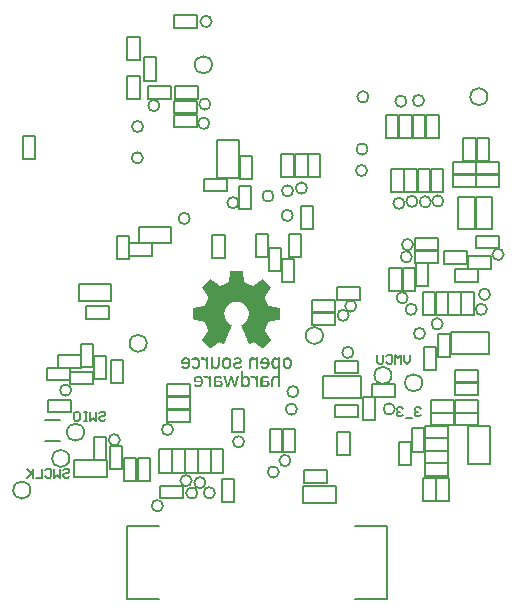
<source format=gbo>
G04*
G04 #@! TF.GenerationSoftware,Altium Limited,Altium Designer,19.1.7 (138)*
G04*
G04 Layer_Color=32896*
%FSLAX44Y44*%
%MOMM*%
G71*
G01*
G75*
%ADD10C,0.1500*%
%ADD12C,0.1524*%
%ADD14C,0.1778*%
G36*
X115616Y247260D02*
X115854D01*
Y247142D01*
X115973D01*
Y247023D01*
X116091D01*
Y246904D01*
Y246785D01*
Y246667D01*
Y246548D01*
X116210D01*
Y246429D01*
Y246310D01*
Y246191D01*
Y246073D01*
Y245954D01*
Y245835D01*
X116329D01*
Y245716D01*
Y245597D01*
Y245479D01*
Y245360D01*
Y245241D01*
X116448D01*
Y245122D01*
Y245004D01*
Y244885D01*
Y244766D01*
X116566D01*
Y244647D01*
Y244528D01*
Y244410D01*
Y244291D01*
Y244172D01*
X116685D01*
Y244053D01*
Y243934D01*
Y243816D01*
Y243697D01*
Y243578D01*
Y243459D01*
X116804D01*
Y243340D01*
Y243222D01*
Y243103D01*
Y242984D01*
Y242865D01*
X116923D01*
Y242747D01*
Y242628D01*
Y242509D01*
Y242390D01*
Y242271D01*
X117042D01*
Y242153D01*
Y242034D01*
Y241915D01*
Y241796D01*
Y241677D01*
Y241559D01*
X117160D01*
Y241440D01*
Y241321D01*
Y241202D01*
Y241084D01*
Y240965D01*
X117279D01*
Y240846D01*
Y240727D01*
Y240608D01*
Y240490D01*
Y240371D01*
Y240252D01*
X117398D01*
Y240133D01*
Y240014D01*
Y239896D01*
Y239777D01*
Y239658D01*
Y239539D01*
X117517D01*
Y239421D01*
Y239302D01*
Y239183D01*
Y239064D01*
Y238945D01*
X117636D01*
Y238827D01*
Y238708D01*
Y238589D01*
Y238470D01*
Y238351D01*
Y238233D01*
X117754D01*
Y238114D01*
Y237995D01*
Y237876D01*
Y237758D01*
Y237639D01*
X117873D01*
Y237520D01*
Y237401D01*
X117992D01*
Y237282D01*
X118111D01*
Y237164D01*
X118230D01*
Y237045D01*
X118467D01*
Y236926D01*
X118823D01*
Y236807D01*
X119061D01*
Y236688D01*
X119417D01*
Y236570D01*
X119655D01*
Y236451D01*
X120011D01*
Y236332D01*
X120249D01*
Y236213D01*
X120605D01*
Y236095D01*
X120843D01*
Y235976D01*
X121080D01*
Y235857D01*
X121437D01*
Y235738D01*
X121674D01*
Y235619D01*
X121912D01*
Y235501D01*
X122268D01*
Y235382D01*
X122506D01*
Y235263D01*
X122743D01*
Y235144D01*
X123100D01*
Y235026D01*
X123337D01*
Y234907D01*
X123694D01*
Y234788D01*
X123931D01*
Y234669D01*
X124288D01*
Y234550D01*
X124644D01*
Y234432D01*
X125119D01*
Y234550D01*
X125357D01*
Y234669D01*
X125594D01*
Y234788D01*
X125713D01*
Y234907D01*
X125951D01*
Y235026D01*
X126069D01*
Y235144D01*
X126188D01*
Y235263D01*
X126426D01*
Y235382D01*
X126545D01*
Y235501D01*
X126782D01*
Y235619D01*
X126901D01*
Y235738D01*
X127139D01*
Y235857D01*
X127257D01*
Y235976D01*
X127376D01*
Y236095D01*
X127614D01*
Y236213D01*
X127732D01*
Y236332D01*
X127970D01*
Y236451D01*
X128089D01*
Y236570D01*
X128326D01*
Y236688D01*
X128445D01*
Y236807D01*
X128683D01*
Y236926D01*
X128801D01*
Y237045D01*
X128920D01*
Y237164D01*
X129158D01*
Y237282D01*
X129277D01*
Y237401D01*
X129514D01*
Y237520D01*
X129752D01*
Y237639D01*
X129871D01*
Y237758D01*
X129989D01*
Y237876D01*
X130227D01*
Y237995D01*
X130346D01*
Y238114D01*
X130583D01*
Y238233D01*
X130702D01*
Y238351D01*
X130940D01*
Y238470D01*
X131058D01*
Y238589D01*
X131296D01*
Y238708D01*
X131415D01*
Y238827D01*
X131534D01*
Y238945D01*
X131771D01*
Y239064D01*
X131890D01*
Y239183D01*
X132009D01*
Y239302D01*
X132246D01*
Y239421D01*
X132365D01*
Y239539D01*
X132603D01*
Y239658D01*
X132840D01*
Y239777D01*
X132959D01*
Y239896D01*
X133553D01*
Y239777D01*
X133672D01*
Y239658D01*
X133791D01*
Y239539D01*
X134028D01*
Y239421D01*
X134147D01*
Y239302D01*
X134266D01*
Y239183D01*
X134384D01*
Y239064D01*
X134503D01*
Y238945D01*
X134622D01*
Y238827D01*
X134741D01*
Y238708D01*
X134860D01*
Y238589D01*
X134978D01*
Y238470D01*
X135097D01*
Y238351D01*
Y238233D01*
X135216D01*
Y238114D01*
X135335D01*
Y237995D01*
X135454D01*
Y237876D01*
X135572D01*
Y237758D01*
X135691D01*
Y237639D01*
X135810D01*
Y237520D01*
X135929D01*
Y237401D01*
X136047D01*
Y237282D01*
X136166D01*
Y237164D01*
X136285D01*
Y237045D01*
X136404D01*
Y236926D01*
X136523D01*
Y236807D01*
X136641D01*
Y236688D01*
X136760D01*
Y236570D01*
X136998D01*
Y236451D01*
X137116D01*
Y236332D01*
X137235D01*
Y236213D01*
X137354D01*
Y236095D01*
X137473D01*
Y235976D01*
X137592D01*
Y235857D01*
X137711D01*
Y235738D01*
X137829D01*
Y235619D01*
X137948D01*
Y235501D01*
Y235382D01*
X138067D01*
Y235263D01*
X138186D01*
Y235144D01*
X138304D01*
Y235026D01*
X138423D01*
Y234907D01*
X138542D01*
Y234788D01*
X138661D01*
Y234669D01*
X138779D01*
Y234550D01*
X138898D01*
Y234432D01*
X139017D01*
Y234313D01*
X139136D01*
Y234194D01*
X139255D01*
Y234075D01*
X139374D01*
Y233956D01*
X139492D01*
Y233838D01*
X139611D01*
Y233719D01*
X139730D01*
Y233600D01*
X139849D01*
Y233481D01*
X139967D01*
Y233363D01*
X140086D01*
Y233244D01*
X140205D01*
Y233125D01*
Y233006D01*
Y232887D01*
Y232768D01*
Y232650D01*
X140086D01*
Y232531D01*
X139967D01*
Y232412D01*
X139849D01*
Y232293D01*
Y232175D01*
X139730D01*
Y232056D01*
X139611D01*
Y231937D01*
Y231818D01*
X139492D01*
Y231700D01*
X139374D01*
Y231581D01*
Y231462D01*
X139255D01*
Y231343D01*
X139136D01*
Y231224D01*
Y231105D01*
X139017D01*
Y230987D01*
X138898D01*
Y230868D01*
Y230749D01*
X138779D01*
Y230630D01*
X138661D01*
Y230512D01*
Y230393D01*
X138542D01*
Y230274D01*
X138423D01*
Y230155D01*
Y230037D01*
X138304D01*
Y229918D01*
X138186D01*
Y229799D01*
Y229680D01*
X138067D01*
Y229561D01*
X137948D01*
Y229443D01*
Y229324D01*
X137829D01*
Y229205D01*
X137711D01*
Y229086D01*
X137592D01*
Y228967D01*
Y228849D01*
X137473D01*
Y228730D01*
X137354D01*
Y228611D01*
Y228492D01*
X137235D01*
Y228374D01*
X137116D01*
Y228255D01*
X136998D01*
Y228136D01*
Y228017D01*
X136879D01*
Y227898D01*
X136760D01*
Y227780D01*
Y227661D01*
X136641D01*
Y227542D01*
X136523D01*
Y227423D01*
Y227304D01*
X136404D01*
Y227186D01*
X136285D01*
Y227067D01*
Y226948D01*
X136166D01*
Y226829D01*
X136047D01*
Y226710D01*
Y226592D01*
X135929D01*
Y226473D01*
X135810D01*
Y226354D01*
Y226235D01*
X135691D01*
Y226117D01*
X135572D01*
Y225998D01*
Y225879D01*
X135454D01*
Y225760D01*
X135335D01*
Y225641D01*
Y225523D01*
X135216D01*
Y225404D01*
X135097D01*
Y225285D01*
Y225166D01*
X134978D01*
Y225047D01*
Y224929D01*
X134860D01*
Y224810D01*
Y224691D01*
Y224572D01*
Y224454D01*
X134978D01*
Y224335D01*
Y224216D01*
Y224097D01*
X135097D01*
Y223978D01*
Y223860D01*
X135216D01*
Y223741D01*
Y223622D01*
Y223503D01*
X135335D01*
Y223384D01*
Y223266D01*
X135454D01*
Y223147D01*
Y223028D01*
Y222909D01*
X135572D01*
Y222791D01*
Y222672D01*
X135691D01*
Y222553D01*
Y222434D01*
X135810D01*
Y222315D01*
Y222197D01*
Y222078D01*
X135929D01*
Y221959D01*
Y221840D01*
X136047D01*
Y221721D01*
Y221603D01*
X136166D01*
Y221484D01*
Y221365D01*
Y221246D01*
X136285D01*
Y221127D01*
Y221009D01*
X136404D01*
Y220890D01*
Y220771D01*
Y220652D01*
X136523D01*
Y220534D01*
Y220415D01*
X136641D01*
Y220296D01*
Y220177D01*
X136760D01*
Y220058D01*
Y219940D01*
Y219821D01*
X136879D01*
Y219702D01*
Y219583D01*
X136998D01*
Y219464D01*
Y219346D01*
X137116D01*
Y219227D01*
Y219108D01*
X137235D01*
Y218989D01*
Y218871D01*
Y218752D01*
X137354D01*
Y218633D01*
Y218514D01*
X137473D01*
Y218395D01*
Y218277D01*
X137592D01*
Y218158D01*
Y218039D01*
X137711D01*
Y217920D01*
Y217801D01*
X137829D01*
Y217683D01*
X137948D01*
Y217564D01*
X138067D01*
Y217445D01*
X138423D01*
Y217326D01*
X139136D01*
Y217208D01*
X139730D01*
Y217089D01*
X140442D01*
Y216970D01*
X141037D01*
Y216851D01*
X141749D01*
Y216732D01*
X142343D01*
Y216614D01*
X143056D01*
Y216495D01*
X143650D01*
Y216376D01*
X144362D01*
Y216257D01*
X144956D01*
Y216138D01*
X145669D01*
Y216020D01*
X146263D01*
Y215901D01*
X146976D01*
Y215782D01*
X147332D01*
Y215663D01*
X147451D01*
Y215544D01*
X147570D01*
Y215426D01*
Y215307D01*
Y215188D01*
Y215069D01*
Y214951D01*
Y214832D01*
Y214713D01*
Y214594D01*
Y214475D01*
Y214357D01*
Y214238D01*
Y214119D01*
Y214000D01*
Y213881D01*
Y213763D01*
Y213644D01*
Y213525D01*
Y213406D01*
Y213288D01*
Y213169D01*
Y213050D01*
Y212931D01*
Y212812D01*
Y212694D01*
Y212575D01*
Y212456D01*
Y212337D01*
Y212218D01*
Y212100D01*
Y211981D01*
Y211862D01*
Y211743D01*
Y211625D01*
Y211506D01*
Y211387D01*
Y211268D01*
Y211149D01*
Y211031D01*
Y210912D01*
Y210793D01*
Y210674D01*
Y210555D01*
Y210437D01*
Y210318D01*
Y210199D01*
Y210080D01*
Y209962D01*
Y209843D01*
Y209724D01*
Y209605D01*
Y209486D01*
Y209368D01*
Y209249D01*
Y209130D01*
Y209011D01*
Y208892D01*
Y208774D01*
Y208655D01*
Y208536D01*
Y208417D01*
Y208299D01*
Y208180D01*
Y208061D01*
Y207942D01*
Y207823D01*
Y207705D01*
Y207586D01*
Y207467D01*
Y207348D01*
Y207229D01*
Y207111D01*
Y206992D01*
Y206873D01*
Y206754D01*
Y206636D01*
Y206517D01*
Y206398D01*
Y206279D01*
Y206160D01*
Y206042D01*
Y205923D01*
X147451D01*
Y205804D01*
X147332D01*
Y205685D01*
X146857D01*
Y205567D01*
X146263D01*
Y205448D01*
X145550D01*
Y205329D01*
X144956D01*
Y205210D01*
X144244D01*
Y205091D01*
X143650D01*
Y204973D01*
X142937D01*
Y204854D01*
X142343D01*
Y204735D01*
X141749D01*
Y204616D01*
X141155D01*
Y204497D01*
X140561D01*
Y204379D01*
X139967D01*
Y204260D01*
X139374D01*
Y204141D01*
X138779D01*
Y204022D01*
X138304D01*
Y203904D01*
X138186D01*
Y203785D01*
X138067D01*
Y203666D01*
X137948D01*
Y203547D01*
X137829D01*
Y203428D01*
Y203310D01*
Y203191D01*
X137711D01*
Y203072D01*
Y202953D01*
X137592D01*
Y202834D01*
Y202716D01*
Y202597D01*
X137473D01*
Y202478D01*
Y202359D01*
X137354D01*
Y202241D01*
Y202122D01*
Y202003D01*
X137235D01*
Y201884D01*
Y201765D01*
X137116D01*
Y201646D01*
Y201528D01*
X136998D01*
Y201409D01*
Y201290D01*
Y201171D01*
X136879D01*
Y201053D01*
Y200934D01*
X136760D01*
Y200815D01*
Y200696D01*
Y200578D01*
X136641D01*
Y200459D01*
Y200340D01*
X136523D01*
Y200221D01*
Y200102D01*
Y199984D01*
X136404D01*
Y199865D01*
Y199746D01*
X136285D01*
Y199627D01*
Y199508D01*
Y199390D01*
X136166D01*
Y199271D01*
Y199152D01*
X136047D01*
Y199033D01*
Y198915D01*
Y198796D01*
X135929D01*
Y198677D01*
Y198558D01*
X135810D01*
Y198439D01*
Y198321D01*
Y198202D01*
X135691D01*
Y198083D01*
Y197964D01*
Y197845D01*
X135572D01*
Y197727D01*
Y197608D01*
X135454D01*
Y197489D01*
Y197370D01*
Y197251D01*
X135335D01*
Y197133D01*
Y197014D01*
X135216D01*
Y196895D01*
Y196776D01*
Y196658D01*
X135097D01*
Y196539D01*
Y196420D01*
Y196301D01*
Y196182D01*
X135216D01*
Y196064D01*
Y195945D01*
Y195826D01*
X135335D01*
Y195707D01*
X135454D01*
Y195588D01*
Y195470D01*
X135572D01*
Y195351D01*
X135691D01*
Y195232D01*
X135810D01*
Y195113D01*
Y194995D01*
X135929D01*
Y194876D01*
X136047D01*
Y194757D01*
Y194638D01*
X136166D01*
Y194519D01*
X136285D01*
Y194401D01*
Y194282D01*
X136404D01*
Y194163D01*
X136523D01*
Y194044D01*
Y193925D01*
X136641D01*
Y193807D01*
X136760D01*
Y193688D01*
Y193569D01*
X136879D01*
Y193450D01*
X136998D01*
Y193332D01*
Y193213D01*
X137116D01*
Y193094D01*
X137235D01*
Y192975D01*
X137354D01*
Y192856D01*
Y192738D01*
X137473D01*
Y192619D01*
X137592D01*
Y192500D01*
Y192381D01*
X137711D01*
Y192262D01*
X137829D01*
Y192144D01*
X137948D01*
Y192025D01*
Y191906D01*
X138067D01*
Y191787D01*
X138186D01*
Y191668D01*
Y191550D01*
X138304D01*
Y191431D01*
X138423D01*
Y191312D01*
Y191193D01*
X138542D01*
Y191075D01*
X138661D01*
Y190956D01*
Y190837D01*
X138779D01*
Y190718D01*
Y190599D01*
X138898D01*
Y190481D01*
X139017D01*
Y190362D01*
X139136D01*
Y190243D01*
Y190124D01*
X139255D01*
Y190005D01*
X139374D01*
Y189887D01*
Y189768D01*
X139492D01*
Y189649D01*
X139611D01*
Y189530D01*
Y189412D01*
X139730D01*
Y189293D01*
X139849D01*
Y189174D01*
Y189055D01*
X139967D01*
Y188936D01*
X140086D01*
Y188818D01*
Y188699D01*
X140205D01*
Y188580D01*
Y188461D01*
Y188342D01*
Y188224D01*
X140086D01*
Y188105D01*
Y187986D01*
X139967D01*
Y187867D01*
X139730D01*
Y187749D01*
X139611D01*
Y187630D01*
X139492D01*
Y187511D01*
X139374D01*
Y187392D01*
X139255D01*
Y187273D01*
X139136D01*
Y187155D01*
X139017D01*
Y187036D01*
Y186917D01*
X138898D01*
Y186798D01*
X138779D01*
Y186679D01*
X138661D01*
Y186561D01*
X138542D01*
Y186442D01*
X138423D01*
Y186323D01*
X138304D01*
Y186204D01*
X138186D01*
Y186085D01*
X138067D01*
Y185967D01*
X137948D01*
Y185848D01*
X137829D01*
Y185729D01*
X137711D01*
Y185610D01*
X137592D01*
Y185492D01*
X137473D01*
Y185373D01*
X137354D01*
Y185254D01*
X137235D01*
Y185135D01*
X137116D01*
Y185016D01*
X136998D01*
Y184898D01*
X136760D01*
Y184779D01*
X136641D01*
Y184660D01*
X136523D01*
Y184541D01*
X136404D01*
Y184422D01*
X136285D01*
Y184304D01*
X136166D01*
Y184185D01*
X136047D01*
Y184066D01*
Y183947D01*
X135929D01*
Y183829D01*
X135810D01*
Y183710D01*
X135691D01*
Y183591D01*
X135572D01*
Y183472D01*
X135454D01*
Y183354D01*
X135335D01*
Y183235D01*
X135216D01*
Y183116D01*
X135097D01*
Y182997D01*
X134978D01*
Y182878D01*
X134860D01*
Y182759D01*
X134741D01*
Y182641D01*
X134622D01*
Y182522D01*
X134503D01*
Y182403D01*
X134384D01*
Y182284D01*
X134266D01*
Y182166D01*
X134147D01*
Y182047D01*
X134028D01*
Y181928D01*
X133791D01*
Y181809D01*
X133672D01*
Y181690D01*
X133553D01*
Y181572D01*
X132959D01*
Y181690D01*
X132840D01*
Y181809D01*
X132603D01*
Y181928D01*
X132484D01*
Y182047D01*
X132246D01*
Y182166D01*
X132128D01*
Y182284D01*
X131890D01*
Y182403D01*
X131771D01*
Y182522D01*
X131534D01*
Y182641D01*
X131415D01*
Y182759D01*
X131177D01*
Y182878D01*
X131058D01*
Y182997D01*
X130821D01*
Y183116D01*
X130702D01*
Y183235D01*
X130464D01*
Y183354D01*
X130346D01*
Y183472D01*
X130227D01*
Y183591D01*
X129989D01*
Y183710D01*
X129871D01*
Y183829D01*
X129633D01*
Y183947D01*
X129514D01*
Y184066D01*
X129277D01*
Y184185D01*
X129158D01*
Y184304D01*
X129039D01*
Y184422D01*
X128801D01*
Y184541D01*
X128683D01*
Y184660D01*
X128445D01*
Y184779D01*
X128326D01*
Y184898D01*
X128089D01*
Y185016D01*
X127970D01*
Y185135D01*
X127732D01*
Y185254D01*
X127614D01*
Y185373D01*
X127376D01*
Y185492D01*
X127257D01*
Y185610D01*
X127020D01*
Y185729D01*
X126901D01*
Y185848D01*
X126663D01*
Y185967D01*
X126545D01*
Y186085D01*
X126307D01*
Y186204D01*
X126188D01*
Y186323D01*
X125951D01*
Y186442D01*
X125713D01*
Y186561D01*
X125357D01*
Y186442D01*
X125000D01*
Y186323D01*
X124763D01*
Y186204D01*
X124644D01*
Y186085D01*
X124406D01*
Y185967D01*
X124169D01*
Y185848D01*
X123931D01*
Y185729D01*
X123694D01*
Y185610D01*
X123456D01*
Y185492D01*
X123218D01*
Y185373D01*
X122981D01*
Y185254D01*
X122743D01*
Y185135D01*
X122506D01*
Y185016D01*
X122268D01*
Y184898D01*
X122149D01*
Y184779D01*
X121674D01*
Y184898D01*
Y185016D01*
X121556D01*
Y185135D01*
Y185254D01*
X121437D01*
Y185373D01*
Y185492D01*
Y185610D01*
X121318D01*
Y185729D01*
Y185848D01*
X121199D01*
Y185967D01*
Y186085D01*
Y186204D01*
X121080D01*
Y186323D01*
Y186442D01*
X120962D01*
Y186561D01*
Y186679D01*
X120843D01*
Y186798D01*
Y186917D01*
Y187036D01*
X120724D01*
Y187155D01*
Y187273D01*
X120605D01*
Y187392D01*
Y187511D01*
X120486D01*
Y187630D01*
Y187749D01*
X120368D01*
Y187867D01*
Y187986D01*
Y188105D01*
X120249D01*
Y188224D01*
Y188342D01*
X120130D01*
Y188461D01*
Y188580D01*
X120011D01*
Y188699D01*
Y188818D01*
Y188936D01*
X119893D01*
Y189055D01*
Y189174D01*
X119774D01*
Y189293D01*
Y189412D01*
Y189530D01*
X119655D01*
Y189649D01*
Y189768D01*
X119536D01*
Y189887D01*
Y190005D01*
Y190124D01*
X119417D01*
Y190243D01*
Y190362D01*
X119299D01*
Y190481D01*
Y190599D01*
Y190718D01*
X119180D01*
Y190837D01*
Y190956D01*
X119061D01*
Y191075D01*
Y191193D01*
Y191312D01*
X118942D01*
Y191431D01*
Y191550D01*
X118823D01*
Y191668D01*
Y191787D01*
Y191906D01*
X118705D01*
Y192025D01*
Y192144D01*
X118586D01*
Y192262D01*
Y192381D01*
Y192500D01*
X118467D01*
Y192619D01*
Y192738D01*
X118348D01*
Y192856D01*
Y192975D01*
Y193094D01*
X118230D01*
Y193213D01*
Y193332D01*
X118111D01*
Y193450D01*
Y193569D01*
X117992D01*
Y193688D01*
Y193807D01*
Y193925D01*
X117873D01*
Y194044D01*
Y194163D01*
X117754D01*
Y194282D01*
Y194401D01*
X117636D01*
Y194519D01*
Y194638D01*
X117517D01*
Y194757D01*
Y194876D01*
Y194995D01*
X117398D01*
Y195113D01*
Y195232D01*
X117279D01*
Y195351D01*
Y195470D01*
Y195588D01*
X117160D01*
Y195707D01*
Y195826D01*
X117042D01*
Y195945D01*
Y196064D01*
X116923D01*
Y196182D01*
Y196301D01*
Y196420D01*
X116804D01*
Y196539D01*
Y196658D01*
X116685D01*
Y196776D01*
Y196895D01*
Y197014D01*
X116566D01*
Y197133D01*
Y197251D01*
X116448D01*
Y197370D01*
Y197489D01*
Y197608D01*
X116329D01*
Y197727D01*
Y197845D01*
X116210D01*
Y197964D01*
Y198083D01*
Y198202D01*
X116091D01*
Y198321D01*
Y198439D01*
X115973D01*
Y198558D01*
Y198677D01*
Y198796D01*
X115854D01*
Y198915D01*
Y199033D01*
X115735D01*
Y199152D01*
Y199271D01*
Y199390D01*
X115616D01*
Y199508D01*
Y199627D01*
X115497D01*
Y199746D01*
Y199865D01*
Y199984D01*
X115379D01*
Y200102D01*
Y200221D01*
X115260D01*
Y200340D01*
Y200459D01*
X115141D01*
Y200578D01*
Y200696D01*
Y200815D01*
Y200934D01*
Y201053D01*
X115260D01*
Y201171D01*
X115497D01*
Y201290D01*
X115616D01*
Y201409D01*
X115854D01*
Y201528D01*
X116091D01*
Y201646D01*
X116210D01*
Y201765D01*
X116329D01*
Y201884D01*
X116566D01*
Y202003D01*
X116685D01*
Y202122D01*
X116804D01*
Y202241D01*
X117042D01*
Y202359D01*
X117160D01*
Y202478D01*
X117279D01*
Y202597D01*
X117517D01*
Y202716D01*
X117636D01*
Y202834D01*
X117754D01*
Y202953D01*
X117873D01*
Y203072D01*
X117992D01*
Y203191D01*
X118111D01*
Y203310D01*
X118230D01*
Y203428D01*
X118348D01*
Y203547D01*
X118467D01*
Y203666D01*
X118586D01*
Y203785D01*
X118705D01*
Y203904D01*
X118823D01*
Y204022D01*
X118942D01*
Y204141D01*
X119061D01*
Y204260D01*
Y204379D01*
X119180D01*
Y204497D01*
X119299D01*
Y204616D01*
X119417D01*
Y204735D01*
Y204854D01*
X119536D01*
Y204973D01*
X119655D01*
Y205091D01*
Y205210D01*
X119774D01*
Y205329D01*
X119893D01*
Y205448D01*
Y205567D01*
X120011D01*
Y205685D01*
Y205804D01*
X120130D01*
Y205923D01*
Y206042D01*
X120249D01*
Y206160D01*
Y206279D01*
X120368D01*
Y206398D01*
Y206517D01*
X120486D01*
Y206636D01*
Y206754D01*
X120605D01*
Y206873D01*
Y206992D01*
Y207111D01*
X120724D01*
Y207229D01*
Y207348D01*
X120843D01*
Y207467D01*
Y207586D01*
Y207705D01*
X120962D01*
Y207823D01*
Y207942D01*
Y208061D01*
X121080D01*
Y208180D01*
Y208299D01*
Y208417D01*
Y208536D01*
Y208655D01*
X121199D01*
Y208774D01*
Y208892D01*
Y209011D01*
Y209130D01*
Y209249D01*
Y209368D01*
X121318D01*
Y209486D01*
Y209605D01*
Y209724D01*
Y209843D01*
Y209962D01*
Y210080D01*
Y210199D01*
Y210318D01*
Y210437D01*
Y210555D01*
Y210674D01*
Y210793D01*
Y210912D01*
Y211031D01*
Y211149D01*
Y211268D01*
Y211387D01*
Y211506D01*
Y211625D01*
Y211743D01*
Y211862D01*
Y211981D01*
X121199D01*
Y212100D01*
Y212218D01*
Y212337D01*
Y212456D01*
Y212575D01*
Y212694D01*
X121080D01*
Y212812D01*
Y212931D01*
Y213050D01*
Y213169D01*
X120962D01*
Y213288D01*
Y213406D01*
Y213525D01*
Y213644D01*
X120843D01*
Y213763D01*
Y213881D01*
Y214000D01*
X120724D01*
Y214119D01*
Y214238D01*
X120605D01*
Y214357D01*
Y214475D01*
Y214594D01*
X120486D01*
Y214713D01*
Y214832D01*
X120368D01*
Y214951D01*
Y215069D01*
X120249D01*
Y215188D01*
Y215307D01*
X120130D01*
Y215426D01*
Y215544D01*
X120011D01*
Y215663D01*
Y215782D01*
X119893D01*
Y215901D01*
Y216020D01*
X119774D01*
Y216138D01*
X119655D01*
Y216257D01*
Y216376D01*
X119536D01*
Y216495D01*
Y216614D01*
X119417D01*
Y216732D01*
X119299D01*
Y216851D01*
X119180D01*
Y216970D01*
Y217089D01*
X119061D01*
Y217208D01*
X118942D01*
Y217326D01*
X118823D01*
Y217445D01*
X118705D01*
Y217564D01*
X118586D01*
Y217683D01*
X118467D01*
Y217801D01*
Y217920D01*
X118348D01*
Y218039D01*
X118111D01*
Y218158D01*
X117992D01*
Y218277D01*
X117873D01*
Y218395D01*
X117754D01*
Y218514D01*
X117636D01*
Y218633D01*
X117398D01*
Y218752D01*
X117279D01*
Y218871D01*
X117160D01*
Y218989D01*
X116923D01*
Y219108D01*
X116804D01*
Y219227D01*
X116685D01*
Y219346D01*
X116448D01*
Y219464D01*
X116329D01*
Y219583D01*
X116091D01*
Y219702D01*
X115854D01*
Y219821D01*
X115616D01*
Y219940D01*
X115379D01*
Y220058D01*
X115141D01*
Y220177D01*
X114903D01*
Y220296D01*
X114547D01*
Y220415D01*
X114191D01*
Y220534D01*
X113834D01*
Y220652D01*
X113359D01*
Y220771D01*
X112647D01*
Y220890D01*
X111459D01*
Y221009D01*
X110627D01*
Y220890D01*
X109439D01*
Y220771D01*
X108727D01*
Y220652D01*
X108251D01*
Y220534D01*
X107895D01*
Y220415D01*
X107539D01*
Y220296D01*
X107182D01*
Y220177D01*
X106945D01*
Y220058D01*
X106707D01*
Y219940D01*
X106470D01*
Y219821D01*
X106232D01*
Y219702D01*
X105995D01*
Y219583D01*
X105757D01*
Y219464D01*
X105638D01*
Y219346D01*
X105401D01*
Y219227D01*
X105282D01*
Y219108D01*
X105163D01*
Y218989D01*
X104925D01*
Y218871D01*
X104807D01*
Y218752D01*
X104688D01*
Y218633D01*
X104450D01*
Y218514D01*
X104332D01*
Y218395D01*
X104213D01*
Y218277D01*
X104094D01*
Y218158D01*
X103975D01*
Y218039D01*
X103738D01*
Y217920D01*
X103619D01*
Y217801D01*
Y217683D01*
X103500D01*
Y217564D01*
X103381D01*
Y217445D01*
X103262D01*
Y217326D01*
X103144D01*
Y217208D01*
X103025D01*
Y217089D01*
X102906D01*
Y216970D01*
Y216851D01*
X102787D01*
Y216732D01*
X102669D01*
Y216614D01*
X102550D01*
Y216495D01*
Y216376D01*
X102431D01*
Y216257D01*
Y216138D01*
X102312D01*
Y216020D01*
X102193D01*
Y215901D01*
Y215782D01*
X102075D01*
Y215663D01*
Y215544D01*
X101956D01*
Y215426D01*
Y215307D01*
X101837D01*
Y215188D01*
Y215069D01*
X101718D01*
Y214951D01*
Y214832D01*
X101599D01*
Y214713D01*
Y214594D01*
X101481D01*
Y214475D01*
Y214357D01*
Y214238D01*
X101362D01*
Y214119D01*
Y214000D01*
X101243D01*
Y213881D01*
Y213763D01*
Y213644D01*
X101124D01*
Y213525D01*
Y213406D01*
Y213288D01*
Y213169D01*
X101005D01*
Y213050D01*
Y212931D01*
Y212812D01*
X100887D01*
Y212694D01*
Y212575D01*
Y212456D01*
Y212337D01*
Y212218D01*
Y212100D01*
Y211981D01*
X100768D01*
Y211862D01*
Y211743D01*
Y211625D01*
Y211506D01*
Y211387D01*
Y211268D01*
Y211149D01*
Y211031D01*
Y210912D01*
Y210793D01*
Y210674D01*
Y210555D01*
Y210437D01*
Y210318D01*
Y210199D01*
Y210080D01*
Y209962D01*
Y209843D01*
Y209724D01*
Y209605D01*
Y209486D01*
Y209368D01*
X100887D01*
Y209249D01*
Y209130D01*
Y209011D01*
Y208892D01*
Y208774D01*
Y208655D01*
X101005D01*
Y208536D01*
Y208417D01*
Y208299D01*
Y208180D01*
Y208061D01*
X101124D01*
Y207942D01*
Y207823D01*
Y207705D01*
X101243D01*
Y207586D01*
Y207467D01*
Y207348D01*
X101362D01*
Y207229D01*
Y207111D01*
X101481D01*
Y206992D01*
Y206873D01*
Y206754D01*
X101599D01*
Y206636D01*
Y206517D01*
X101718D01*
Y206398D01*
Y206279D01*
X101837D01*
Y206160D01*
Y206042D01*
X101956D01*
Y205923D01*
Y205804D01*
X102075D01*
Y205685D01*
Y205567D01*
X102193D01*
Y205448D01*
Y205329D01*
X102312D01*
Y205210D01*
X102431D01*
Y205091D01*
Y204973D01*
X102550D01*
Y204854D01*
X102669D01*
Y204735D01*
Y204616D01*
X102787D01*
Y204497D01*
X102906D01*
Y204379D01*
X103025D01*
Y204260D01*
Y204141D01*
X103144D01*
Y204022D01*
X103262D01*
Y203904D01*
X103381D01*
Y203785D01*
X103500D01*
Y203666D01*
X103619D01*
Y203547D01*
X103738D01*
Y203428D01*
X103856D01*
Y203310D01*
X103975D01*
Y203191D01*
X104094D01*
Y203072D01*
X104213D01*
Y202953D01*
X104332D01*
Y202834D01*
X104450D01*
Y202716D01*
X104569D01*
Y202597D01*
X104807D01*
Y202478D01*
X104925D01*
Y202359D01*
X105044D01*
Y202241D01*
X105282D01*
Y202122D01*
X105401D01*
Y202003D01*
X105519D01*
Y201884D01*
X105757D01*
Y201765D01*
X105876D01*
Y201646D01*
X105995D01*
Y201528D01*
X106232D01*
Y201409D01*
X106470D01*
Y201290D01*
X106588D01*
Y201171D01*
X106826D01*
Y201053D01*
Y200934D01*
X106945D01*
Y200815D01*
Y200696D01*
Y200578D01*
Y200459D01*
X106826D01*
Y200340D01*
Y200221D01*
X106707D01*
Y200102D01*
Y199984D01*
X106588D01*
Y199865D01*
Y199746D01*
Y199627D01*
X106470D01*
Y199508D01*
Y199390D01*
X106351D01*
Y199271D01*
Y199152D01*
Y199033D01*
X106232D01*
Y198915D01*
Y198796D01*
X106113D01*
Y198677D01*
Y198558D01*
Y198439D01*
X105995D01*
Y198321D01*
Y198202D01*
X105876D01*
Y198083D01*
Y197964D01*
Y197845D01*
X105757D01*
Y197727D01*
Y197608D01*
X105638D01*
Y197489D01*
Y197370D01*
Y197251D01*
X105519D01*
Y197133D01*
Y197014D01*
X105401D01*
Y196895D01*
Y196776D01*
Y196658D01*
X105282D01*
Y196539D01*
Y196420D01*
X105163D01*
Y196301D01*
Y196182D01*
Y196064D01*
X105044D01*
Y195945D01*
Y195826D01*
X104925D01*
Y195707D01*
Y195588D01*
X104807D01*
Y195470D01*
Y195351D01*
Y195232D01*
X104688D01*
Y195113D01*
Y194995D01*
X104569D01*
Y194876D01*
Y194757D01*
Y194638D01*
X104450D01*
Y194519D01*
Y194401D01*
X104332D01*
Y194282D01*
Y194163D01*
X104213D01*
Y194044D01*
Y193925D01*
X104094D01*
Y193807D01*
Y193688D01*
Y193569D01*
X103975D01*
Y193450D01*
Y193332D01*
X103856D01*
Y193213D01*
Y193094D01*
X103738D01*
Y192975D01*
Y192856D01*
Y192738D01*
X103619D01*
Y192619D01*
Y192500D01*
X103500D01*
Y192381D01*
Y192262D01*
Y192144D01*
X103381D01*
Y192025D01*
Y191906D01*
X103262D01*
Y191787D01*
Y191668D01*
Y191550D01*
X103144D01*
Y191431D01*
Y191312D01*
X103025D01*
Y191193D01*
Y191075D01*
Y190956D01*
X102906D01*
Y190837D01*
Y190718D01*
X102787D01*
Y190599D01*
Y190481D01*
Y190362D01*
X102669D01*
Y190243D01*
Y190124D01*
X102550D01*
Y190005D01*
Y189887D01*
Y189768D01*
X102431D01*
Y189649D01*
Y189530D01*
X102312D01*
Y189412D01*
Y189293D01*
Y189174D01*
X102193D01*
Y189055D01*
Y188936D01*
X102075D01*
Y188818D01*
Y188699D01*
Y188580D01*
X101956D01*
Y188461D01*
Y188342D01*
X101837D01*
Y188224D01*
Y188105D01*
X101718D01*
Y187986D01*
Y187867D01*
Y187749D01*
X101599D01*
Y187630D01*
Y187511D01*
X101481D01*
Y187392D01*
Y187273D01*
X101362D01*
Y187155D01*
Y187036D01*
X101243D01*
Y186917D01*
Y186798D01*
Y186679D01*
X101124D01*
Y186561D01*
Y186442D01*
X101005D01*
Y186323D01*
Y186204D01*
X100887D01*
Y186085D01*
Y185967D01*
Y185848D01*
X100768D01*
Y185729D01*
Y185610D01*
X100649D01*
Y185492D01*
Y185373D01*
Y185254D01*
X100530D01*
Y185135D01*
Y185016D01*
X100412D01*
Y184898D01*
Y184779D01*
X99936D01*
Y184898D01*
X99818D01*
Y185016D01*
X99580D01*
Y185135D01*
X99342D01*
Y185254D01*
X99105D01*
Y185373D01*
X98867D01*
Y185492D01*
X98630D01*
Y185610D01*
X98392D01*
Y185729D01*
X98155D01*
Y185848D01*
X97917D01*
Y185967D01*
X97680D01*
Y186085D01*
X97442D01*
Y186204D01*
X97323D01*
Y186323D01*
X97086D01*
Y186442D01*
X96729D01*
Y186561D01*
X96373D01*
Y186442D01*
X96135D01*
Y186323D01*
X95898D01*
Y186204D01*
X95779D01*
Y186085D01*
X95541D01*
Y185967D01*
X95422D01*
Y185848D01*
X95185D01*
Y185729D01*
X95066D01*
Y185610D01*
X94829D01*
Y185492D01*
X94710D01*
Y185373D01*
X94472D01*
Y185254D01*
X94354D01*
Y185135D01*
X94116D01*
Y185016D01*
X93997D01*
Y184898D01*
X93759D01*
Y184779D01*
X93641D01*
Y184660D01*
X93403D01*
Y184541D01*
X93284D01*
Y184422D01*
X93047D01*
Y184304D01*
X92928D01*
Y184185D01*
X92809D01*
Y184066D01*
X92572D01*
Y183947D01*
X92453D01*
Y183829D01*
X92215D01*
Y183710D01*
X92097D01*
Y183591D01*
X91859D01*
Y183472D01*
X91740D01*
Y183354D01*
X91621D01*
Y183235D01*
X91384D01*
Y183116D01*
X91265D01*
Y182997D01*
X91027D01*
Y182878D01*
X90909D01*
Y182759D01*
X90671D01*
Y182641D01*
X90552D01*
Y182522D01*
X90315D01*
Y182403D01*
X90196D01*
Y182284D01*
X89958D01*
Y182166D01*
X89840D01*
Y182047D01*
X89602D01*
Y181928D01*
X89483D01*
Y181809D01*
X89246D01*
Y181690D01*
X89127D01*
Y181572D01*
X88533D01*
Y181690D01*
X88414D01*
Y181809D01*
X88177D01*
Y181928D01*
X88058D01*
Y182047D01*
X87939D01*
Y182166D01*
X87820D01*
Y182284D01*
X87701D01*
Y182403D01*
X87583D01*
Y182522D01*
X87464D01*
Y182641D01*
X87345D01*
Y182759D01*
X87226D01*
Y182878D01*
X87107D01*
Y182997D01*
X86989D01*
Y183116D01*
X86870D01*
Y183235D01*
X86751D01*
Y183354D01*
X86632D01*
Y183472D01*
X86514D01*
Y183591D01*
X86395D01*
Y183710D01*
X86276D01*
Y183829D01*
X86157D01*
Y183947D01*
X86038D01*
Y184066D01*
X85920D01*
Y184185D01*
Y184304D01*
X85801D01*
Y184422D01*
X85682D01*
Y184541D01*
X85563D01*
Y184660D01*
X85444D01*
Y184779D01*
X85207D01*
Y184898D01*
X85088D01*
Y185016D01*
X84969D01*
Y185135D01*
X84851D01*
Y185254D01*
X84732D01*
Y185373D01*
X84613D01*
Y185492D01*
X84494D01*
Y185610D01*
X84375D01*
Y185729D01*
X84257D01*
Y185848D01*
X84138D01*
Y185967D01*
X84019D01*
Y186085D01*
X83900D01*
Y186204D01*
X83781D01*
Y186323D01*
X83663D01*
Y186442D01*
X83544D01*
Y186561D01*
X83425D01*
Y186679D01*
X83306D01*
Y186798D01*
X83188D01*
Y186917D01*
X83069D01*
Y187036D01*
Y187155D01*
X82950D01*
Y187273D01*
X82831D01*
Y187392D01*
X82712D01*
Y187511D01*
X82594D01*
Y187630D01*
X82475D01*
Y187749D01*
X82356D01*
Y187867D01*
X82119D01*
Y187986D01*
X82000D01*
Y188105D01*
Y188224D01*
X81881D01*
Y188342D01*
Y188461D01*
Y188580D01*
Y188699D01*
X82000D01*
Y188818D01*
Y188936D01*
X82119D01*
Y189055D01*
X82237D01*
Y189174D01*
Y189293D01*
X82356D01*
Y189412D01*
X82475D01*
Y189530D01*
Y189649D01*
X82594D01*
Y189768D01*
X82712D01*
Y189887D01*
Y190005D01*
X82831D01*
Y190124D01*
X82950D01*
Y190243D01*
Y190362D01*
X83069D01*
Y190481D01*
X83188D01*
Y190599D01*
Y190718D01*
X83306D01*
Y190837D01*
X83425D01*
Y190956D01*
Y191075D01*
X83544D01*
Y191193D01*
X83663D01*
Y191312D01*
Y191431D01*
X83781D01*
Y191550D01*
X83900D01*
Y191668D01*
Y191787D01*
X84019D01*
Y191906D01*
X84138D01*
Y192025D01*
Y192144D01*
X84257D01*
Y192262D01*
X84375D01*
Y192381D01*
X84494D01*
Y192500D01*
Y192619D01*
X84613D01*
Y192738D01*
X84732D01*
Y192856D01*
Y192975D01*
X84851D01*
Y193094D01*
X84969D01*
Y193213D01*
X85088D01*
Y193332D01*
Y193450D01*
X85207D01*
Y193569D01*
X85326D01*
Y193688D01*
Y193807D01*
X85444D01*
Y193925D01*
X85563D01*
Y194044D01*
Y194163D01*
X85682D01*
Y194282D01*
X85801D01*
Y194401D01*
Y194519D01*
X85920D01*
Y194638D01*
X86038D01*
Y194757D01*
Y194876D01*
X86157D01*
Y194995D01*
X86276D01*
Y195113D01*
Y195232D01*
X86395D01*
Y195351D01*
X86514D01*
Y195470D01*
X86632D01*
Y195588D01*
Y195707D01*
X86751D01*
Y195826D01*
X86870D01*
Y195945D01*
Y196064D01*
Y196182D01*
X86989D01*
Y196301D01*
Y196420D01*
Y196539D01*
Y196658D01*
X86870D01*
Y196776D01*
Y196895D01*
Y197014D01*
X86751D01*
Y197133D01*
Y197251D01*
X86632D01*
Y197370D01*
Y197489D01*
Y197608D01*
X86514D01*
Y197727D01*
Y197845D01*
X86395D01*
Y197964D01*
Y198083D01*
Y198202D01*
X86276D01*
Y198321D01*
Y198439D01*
Y198558D01*
X86157D01*
Y198677D01*
Y198796D01*
X86038D01*
Y198915D01*
Y199033D01*
Y199152D01*
X85920D01*
Y199271D01*
Y199390D01*
X85801D01*
Y199508D01*
Y199627D01*
Y199746D01*
X85682D01*
Y199865D01*
Y199984D01*
X85563D01*
Y200102D01*
Y200221D01*
Y200340D01*
X85444D01*
Y200459D01*
Y200578D01*
X85326D01*
Y200696D01*
Y200815D01*
Y200934D01*
X85207D01*
Y201053D01*
Y201171D01*
X85088D01*
Y201290D01*
Y201409D01*
Y201528D01*
X84969D01*
Y201646D01*
Y201765D01*
X84851D01*
Y201884D01*
Y202003D01*
X84732D01*
Y202122D01*
Y202241D01*
Y202359D01*
X84613D01*
Y202478D01*
Y202597D01*
X84494D01*
Y202716D01*
Y202834D01*
Y202953D01*
X84375D01*
Y203072D01*
Y203191D01*
X84257D01*
Y203310D01*
Y203428D01*
X84138D01*
Y203547D01*
Y203666D01*
X84019D01*
Y203785D01*
Y203904D01*
X83781D01*
Y204022D01*
X83306D01*
Y204141D01*
X82712D01*
Y204260D01*
X82119D01*
Y204379D01*
X81525D01*
Y204497D01*
X80931D01*
Y204616D01*
X80337D01*
Y204735D01*
X79743D01*
Y204854D01*
X79149D01*
Y204973D01*
X78436D01*
Y205091D01*
X77842D01*
Y205210D01*
X77130D01*
Y205329D01*
X76536D01*
Y205448D01*
X75823D01*
Y205567D01*
X75229D01*
Y205685D01*
X74754D01*
Y205804D01*
X74635D01*
Y205923D01*
X74516D01*
Y206042D01*
Y206160D01*
Y206279D01*
Y206398D01*
Y206517D01*
Y206636D01*
Y206754D01*
Y206873D01*
Y206992D01*
Y207111D01*
Y207229D01*
Y207348D01*
Y207467D01*
Y207586D01*
Y207705D01*
Y207823D01*
Y207942D01*
Y208061D01*
Y208180D01*
Y208299D01*
Y208417D01*
Y208536D01*
Y208655D01*
Y208774D01*
Y208892D01*
Y209011D01*
Y209130D01*
Y209249D01*
Y209368D01*
Y209486D01*
Y209605D01*
Y209724D01*
Y209843D01*
Y209962D01*
Y210080D01*
Y210199D01*
Y210318D01*
Y210437D01*
Y210555D01*
Y210674D01*
Y210793D01*
Y210912D01*
Y211031D01*
Y211149D01*
Y211268D01*
Y211387D01*
Y211506D01*
Y211625D01*
Y211743D01*
Y211862D01*
Y211981D01*
Y212100D01*
Y212218D01*
Y212337D01*
Y212456D01*
Y212575D01*
Y212694D01*
Y212812D01*
Y212931D01*
Y213050D01*
Y213169D01*
Y213288D01*
Y213406D01*
Y213525D01*
Y213644D01*
Y213763D01*
Y213881D01*
Y214000D01*
Y214119D01*
Y214238D01*
Y214357D01*
Y214475D01*
Y214594D01*
Y214713D01*
Y214832D01*
Y214951D01*
Y215069D01*
Y215188D01*
Y215307D01*
Y215426D01*
Y215544D01*
X74635D01*
Y215663D01*
X74754D01*
Y215782D01*
X75110D01*
Y215901D01*
X75823D01*
Y216020D01*
X76417D01*
Y216138D01*
X77130D01*
Y216257D01*
X77723D01*
Y216376D01*
X78436D01*
Y216495D01*
X79030D01*
Y216614D01*
X79743D01*
Y216732D01*
X80337D01*
Y216851D01*
X81049D01*
Y216970D01*
X81643D01*
Y217089D01*
X82356D01*
Y217208D01*
X82950D01*
Y217326D01*
X83663D01*
Y217445D01*
X84019D01*
Y217564D01*
X84138D01*
Y217683D01*
X84257D01*
Y217801D01*
X84375D01*
Y217920D01*
Y218039D01*
X84494D01*
Y218158D01*
Y218277D01*
X84613D01*
Y218395D01*
Y218514D01*
X84732D01*
Y218633D01*
Y218752D01*
Y218871D01*
X84851D01*
Y218989D01*
Y219108D01*
X84969D01*
Y219227D01*
Y219346D01*
X85088D01*
Y219464D01*
Y219583D01*
X85207D01*
Y219702D01*
Y219821D01*
X85326D01*
Y219940D01*
Y220058D01*
Y220177D01*
X85444D01*
Y220296D01*
Y220415D01*
X85563D01*
Y220534D01*
Y220652D01*
X85682D01*
Y220771D01*
Y220890D01*
Y221009D01*
X85801D01*
Y221127D01*
Y221246D01*
X85920D01*
Y221365D01*
Y221484D01*
Y221603D01*
X86038D01*
Y221721D01*
Y221840D01*
X86157D01*
Y221959D01*
Y222078D01*
X86276D01*
Y222197D01*
Y222315D01*
Y222434D01*
X86395D01*
Y222553D01*
Y222672D01*
X86514D01*
Y222791D01*
Y222909D01*
X86632D01*
Y223028D01*
Y223147D01*
Y223266D01*
X86751D01*
Y223384D01*
Y223503D01*
X86870D01*
Y223622D01*
Y223741D01*
Y223860D01*
X86989D01*
Y223978D01*
Y224097D01*
X87107D01*
Y224216D01*
Y224335D01*
Y224454D01*
X87226D01*
Y224572D01*
Y224691D01*
Y224810D01*
Y224929D01*
X87107D01*
Y225047D01*
Y225166D01*
X86989D01*
Y225285D01*
Y225404D01*
X86870D01*
Y225523D01*
X86751D01*
Y225641D01*
Y225760D01*
X86632D01*
Y225879D01*
X86514D01*
Y225998D01*
Y226117D01*
X86395D01*
Y226235D01*
X86276D01*
Y226354D01*
Y226473D01*
X86157D01*
Y226592D01*
X86038D01*
Y226710D01*
Y226829D01*
X85920D01*
Y226948D01*
X85801D01*
Y227067D01*
Y227186D01*
X85682D01*
Y227304D01*
X85563D01*
Y227423D01*
Y227542D01*
X85444D01*
Y227661D01*
X85326D01*
Y227780D01*
Y227898D01*
X85207D01*
Y228017D01*
X85088D01*
Y228136D01*
Y228255D01*
X84969D01*
Y228374D01*
X84851D01*
Y228492D01*
X84732D01*
Y228611D01*
Y228730D01*
X84613D01*
Y228849D01*
X84494D01*
Y228967D01*
Y229086D01*
X84375D01*
Y229205D01*
X84257D01*
Y229324D01*
X84138D01*
Y229443D01*
Y229561D01*
X84019D01*
Y229680D01*
X83900D01*
Y229799D01*
Y229918D01*
X83781D01*
Y230037D01*
X83663D01*
Y230155D01*
Y230274D01*
X83544D01*
Y230393D01*
X83425D01*
Y230512D01*
Y230630D01*
X83306D01*
Y230749D01*
X83188D01*
Y230868D01*
Y230987D01*
X83069D01*
Y231105D01*
X82950D01*
Y231224D01*
Y231343D01*
X82831D01*
Y231462D01*
X82712D01*
Y231581D01*
Y231700D01*
X82594D01*
Y231818D01*
X82475D01*
Y231937D01*
Y232056D01*
X82356D01*
Y232175D01*
X82237D01*
Y232293D01*
Y232412D01*
X82119D01*
Y232531D01*
X82000D01*
Y232650D01*
X81881D01*
Y232768D01*
Y232887D01*
Y233006D01*
Y233125D01*
Y233244D01*
X82000D01*
Y233363D01*
Y233481D01*
X82119D01*
Y233600D01*
X82356D01*
Y233719D01*
X82475D01*
Y233838D01*
X82594D01*
Y233956D01*
X82712D01*
Y234075D01*
X82831D01*
Y234194D01*
X82950D01*
Y234313D01*
X83069D01*
Y234432D01*
X83188D01*
Y234550D01*
X83306D01*
Y234669D01*
X83425D01*
Y234788D01*
X83544D01*
Y234907D01*
X83663D01*
Y235026D01*
X83781D01*
Y235144D01*
X83900D01*
Y235263D01*
X84019D01*
Y235382D01*
Y235501D01*
X84138D01*
Y235619D01*
X84257D01*
Y235738D01*
X84375D01*
Y235857D01*
X84494D01*
Y235976D01*
X84613D01*
Y236095D01*
X84732D01*
Y236213D01*
X84851D01*
Y236332D01*
X84969D01*
Y236451D01*
X85088D01*
Y236570D01*
X85326D01*
Y236688D01*
X85444D01*
Y236807D01*
X85563D01*
Y236926D01*
X85682D01*
Y237045D01*
X85801D01*
Y237164D01*
X85920D01*
Y237282D01*
X86038D01*
Y237401D01*
X86157D01*
Y237520D01*
X86276D01*
Y237639D01*
X86395D01*
Y237758D01*
X86514D01*
Y237876D01*
X86632D01*
Y237995D01*
X86751D01*
Y238114D01*
X86870D01*
Y238233D01*
X86989D01*
Y238351D01*
Y238470D01*
X87107D01*
Y238589D01*
X87226D01*
Y238708D01*
X87345D01*
Y238827D01*
X87464D01*
Y238945D01*
X87583D01*
Y239064D01*
X87701D01*
Y239183D01*
X87820D01*
Y239302D01*
X87939D01*
Y239421D01*
X88058D01*
Y239539D01*
X88295D01*
Y239658D01*
X88414D01*
Y239777D01*
X88533D01*
Y239896D01*
X89127D01*
Y239777D01*
X89246D01*
Y239658D01*
X89483D01*
Y239539D01*
X89721D01*
Y239421D01*
X89840D01*
Y239302D01*
X89958D01*
Y239183D01*
X90196D01*
Y239064D01*
X90315D01*
Y238945D01*
X90552D01*
Y238827D01*
X90671D01*
Y238708D01*
X90790D01*
Y238589D01*
X91027D01*
Y238470D01*
X91146D01*
Y238351D01*
X91384D01*
Y238233D01*
X91503D01*
Y238114D01*
X91740D01*
Y237995D01*
X91859D01*
Y237876D01*
X91978D01*
Y237758D01*
X92215D01*
Y237639D01*
X92334D01*
Y237520D01*
X92572D01*
Y237401D01*
X92690D01*
Y237282D01*
X92928D01*
Y237164D01*
X93047D01*
Y237045D01*
X93284D01*
Y236926D01*
X93403D01*
Y236807D01*
X93641D01*
Y236688D01*
X93759D01*
Y236570D01*
X93997D01*
Y236451D01*
X94116D01*
Y236332D01*
X94354D01*
Y236213D01*
X94472D01*
Y236095D01*
X94710D01*
Y235976D01*
X94829D01*
Y235857D01*
X94947D01*
Y235738D01*
X95185D01*
Y235619D01*
X95304D01*
Y235501D01*
X95541D01*
Y235382D01*
X95660D01*
Y235263D01*
X95898D01*
Y235144D01*
X96017D01*
Y235026D01*
X96135D01*
Y234907D01*
X96373D01*
Y234788D01*
X96492D01*
Y234669D01*
X96729D01*
Y234550D01*
X96967D01*
Y234432D01*
X97442D01*
Y234550D01*
X97798D01*
Y234669D01*
X98155D01*
Y234788D01*
X98392D01*
Y234907D01*
X98749D01*
Y235026D01*
X98986D01*
Y235144D01*
X99342D01*
Y235263D01*
X99580D01*
Y235382D01*
X99818D01*
Y235501D01*
X100174D01*
Y235619D01*
X100412D01*
Y235738D01*
X100649D01*
Y235857D01*
X101005D01*
Y235976D01*
X101243D01*
Y236095D01*
X101481D01*
Y236213D01*
X101837D01*
Y236332D01*
X102075D01*
Y236451D01*
X102431D01*
Y236570D01*
X102669D01*
Y236688D01*
X103025D01*
Y236807D01*
X103262D01*
Y236926D01*
X103619D01*
Y237045D01*
X103856D01*
Y237164D01*
X103975D01*
Y237282D01*
X104094D01*
Y237401D01*
X104213D01*
Y237520D01*
Y237639D01*
X104332D01*
Y237758D01*
Y237876D01*
Y237995D01*
Y238114D01*
Y238233D01*
X104450D01*
Y238351D01*
Y238470D01*
Y238589D01*
Y238708D01*
Y238827D01*
Y238945D01*
X104569D01*
Y239064D01*
Y239183D01*
Y239302D01*
Y239421D01*
Y239539D01*
Y239658D01*
X104688D01*
Y239777D01*
Y239896D01*
Y240014D01*
Y240133D01*
Y240252D01*
X104807D01*
Y240371D01*
Y240490D01*
Y240608D01*
Y240727D01*
Y240846D01*
Y240965D01*
X104925D01*
Y241084D01*
Y241202D01*
Y241321D01*
Y241440D01*
Y241559D01*
X105044D01*
Y241677D01*
Y241796D01*
Y241915D01*
Y242034D01*
Y242153D01*
Y242271D01*
X105163D01*
Y242390D01*
Y242509D01*
Y242628D01*
Y242747D01*
Y242865D01*
X105282D01*
Y242984D01*
Y243103D01*
Y243222D01*
Y243340D01*
Y243459D01*
X105401D01*
Y243578D01*
Y243697D01*
Y243816D01*
Y243934D01*
Y244053D01*
Y244172D01*
X105519D01*
Y244291D01*
Y244410D01*
Y244528D01*
Y244647D01*
Y244766D01*
X105638D01*
Y244885D01*
Y245004D01*
Y245122D01*
Y245241D01*
Y245360D01*
X105757D01*
Y245479D01*
Y245597D01*
Y245716D01*
Y245835D01*
Y245954D01*
X105876D01*
Y246073D01*
Y246191D01*
Y246310D01*
Y246429D01*
Y246548D01*
X105995D01*
Y246667D01*
Y246785D01*
Y246904D01*
Y247023D01*
X106113D01*
Y247142D01*
X106232D01*
Y247260D01*
X106470D01*
Y247379D01*
X115616D01*
Y247260D01*
D02*
G37*
G36*
X96848Y173613D02*
Y173494D01*
Y173375D01*
Y173257D01*
Y173138D01*
Y173019D01*
Y172900D01*
Y172782D01*
Y172663D01*
Y172544D01*
Y172425D01*
Y172306D01*
Y172188D01*
Y172069D01*
Y171950D01*
Y171831D01*
Y171712D01*
Y171594D01*
Y171475D01*
Y171356D01*
Y171237D01*
Y171119D01*
Y171000D01*
Y170881D01*
Y170762D01*
Y170643D01*
Y170525D01*
Y170406D01*
Y170287D01*
Y170168D01*
Y170049D01*
Y169931D01*
Y169812D01*
Y169693D01*
Y169574D01*
Y169456D01*
Y169337D01*
Y169218D01*
Y169099D01*
Y168980D01*
Y168862D01*
Y168743D01*
Y168624D01*
Y168505D01*
Y168386D01*
Y168268D01*
Y168149D01*
Y168030D01*
Y167911D01*
Y167792D01*
Y167674D01*
Y167555D01*
Y167436D01*
Y167317D01*
Y167199D01*
Y167080D01*
Y166961D01*
Y166842D01*
Y166723D01*
Y166605D01*
Y166486D01*
X96729D01*
Y166367D01*
Y166248D01*
Y166129D01*
X96610D01*
Y166011D01*
Y165892D01*
Y165773D01*
X96492D01*
Y165654D01*
Y165536D01*
X96373D01*
Y165417D01*
Y165298D01*
X96254D01*
Y165179D01*
X96135D01*
Y165060D01*
X96017D01*
Y164942D01*
X95898D01*
Y164823D01*
X95779D01*
Y164704D01*
X95660D01*
Y164585D01*
X95541D01*
Y164466D01*
X95304D01*
Y164348D01*
X95066D01*
Y164229D01*
X94829D01*
Y164110D01*
X94472D01*
Y163991D01*
X92809D01*
Y164110D01*
X92453D01*
Y164229D01*
X92097D01*
Y164348D01*
X91978D01*
Y164466D01*
X91740D01*
Y164585D01*
X91621D01*
Y164704D01*
X91503D01*
Y164823D01*
X91384D01*
Y164942D01*
X91265D01*
Y165060D01*
X91027D01*
Y164942D01*
Y164823D01*
Y164704D01*
Y164585D01*
Y164466D01*
Y164348D01*
Y164229D01*
Y164110D01*
Y163991D01*
X89246D01*
Y164110D01*
X89127D01*
Y164229D01*
Y164348D01*
Y164466D01*
Y164585D01*
Y164704D01*
Y164823D01*
Y164942D01*
Y165060D01*
Y165179D01*
Y165298D01*
Y165417D01*
Y165536D01*
Y165654D01*
Y165773D01*
Y165892D01*
Y166011D01*
Y166129D01*
Y166248D01*
Y166367D01*
Y166486D01*
Y166605D01*
Y166723D01*
Y166842D01*
Y166961D01*
Y167080D01*
Y167199D01*
Y167317D01*
Y167436D01*
Y167555D01*
Y167674D01*
Y167792D01*
Y167911D01*
Y168030D01*
Y168149D01*
Y168268D01*
Y168386D01*
Y168505D01*
Y168624D01*
Y168743D01*
Y168862D01*
Y168980D01*
Y169099D01*
Y169218D01*
Y169337D01*
Y169456D01*
Y169574D01*
Y169693D01*
Y169812D01*
Y169931D01*
Y170049D01*
Y170168D01*
Y170287D01*
Y170406D01*
Y170525D01*
Y170643D01*
Y170762D01*
Y170881D01*
Y171000D01*
Y171119D01*
Y171237D01*
Y171356D01*
Y171475D01*
Y171594D01*
Y171712D01*
Y171831D01*
Y171950D01*
Y172069D01*
Y172188D01*
Y172306D01*
Y172425D01*
Y172544D01*
Y172663D01*
Y172782D01*
Y172900D01*
Y173019D01*
Y173138D01*
Y173257D01*
Y173375D01*
Y173494D01*
Y173613D01*
Y173732D01*
X91027D01*
Y173613D01*
Y173494D01*
Y173375D01*
Y173257D01*
Y173138D01*
Y173019D01*
Y172900D01*
Y172782D01*
Y172663D01*
Y172544D01*
Y172425D01*
Y172306D01*
Y172188D01*
Y172069D01*
Y171950D01*
Y171831D01*
Y171712D01*
Y171594D01*
Y171475D01*
Y171356D01*
Y171237D01*
Y171119D01*
Y171000D01*
Y170881D01*
Y170762D01*
Y170643D01*
Y170525D01*
Y170406D01*
Y170287D01*
Y170168D01*
Y170049D01*
Y169931D01*
Y169812D01*
Y169693D01*
Y169574D01*
Y169456D01*
Y169337D01*
Y169218D01*
Y169099D01*
Y168980D01*
Y168862D01*
Y168743D01*
Y168624D01*
Y168505D01*
Y168386D01*
Y168268D01*
Y168149D01*
Y168030D01*
Y167911D01*
Y167792D01*
Y167674D01*
Y167555D01*
Y167436D01*
Y167317D01*
X91146D01*
Y167199D01*
Y167080D01*
Y166961D01*
X91265D01*
Y166842D01*
Y166723D01*
X91384D01*
Y166605D01*
Y166486D01*
X91503D01*
Y166367D01*
X91621D01*
Y166248D01*
X91740D01*
Y166129D01*
X91978D01*
Y166011D01*
X92215D01*
Y165892D01*
X92572D01*
Y165773D01*
X93522D01*
Y165892D01*
X93878D01*
Y166011D01*
X94116D01*
Y166129D01*
X94235D01*
Y166248D01*
X94354D01*
Y166367D01*
X94472D01*
Y166486D01*
X94591D01*
Y166605D01*
X94710D01*
Y166723D01*
Y166842D01*
X94829D01*
Y166961D01*
Y167080D01*
X94947D01*
Y167199D01*
Y167317D01*
Y167436D01*
Y167555D01*
Y167674D01*
X95066D01*
Y167792D01*
Y167911D01*
Y168030D01*
Y168149D01*
Y168268D01*
Y168386D01*
Y168505D01*
Y168624D01*
Y168743D01*
Y168862D01*
Y168980D01*
Y169099D01*
Y169218D01*
Y169337D01*
Y169456D01*
Y169574D01*
Y169693D01*
Y169812D01*
Y169931D01*
Y170049D01*
Y170168D01*
Y170287D01*
Y170406D01*
Y170525D01*
Y170643D01*
Y170762D01*
Y170881D01*
Y171000D01*
Y171119D01*
Y171237D01*
Y171356D01*
Y171475D01*
Y171594D01*
Y171712D01*
Y171831D01*
Y171950D01*
Y172069D01*
Y172188D01*
Y172306D01*
Y172425D01*
Y172544D01*
Y172663D01*
Y172782D01*
Y172900D01*
Y173019D01*
Y173138D01*
Y173257D01*
Y173375D01*
Y173494D01*
Y173613D01*
Y173732D01*
X96848D01*
Y173613D01*
D02*
G37*
G36*
X77011Y173732D02*
X77367D01*
Y173613D01*
X77842D01*
Y173494D01*
X78080D01*
Y173375D01*
X78198D01*
Y173257D01*
X78436D01*
Y173138D01*
X78674D01*
Y173019D01*
X78793D01*
Y172900D01*
X78911D01*
Y172782D01*
X79030D01*
Y172663D01*
X79149D01*
Y172544D01*
X79268D01*
Y172425D01*
X79386D01*
Y172306D01*
X79505D01*
Y172188D01*
X79624D01*
Y172069D01*
Y171950D01*
X79743D01*
Y171831D01*
Y171712D01*
X79861D01*
Y171594D01*
Y171475D01*
X79980D01*
Y171356D01*
Y171237D01*
X80099D01*
Y171119D01*
Y171000D01*
Y170881D01*
X80218D01*
Y170762D01*
Y170643D01*
Y170525D01*
Y170406D01*
X80337D01*
Y170287D01*
Y170168D01*
Y170049D01*
Y169931D01*
Y169812D01*
X80456D01*
Y169693D01*
Y169574D01*
Y169456D01*
Y169337D01*
Y169218D01*
Y169099D01*
Y168980D01*
Y168862D01*
Y168743D01*
Y168624D01*
Y168505D01*
Y168386D01*
Y168268D01*
Y168149D01*
Y168030D01*
Y167911D01*
X80337D01*
Y167792D01*
Y167674D01*
Y167555D01*
Y167436D01*
Y167317D01*
X80218D01*
Y167199D01*
Y167080D01*
Y166961D01*
Y166842D01*
X80099D01*
Y166723D01*
Y166605D01*
Y166486D01*
X79980D01*
Y166367D01*
Y166248D01*
X79861D01*
Y166129D01*
Y166011D01*
X79743D01*
Y165892D01*
Y165773D01*
X79624D01*
Y165654D01*
X79505D01*
Y165536D01*
Y165417D01*
X79386D01*
Y165298D01*
X79268D01*
Y165179D01*
X79149D01*
Y165060D01*
X79030D01*
Y164942D01*
X78911D01*
Y164823D01*
X78793D01*
Y164704D01*
X78555D01*
Y164585D01*
X78436D01*
Y164466D01*
X78198D01*
Y164348D01*
X77842D01*
Y164229D01*
X77605D01*
Y164110D01*
X77130D01*
Y163991D01*
X75110D01*
Y164110D01*
X74754D01*
Y164229D01*
X74397D01*
Y164348D01*
X74160D01*
Y164466D01*
X73922D01*
Y164585D01*
X73804D01*
Y164704D01*
X73566D01*
Y164823D01*
X73328D01*
Y164942D01*
X73210D01*
Y165060D01*
X73091D01*
Y165179D01*
X72972D01*
Y165298D01*
X72853D01*
Y165417D01*
X72734D01*
Y165536D01*
Y165654D01*
X72853D01*
Y165773D01*
X72972D01*
Y165892D01*
X73091D01*
Y166011D01*
X73210D01*
Y166129D01*
X73328D01*
Y166248D01*
X73447D01*
Y166367D01*
X73685D01*
Y166486D01*
X73804D01*
Y166605D01*
X73922D01*
Y166723D01*
X74160D01*
Y166605D01*
X74279D01*
Y166486D01*
X74397D01*
Y166367D01*
X74516D01*
Y166248D01*
X74635D01*
Y166129D01*
X74872D01*
Y166011D01*
X75110D01*
Y165892D01*
X75585D01*
Y165773D01*
X76654D01*
Y165892D01*
X77130D01*
Y166011D01*
X77367D01*
Y166129D01*
X77605D01*
Y166248D01*
X77723D01*
Y166367D01*
X77842D01*
Y166486D01*
X77961D01*
Y166605D01*
X78080D01*
Y166723D01*
Y166842D01*
X78198D01*
Y166961D01*
Y167080D01*
X78317D01*
Y167199D01*
Y167317D01*
X78436D01*
Y167436D01*
Y167555D01*
Y167674D01*
Y167792D01*
X78555D01*
Y167911D01*
Y168030D01*
Y168149D01*
Y168268D01*
Y168386D01*
Y168505D01*
Y168624D01*
Y168743D01*
Y168862D01*
Y168980D01*
Y169099D01*
Y169218D01*
Y169337D01*
Y169456D01*
Y169574D01*
Y169693D01*
Y169812D01*
Y169931D01*
X78436D01*
Y170049D01*
Y170168D01*
Y170287D01*
Y170406D01*
X78317D01*
Y170525D01*
Y170643D01*
Y170762D01*
X78198D01*
Y170881D01*
X78080D01*
Y171000D01*
Y171119D01*
X77961D01*
Y171237D01*
X77842D01*
Y171356D01*
X77723D01*
Y171475D01*
X77605D01*
Y171594D01*
X77367D01*
Y171712D01*
X77248D01*
Y171831D01*
X76892D01*
Y171950D01*
X75348D01*
Y171831D01*
X74991D01*
Y171712D01*
X74754D01*
Y171594D01*
X74635D01*
Y171475D01*
X74397D01*
Y171356D01*
X74279D01*
Y171237D01*
X74160D01*
Y171119D01*
X74041D01*
Y171000D01*
X73922D01*
Y171119D01*
X73804D01*
Y171237D01*
X73685D01*
Y171356D01*
X73566D01*
Y171475D01*
X73447D01*
Y171594D01*
X73328D01*
Y171712D01*
X73210D01*
Y171831D01*
X72972D01*
Y171950D01*
X72853D01*
Y172069D01*
X72734D01*
Y172188D01*
Y172306D01*
X72853D01*
Y172425D01*
X72972D01*
Y172544D01*
X73091D01*
Y172663D01*
X73210D01*
Y172782D01*
X73328D01*
Y172900D01*
X73447D01*
Y173019D01*
X73685D01*
Y173138D01*
X73804D01*
Y173257D01*
X74041D01*
Y173375D01*
X74279D01*
Y173494D01*
X74516D01*
Y173613D01*
X74872D01*
Y173732D01*
X75229D01*
Y173851D01*
X77011D01*
Y173732D01*
D02*
G37*
G36*
X135929D02*
X136285D01*
Y173613D01*
X136641D01*
Y173494D01*
X136879D01*
Y173375D01*
X137116D01*
Y173257D01*
X137235D01*
Y173138D01*
X137473D01*
Y173019D01*
X137592D01*
Y172900D01*
X137711D01*
Y172782D01*
X137829D01*
Y172663D01*
X137948D01*
Y172544D01*
X138067D01*
Y172425D01*
X138186D01*
Y172306D01*
Y172188D01*
X138304D01*
Y172069D01*
X138423D01*
Y171950D01*
Y171831D01*
X138542D01*
Y171712D01*
Y171594D01*
X138661D01*
Y171475D01*
Y171356D01*
Y171237D01*
X138779D01*
Y171119D01*
Y171000D01*
Y170881D01*
X138898D01*
Y170762D01*
Y170643D01*
Y170525D01*
Y170406D01*
Y170287D01*
X139017D01*
Y170168D01*
Y170049D01*
Y169931D01*
Y169812D01*
Y169693D01*
Y169574D01*
Y169456D01*
Y169337D01*
Y169218D01*
Y169099D01*
X139136D01*
Y168980D01*
Y168862D01*
Y168743D01*
Y168624D01*
X139017D01*
Y168505D01*
Y168386D01*
Y168268D01*
Y168149D01*
Y168030D01*
Y167911D01*
Y167792D01*
Y167674D01*
Y167555D01*
Y167436D01*
Y167317D01*
X138898D01*
Y167199D01*
Y167080D01*
Y166961D01*
X138779D01*
Y166842D01*
Y166723D01*
Y166605D01*
Y166486D01*
X138661D01*
Y166367D01*
Y166248D01*
Y166129D01*
X138542D01*
Y166011D01*
Y165892D01*
X138423D01*
Y165773D01*
Y165654D01*
X138304D01*
Y165536D01*
X138186D01*
Y165417D01*
Y165298D01*
X138067D01*
Y165179D01*
X137948D01*
Y165060D01*
X137829D01*
Y164942D01*
X137711D01*
Y164823D01*
X137473D01*
Y164704D01*
X137354D01*
Y164585D01*
X137116D01*
Y164466D01*
X136998D01*
Y164348D01*
X136641D01*
Y164229D01*
X136404D01*
Y164110D01*
X135929D01*
Y163991D01*
X133791D01*
Y164110D01*
X133315D01*
Y164229D01*
X132959D01*
Y164348D01*
X132721D01*
Y164466D01*
X132484D01*
Y164585D01*
X132246D01*
Y164704D01*
X132128D01*
Y164823D01*
X131890D01*
Y164942D01*
X131771D01*
Y165060D01*
X131652D01*
Y165179D01*
X131534D01*
Y165298D01*
X131415D01*
Y165417D01*
Y165536D01*
X131534D01*
Y165654D01*
X131652D01*
Y165773D01*
X131771D01*
Y165892D01*
X131890D01*
Y166011D01*
X132128D01*
Y166129D01*
X132246D01*
Y166248D01*
X132365D01*
Y166367D01*
X132484D01*
Y166486D01*
X132603D01*
Y166605D01*
X132721D01*
Y166486D01*
X132840D01*
Y166367D01*
X133078D01*
Y166248D01*
X133197D01*
Y166129D01*
X133434D01*
Y166011D01*
X133672D01*
Y165892D01*
X133909D01*
Y165773D01*
X134384D01*
Y165654D01*
X135335D01*
Y165773D01*
X135810D01*
Y165892D01*
X136047D01*
Y166011D01*
X136285D01*
Y166129D01*
X136404D01*
Y166248D01*
X136641D01*
Y166367D01*
X136760D01*
Y166486D01*
Y166605D01*
X136879D01*
Y166723D01*
X136998D01*
Y166842D01*
Y166961D01*
Y167080D01*
X137116D01*
Y167199D01*
Y167317D01*
Y167436D01*
X137235D01*
Y167555D01*
Y167674D01*
Y167792D01*
Y167911D01*
Y168030D01*
Y168149D01*
X131177D01*
Y168268D01*
Y168386D01*
Y168505D01*
Y168624D01*
Y168743D01*
Y168862D01*
Y168980D01*
Y169099D01*
Y169218D01*
Y169337D01*
Y169456D01*
Y169574D01*
Y169693D01*
Y169812D01*
Y169931D01*
Y170049D01*
Y170168D01*
Y170287D01*
Y170406D01*
Y170525D01*
Y170643D01*
Y170762D01*
X131296D01*
Y170881D01*
Y171000D01*
Y171119D01*
X131415D01*
Y171237D01*
Y171356D01*
Y171475D01*
X131534D01*
Y171594D01*
Y171712D01*
X131652D01*
Y171831D01*
Y171950D01*
X131771D01*
Y172069D01*
Y172188D01*
X131890D01*
Y172306D01*
X132009D01*
Y172425D01*
X132128D01*
Y172544D01*
X132246D01*
Y172663D01*
X132365D01*
Y172782D01*
X132484D01*
Y172900D01*
X132603D01*
Y173019D01*
X132721D01*
Y173138D01*
X132959D01*
Y173257D01*
X133078D01*
Y173375D01*
X133315D01*
Y173494D01*
X133553D01*
Y173613D01*
X133909D01*
Y173732D01*
X134266D01*
Y173851D01*
X135929D01*
Y173732D01*
D02*
G37*
G36*
X68814D02*
X69289D01*
Y173613D01*
X69527D01*
Y173494D01*
X69765D01*
Y173375D01*
X70002D01*
Y173257D01*
X70240D01*
Y173138D01*
X70359D01*
Y173019D01*
X70477D01*
Y172900D01*
X70596D01*
Y172782D01*
X70715D01*
Y172663D01*
X70834D01*
Y172544D01*
X70953D01*
Y172425D01*
X71071D01*
Y172306D01*
Y172188D01*
X71190D01*
Y172069D01*
X71309D01*
Y171950D01*
Y171831D01*
X71428D01*
Y171712D01*
Y171594D01*
X71547D01*
Y171475D01*
Y171356D01*
X71665D01*
Y171237D01*
Y171119D01*
Y171000D01*
X71784D01*
Y170881D01*
Y170762D01*
Y170643D01*
Y170525D01*
X71903D01*
Y170406D01*
Y170287D01*
Y170168D01*
Y170049D01*
Y169931D01*
Y169812D01*
Y169693D01*
X72022D01*
Y169574D01*
Y169456D01*
Y169337D01*
Y169218D01*
Y169099D01*
Y168980D01*
Y168862D01*
Y168743D01*
Y168624D01*
Y168505D01*
Y168386D01*
Y168268D01*
Y168149D01*
Y168030D01*
X71903D01*
Y167911D01*
Y167792D01*
Y167674D01*
Y167555D01*
Y167436D01*
Y167317D01*
Y167199D01*
X71784D01*
Y167080D01*
Y166961D01*
Y166842D01*
X71665D01*
Y166723D01*
Y166605D01*
Y166486D01*
Y166367D01*
X71547D01*
Y166248D01*
Y166129D01*
X71428D01*
Y166011D01*
X71309D01*
Y165892D01*
Y165773D01*
X71190D01*
Y165654D01*
Y165536D01*
X71071D01*
Y165417D01*
X70953D01*
Y165298D01*
Y165179D01*
X70834D01*
Y165060D01*
X70715D01*
Y164942D01*
X70596D01*
Y164823D01*
X70359D01*
Y164704D01*
X70240D01*
Y164585D01*
X70121D01*
Y164466D01*
X69883D01*
Y164348D01*
X69527D01*
Y164229D01*
X69289D01*
Y164110D01*
X68814D01*
Y163991D01*
X66676D01*
Y164110D01*
X66201D01*
Y164229D01*
X65845D01*
Y164348D01*
X65607D01*
Y164466D01*
X65370D01*
Y164585D01*
X65251D01*
Y164704D01*
X65013D01*
Y164823D01*
X64894D01*
Y164942D01*
X64776D01*
Y165060D01*
X64657D01*
Y165179D01*
X64419D01*
Y165298D01*
X64300D01*
Y165417D01*
Y165536D01*
X64419D01*
Y165654D01*
X64538D01*
Y165773D01*
X64776D01*
Y165892D01*
X64894D01*
Y166011D01*
X65013D01*
Y166129D01*
X65132D01*
Y166248D01*
X65251D01*
Y166367D01*
X65370D01*
Y166486D01*
X65845D01*
Y166367D01*
X65964D01*
Y166248D01*
X66082D01*
Y166129D01*
X66320D01*
Y166011D01*
X66557D01*
Y165892D01*
X66795D01*
Y165773D01*
X67270D01*
Y165654D01*
X68339D01*
Y165773D01*
X68696D01*
Y165892D01*
X68933D01*
Y166011D01*
X69171D01*
Y166129D01*
X69289D01*
Y166248D01*
X69527D01*
Y166367D01*
Y166486D01*
X69646D01*
Y166605D01*
X69765D01*
Y166723D01*
X69883D01*
Y166842D01*
Y166961D01*
X70002D01*
Y167080D01*
Y167199D01*
Y167317D01*
X70121D01*
Y167436D01*
Y167555D01*
Y167674D01*
Y167792D01*
Y167911D01*
Y168030D01*
Y168149D01*
X63944D01*
Y168268D01*
Y168386D01*
Y168505D01*
Y168624D01*
Y168743D01*
Y168862D01*
Y168980D01*
Y169099D01*
Y169218D01*
Y169337D01*
Y169456D01*
Y169574D01*
Y169693D01*
Y169812D01*
X64063D01*
Y169931D01*
Y170049D01*
Y170168D01*
Y170287D01*
Y170406D01*
Y170525D01*
X64182D01*
Y170643D01*
Y170762D01*
Y170881D01*
Y171000D01*
X64300D01*
Y171119D01*
Y171237D01*
Y171356D01*
X64419D01*
Y171475D01*
Y171594D01*
Y171712D01*
X64538D01*
Y171831D01*
X64657D01*
Y171950D01*
Y172069D01*
X64776D01*
Y172188D01*
Y172306D01*
X64894D01*
Y172425D01*
X65013D01*
Y172544D01*
X65132D01*
Y172663D01*
X65251D01*
Y172782D01*
X65370D01*
Y172900D01*
X65488D01*
Y173019D01*
X65607D01*
Y173138D01*
X65845D01*
Y173257D01*
X65964D01*
Y173375D01*
X66201D01*
Y173494D01*
X66439D01*
Y173613D01*
X66795D01*
Y173732D01*
X67151D01*
Y173851D01*
X68814D01*
Y173732D01*
D02*
G37*
G36*
X125594D02*
X125951D01*
Y173613D01*
X126307D01*
Y173494D01*
X126426D01*
Y173375D01*
X126663D01*
Y173257D01*
X126782D01*
Y173138D01*
X126901D01*
Y173019D01*
X127020D01*
Y172900D01*
X127139D01*
Y172782D01*
X127495D01*
Y172900D01*
Y173019D01*
Y173138D01*
Y173257D01*
Y173375D01*
Y173494D01*
Y173613D01*
Y173732D01*
X129277D01*
Y173613D01*
X129395D01*
Y173494D01*
Y173375D01*
Y173257D01*
Y173138D01*
Y173019D01*
Y172900D01*
Y172782D01*
Y172663D01*
Y172544D01*
Y172425D01*
Y172306D01*
Y172188D01*
Y172069D01*
Y171950D01*
Y171831D01*
Y171712D01*
Y171594D01*
Y171475D01*
Y171356D01*
Y171237D01*
Y171119D01*
Y171000D01*
Y170881D01*
Y170762D01*
Y170643D01*
Y170525D01*
Y170406D01*
Y170287D01*
Y170168D01*
Y170049D01*
Y169931D01*
Y169812D01*
Y169693D01*
Y169574D01*
Y169456D01*
Y169337D01*
Y169218D01*
Y169099D01*
Y168980D01*
Y168862D01*
Y168743D01*
Y168624D01*
Y168505D01*
Y168386D01*
Y168268D01*
Y168149D01*
Y168030D01*
Y167911D01*
Y167792D01*
Y167674D01*
Y167555D01*
Y167436D01*
Y167317D01*
Y167199D01*
Y167080D01*
Y166961D01*
Y166842D01*
Y166723D01*
Y166605D01*
Y166486D01*
Y166367D01*
Y166248D01*
Y166129D01*
Y166011D01*
Y165892D01*
Y165773D01*
Y165654D01*
Y165536D01*
Y165417D01*
Y165298D01*
Y165179D01*
Y165060D01*
Y164942D01*
Y164823D01*
Y164704D01*
Y164585D01*
Y164466D01*
Y164348D01*
Y164229D01*
Y164110D01*
X127495D01*
Y164229D01*
Y164348D01*
Y164466D01*
Y164585D01*
Y164704D01*
Y164823D01*
Y164942D01*
Y165060D01*
Y165179D01*
Y165298D01*
Y165417D01*
Y165536D01*
Y165654D01*
Y165773D01*
Y165892D01*
Y166011D01*
Y166129D01*
Y166248D01*
Y166367D01*
Y166486D01*
Y166605D01*
Y166723D01*
Y166842D01*
Y166961D01*
Y167080D01*
Y167199D01*
Y167317D01*
Y167436D01*
Y167555D01*
Y167674D01*
Y167792D01*
Y167911D01*
Y168030D01*
Y168149D01*
Y168268D01*
Y168386D01*
Y168505D01*
Y168624D01*
Y168743D01*
Y168862D01*
Y168980D01*
Y169099D01*
Y169218D01*
Y169337D01*
Y169456D01*
Y169574D01*
Y169693D01*
Y169812D01*
Y169931D01*
Y170049D01*
Y170168D01*
Y170287D01*
Y170406D01*
X127376D01*
Y170525D01*
Y170643D01*
Y170762D01*
X127257D01*
Y170881D01*
Y171000D01*
X127139D01*
Y171119D01*
Y171237D01*
X127020D01*
Y171356D01*
X126901D01*
Y171475D01*
X126782D01*
Y171594D01*
X126663D01*
Y171712D01*
X126426D01*
Y171831D01*
X126188D01*
Y171950D01*
X124763D01*
Y171831D01*
X124525D01*
Y171712D01*
X124288D01*
Y171594D01*
X124169D01*
Y171475D01*
X124050D01*
Y171356D01*
X123931D01*
Y171237D01*
X123813D01*
Y171119D01*
Y171000D01*
X123694D01*
Y170881D01*
Y170762D01*
X123575D01*
Y170643D01*
Y170525D01*
Y170406D01*
X123456D01*
Y170287D01*
Y170168D01*
Y170049D01*
Y169931D01*
Y169812D01*
Y169693D01*
Y169574D01*
Y169456D01*
Y169337D01*
Y169218D01*
Y169099D01*
Y168980D01*
Y168862D01*
Y168743D01*
Y168624D01*
Y168505D01*
Y168386D01*
Y168268D01*
Y168149D01*
Y168030D01*
Y167911D01*
Y167792D01*
Y167674D01*
Y167555D01*
Y167436D01*
Y167317D01*
Y167199D01*
Y167080D01*
Y166961D01*
Y166842D01*
Y166723D01*
Y166605D01*
Y166486D01*
Y166367D01*
Y166248D01*
Y166129D01*
Y166011D01*
Y165892D01*
Y165773D01*
Y165654D01*
Y165536D01*
Y165417D01*
Y165298D01*
Y165179D01*
Y165060D01*
Y164942D01*
Y164823D01*
Y164704D01*
Y164585D01*
Y164466D01*
Y164348D01*
Y164229D01*
Y164110D01*
X121674D01*
Y164229D01*
Y164348D01*
Y164466D01*
Y164585D01*
Y164704D01*
Y164823D01*
Y164942D01*
Y165060D01*
Y165179D01*
Y165298D01*
Y165417D01*
Y165536D01*
Y165654D01*
Y165773D01*
Y165892D01*
Y166011D01*
Y166129D01*
Y166248D01*
Y166367D01*
Y166486D01*
Y166605D01*
Y166723D01*
Y166842D01*
Y166961D01*
Y167080D01*
Y167199D01*
Y167317D01*
Y167436D01*
Y167555D01*
Y167674D01*
Y167792D01*
Y167911D01*
Y168030D01*
Y168149D01*
Y168268D01*
Y168386D01*
Y168505D01*
Y168624D01*
Y168743D01*
Y168862D01*
Y168980D01*
Y169099D01*
Y169218D01*
Y169337D01*
Y169456D01*
Y169574D01*
Y169693D01*
Y169812D01*
Y169931D01*
Y170049D01*
Y170168D01*
Y170287D01*
Y170406D01*
Y170525D01*
Y170643D01*
Y170762D01*
Y170881D01*
Y171000D01*
Y171119D01*
Y171237D01*
Y171356D01*
X121793D01*
Y171475D01*
Y171594D01*
Y171712D01*
X121912D01*
Y171831D01*
Y171950D01*
Y172069D01*
X122031D01*
Y172188D01*
Y172306D01*
X122149D01*
Y172425D01*
X122268D01*
Y172544D01*
Y172663D01*
X122387D01*
Y172782D01*
X122506D01*
Y172900D01*
X122625D01*
Y173019D01*
X122743D01*
Y173138D01*
X122862D01*
Y173257D01*
X123100D01*
Y173375D01*
X123218D01*
Y173494D01*
X123456D01*
Y173613D01*
X123694D01*
Y173732D01*
X124169D01*
Y173851D01*
X125594D01*
Y173732D01*
D02*
G37*
G36*
X83188D02*
X83544D01*
Y173613D01*
X83781D01*
Y173494D01*
X84019D01*
Y173375D01*
X84138D01*
Y173257D01*
X84375D01*
Y173138D01*
X84494D01*
Y173019D01*
X84613D01*
Y172900D01*
X84732D01*
Y172782D01*
X84969D01*
Y172900D01*
Y173019D01*
Y173138D01*
Y173257D01*
Y173375D01*
Y173494D01*
Y173613D01*
X85088D01*
Y173732D01*
X86870D01*
Y173613D01*
Y173494D01*
Y173375D01*
Y173257D01*
Y173138D01*
Y173019D01*
Y172900D01*
Y172782D01*
Y172663D01*
Y172544D01*
Y172425D01*
Y172306D01*
Y172188D01*
Y172069D01*
Y171950D01*
Y171831D01*
Y171712D01*
Y171594D01*
Y171475D01*
Y171356D01*
Y171237D01*
Y171119D01*
Y171000D01*
Y170881D01*
Y170762D01*
Y170643D01*
Y170525D01*
Y170406D01*
Y170287D01*
Y170168D01*
Y170049D01*
Y169931D01*
Y169812D01*
Y169693D01*
Y169574D01*
Y169456D01*
Y169337D01*
Y169218D01*
Y169099D01*
Y168980D01*
Y168862D01*
Y168743D01*
Y168624D01*
Y168505D01*
Y168386D01*
Y168268D01*
Y168149D01*
Y168030D01*
Y167911D01*
Y167792D01*
Y167674D01*
Y167555D01*
Y167436D01*
Y167317D01*
Y167199D01*
Y167080D01*
Y166961D01*
Y166842D01*
Y166723D01*
Y166605D01*
Y166486D01*
Y166367D01*
Y166248D01*
Y166129D01*
Y166011D01*
Y165892D01*
Y165773D01*
Y165654D01*
Y165536D01*
Y165417D01*
Y165298D01*
Y165179D01*
Y165060D01*
Y164942D01*
Y164823D01*
Y164704D01*
Y164585D01*
Y164466D01*
Y164348D01*
Y164229D01*
Y164110D01*
X84969D01*
Y164229D01*
Y164348D01*
Y164466D01*
Y164585D01*
Y164704D01*
Y164823D01*
Y164942D01*
Y165060D01*
Y165179D01*
Y165298D01*
Y165417D01*
Y165536D01*
Y165654D01*
Y165773D01*
Y165892D01*
Y166011D01*
Y166129D01*
Y166248D01*
Y166367D01*
Y166486D01*
Y166605D01*
Y166723D01*
Y166842D01*
Y166961D01*
Y167080D01*
Y167199D01*
Y167317D01*
Y167436D01*
Y167555D01*
Y167674D01*
Y167792D01*
Y167911D01*
Y168030D01*
Y168149D01*
Y168268D01*
Y168386D01*
Y168505D01*
Y168624D01*
Y168743D01*
Y168862D01*
Y168980D01*
Y169099D01*
Y169218D01*
Y169337D01*
Y169456D01*
Y169574D01*
Y169693D01*
Y169812D01*
Y169931D01*
Y170049D01*
Y170168D01*
Y170287D01*
Y170406D01*
Y170525D01*
Y170643D01*
X84851D01*
Y170762D01*
Y170881D01*
X84732D01*
Y171000D01*
Y171119D01*
X84613D01*
Y171237D01*
X84494D01*
Y171356D01*
Y171475D01*
X84375D01*
Y171594D01*
X84138D01*
Y171712D01*
X84019D01*
Y171831D01*
X83781D01*
Y171950D01*
X83069D01*
Y172069D01*
X82950D01*
Y171950D01*
X82356D01*
Y171831D01*
X82119D01*
Y171712D01*
X82000D01*
Y171594D01*
X81643D01*
Y171712D01*
X81525D01*
Y171831D01*
X81406D01*
Y171950D01*
X81287D01*
Y172069D01*
Y172188D01*
X81168D01*
Y172306D01*
X81049D01*
Y172425D01*
X80931D01*
Y172544D01*
X80812D01*
Y172663D01*
Y172782D01*
X80693D01*
Y172900D01*
X80574D01*
Y173019D01*
X80456D01*
Y173138D01*
Y173257D01*
X80693D01*
Y173375D01*
X80812D01*
Y173494D01*
X81049D01*
Y173613D01*
X81287D01*
Y173732D01*
X81643D01*
Y173851D01*
X83188D01*
Y173732D01*
D02*
G37*
G36*
X154935D02*
X155291D01*
Y173613D01*
X155647D01*
Y173494D01*
X155885D01*
Y173375D01*
X156122D01*
Y173257D01*
X156241D01*
Y173138D01*
X156479D01*
Y173019D01*
X156597D01*
Y172900D01*
X156716D01*
Y172782D01*
X156835D01*
Y172663D01*
X156954D01*
Y172544D01*
X157073D01*
Y172425D01*
X157191D01*
Y172306D01*
X157310D01*
Y172188D01*
Y172069D01*
X157429D01*
Y171950D01*
X157548D01*
Y171831D01*
Y171712D01*
Y171594D01*
X157667D01*
Y171475D01*
Y171356D01*
X157785D01*
Y171237D01*
Y171119D01*
Y171000D01*
Y170881D01*
X157904D01*
Y170762D01*
Y170643D01*
Y170525D01*
Y170406D01*
Y170287D01*
X158023D01*
Y170168D01*
Y170049D01*
Y169931D01*
Y169812D01*
Y169693D01*
Y169574D01*
Y169456D01*
Y169337D01*
Y169218D01*
Y169099D01*
Y168980D01*
X158142D01*
Y168862D01*
Y168743D01*
X158023D01*
Y168624D01*
Y168505D01*
Y168386D01*
Y168268D01*
Y168149D01*
Y168030D01*
Y167911D01*
Y167792D01*
Y167674D01*
Y167555D01*
Y167436D01*
X157904D01*
Y167317D01*
Y167199D01*
Y167080D01*
Y166961D01*
Y166842D01*
X157785D01*
Y166723D01*
Y166605D01*
Y166486D01*
Y166367D01*
X157667D01*
Y166248D01*
Y166129D01*
X157548D01*
Y166011D01*
Y165892D01*
X157429D01*
Y165773D01*
Y165654D01*
X157310D01*
Y165536D01*
X157191D01*
Y165417D01*
Y165298D01*
X157073D01*
Y165179D01*
X156954D01*
Y165060D01*
X156835D01*
Y164942D01*
X156716D01*
Y164823D01*
X156597D01*
Y164704D01*
X156479D01*
Y164585D01*
X156241D01*
Y164466D01*
X156004D01*
Y164348D01*
X155766D01*
Y164229D01*
X155410D01*
Y164110D01*
X155053D01*
Y163991D01*
X153034D01*
Y164110D01*
X152677D01*
Y164229D01*
X152321D01*
Y164348D01*
X152084D01*
Y164466D01*
X151965D01*
Y164585D01*
X151727D01*
Y164704D01*
X151608D01*
Y164823D01*
X151371D01*
Y164942D01*
X151252D01*
Y165060D01*
X151133D01*
Y165179D01*
Y165298D01*
X151014D01*
Y165417D01*
X150896D01*
Y165536D01*
X150777D01*
Y165654D01*
Y165773D01*
X150658D01*
Y165892D01*
X150539D01*
Y166011D01*
Y166129D01*
X150421D01*
Y166248D01*
Y166367D01*
Y166486D01*
X150302D01*
Y166605D01*
Y166723D01*
Y166842D01*
X150183D01*
Y166961D01*
Y167080D01*
Y167199D01*
Y167317D01*
Y167436D01*
Y167555D01*
X150064D01*
Y167674D01*
Y167792D01*
Y167911D01*
Y168030D01*
Y168149D01*
Y168268D01*
Y168386D01*
Y168505D01*
Y168624D01*
Y168743D01*
Y168862D01*
Y168980D01*
Y169099D01*
Y169218D01*
Y169337D01*
Y169456D01*
Y169574D01*
Y169693D01*
Y169812D01*
Y169931D01*
Y170049D01*
Y170168D01*
Y170287D01*
X150183D01*
Y170406D01*
Y170525D01*
Y170643D01*
Y170762D01*
Y170881D01*
X150302D01*
Y171000D01*
Y171119D01*
Y171237D01*
Y171356D01*
X150421D01*
Y171475D01*
Y171594D01*
X150539D01*
Y171712D01*
Y171831D01*
X150658D01*
Y171950D01*
Y172069D01*
X150777D01*
Y172188D01*
X150896D01*
Y172306D01*
Y172425D01*
X151014D01*
Y172544D01*
X151133D01*
Y172663D01*
X151252D01*
Y172782D01*
X151371D01*
Y172900D01*
X151490D01*
Y173019D01*
X151608D01*
Y173138D01*
X151846D01*
Y173257D01*
X151965D01*
Y173375D01*
X152202D01*
Y173494D01*
X152440D01*
Y173613D01*
X152796D01*
Y173732D01*
X153153D01*
Y173851D01*
X154935D01*
Y173732D01*
D02*
G37*
G36*
X112884D02*
X113359D01*
Y173613D01*
X113716D01*
Y173494D01*
X113953D01*
Y173375D01*
X114191D01*
Y173257D01*
X114310D01*
Y173138D01*
X114547D01*
Y173019D01*
X114666D01*
Y172900D01*
X114785D01*
Y172782D01*
X114903D01*
Y172663D01*
Y172544D01*
X115022D01*
Y172425D01*
X115141D01*
Y172306D01*
Y172188D01*
X115260D01*
Y172069D01*
Y171950D01*
X115379D01*
Y171831D01*
Y171712D01*
Y171594D01*
Y171475D01*
X115497D01*
Y171356D01*
Y171237D01*
Y171119D01*
Y171000D01*
Y170881D01*
Y170762D01*
Y170643D01*
Y170525D01*
Y170406D01*
Y170287D01*
X115379D01*
Y170168D01*
Y170049D01*
Y169931D01*
X115260D01*
Y169812D01*
Y169693D01*
Y169574D01*
X115141D01*
Y169456D01*
X115022D01*
Y169337D01*
Y169218D01*
X114903D01*
Y169099D01*
X114785D01*
Y168980D01*
X114666D01*
Y168862D01*
X114547D01*
Y168743D01*
X114428D01*
Y168624D01*
X114191D01*
Y168505D01*
X113953D01*
Y168386D01*
X113597D01*
Y168268D01*
X113240D01*
Y168149D01*
X112171D01*
Y168030D01*
X110865D01*
Y167911D01*
X110390D01*
Y167792D01*
X110152D01*
Y167674D01*
X110033D01*
Y167555D01*
X109915D01*
Y167436D01*
X109796D01*
Y167317D01*
Y167199D01*
Y167080D01*
X109677D01*
Y166961D01*
Y166842D01*
X109796D01*
Y166723D01*
Y166605D01*
Y166486D01*
X109915D01*
Y166367D01*
Y166248D01*
X110033D01*
Y166129D01*
X110152D01*
Y166011D01*
X110390D01*
Y165892D01*
X110746D01*
Y165773D01*
X111221D01*
Y165654D01*
X112290D01*
Y165773D01*
X113003D01*
Y165892D01*
X113359D01*
Y166011D01*
X113597D01*
Y166129D01*
X113834D01*
Y166248D01*
X114072D01*
Y166367D01*
X114310D01*
Y166486D01*
X114428D01*
Y166605D01*
X114547D01*
Y166723D01*
X114666D01*
Y166842D01*
X114903D01*
Y166723D01*
X115022D01*
Y166605D01*
X115141D01*
Y166486D01*
X115260D01*
Y166367D01*
X115379D01*
Y166248D01*
X115497D01*
Y166129D01*
X115616D01*
Y166011D01*
X115735D01*
Y165892D01*
X115854D01*
Y165773D01*
X115973D01*
Y165654D01*
X116091D01*
Y165536D01*
X115973D01*
Y165417D01*
X115735D01*
Y165298D01*
X115616D01*
Y165179D01*
X115497D01*
Y165060D01*
X115379D01*
Y164942D01*
X115141D01*
Y164823D01*
X114903D01*
Y164704D01*
X114666D01*
Y164585D01*
X114428D01*
Y164466D01*
X114310D01*
Y164348D01*
X113953D01*
Y164229D01*
X113478D01*
Y164110D01*
X113003D01*
Y163991D01*
X110746D01*
Y164110D01*
X110152D01*
Y164229D01*
X109915D01*
Y164348D01*
X109558D01*
Y164466D01*
X109320D01*
Y164585D01*
X109083D01*
Y164704D01*
X108964D01*
Y164823D01*
X108845D01*
Y164942D01*
X108727D01*
Y165060D01*
X108608D01*
Y165179D01*
X108489D01*
Y165298D01*
X108370D01*
Y165417D01*
X108251D01*
Y165536D01*
Y165654D01*
X108133D01*
Y165773D01*
Y165892D01*
X108014D01*
Y166011D01*
Y166129D01*
Y166248D01*
X107895D01*
Y166367D01*
Y166486D01*
Y166605D01*
Y166723D01*
Y166842D01*
Y166961D01*
Y167080D01*
Y167199D01*
Y167317D01*
Y167436D01*
Y167555D01*
Y167674D01*
X108014D01*
Y167792D01*
Y167911D01*
Y168030D01*
Y168149D01*
X108133D01*
Y168268D01*
Y168386D01*
X108251D01*
Y168505D01*
X108370D01*
Y168624D01*
Y168743D01*
X108489D01*
Y168862D01*
X108608D01*
Y168980D01*
X108727D01*
Y169099D01*
X108845D01*
Y169218D01*
X109083D01*
Y169337D01*
X109320D01*
Y169456D01*
X109558D01*
Y169574D01*
X109915D01*
Y169693D01*
X110746D01*
Y169812D01*
X112409D01*
Y169931D01*
X112884D01*
Y170049D01*
X113122D01*
Y170168D01*
X113359D01*
Y170287D01*
X113478D01*
Y170406D01*
Y170525D01*
X113597D01*
Y170643D01*
Y170762D01*
Y170881D01*
Y171000D01*
Y171119D01*
Y171237D01*
Y171356D01*
X113478D01*
Y171475D01*
Y171594D01*
X113359D01*
Y171712D01*
X113240D01*
Y171831D01*
X113003D01*
Y171950D01*
X112765D01*
Y172069D01*
X111934D01*
Y172188D01*
X111815D01*
Y172069D01*
X110983D01*
Y171950D01*
X110508D01*
Y171831D01*
X110271D01*
Y171712D01*
X110033D01*
Y171594D01*
X109796D01*
Y171475D01*
X109558D01*
Y171356D01*
X109439D01*
Y171237D01*
X109202D01*
Y171356D01*
X109083D01*
Y171475D01*
Y171594D01*
X108964D01*
Y171712D01*
X108845D01*
Y171831D01*
X108727D01*
Y171950D01*
X108608D01*
Y172069D01*
X108489D01*
Y172188D01*
X108370D01*
Y172306D01*
Y172425D01*
X108251D01*
Y172544D01*
Y172663D01*
X108370D01*
Y172782D01*
X108489D01*
Y172900D01*
X108727D01*
Y173019D01*
X108845D01*
Y173138D01*
X109083D01*
Y173257D01*
X109320D01*
Y173375D01*
X109558D01*
Y173494D01*
X109915D01*
Y173613D01*
X110390D01*
Y173732D01*
X110865D01*
Y173851D01*
X112884D01*
Y173732D01*
D02*
G37*
G36*
X103500D02*
X103856D01*
Y173613D01*
X104213D01*
Y173494D01*
X104569D01*
Y173375D01*
X104688D01*
Y173257D01*
X104925D01*
Y173138D01*
X105044D01*
Y173019D01*
X105282D01*
Y172900D01*
X105401D01*
Y172782D01*
X105519D01*
Y172663D01*
X105638D01*
Y172544D01*
Y172425D01*
X105757D01*
Y172306D01*
X105876D01*
Y172188D01*
X105995D01*
Y172069D01*
Y171950D01*
X106113D01*
Y171831D01*
Y171712D01*
X106232D01*
Y171594D01*
Y171475D01*
X106351D01*
Y171356D01*
Y171237D01*
Y171119D01*
X106470D01*
Y171000D01*
Y170881D01*
Y170762D01*
Y170643D01*
Y170525D01*
Y170406D01*
X106588D01*
Y170287D01*
Y170168D01*
Y170049D01*
Y169931D01*
Y169812D01*
Y169693D01*
Y169574D01*
Y169456D01*
Y169337D01*
Y169218D01*
Y169099D01*
Y168980D01*
Y168862D01*
Y168743D01*
Y168624D01*
Y168505D01*
Y168386D01*
Y168268D01*
Y168149D01*
Y168030D01*
Y167911D01*
Y167792D01*
Y167674D01*
Y167555D01*
Y167436D01*
Y167317D01*
X106470D01*
Y167199D01*
Y167080D01*
Y166961D01*
Y166842D01*
Y166723D01*
X106351D01*
Y166605D01*
Y166486D01*
Y166367D01*
X106232D01*
Y166248D01*
Y166129D01*
Y166011D01*
X106113D01*
Y165892D01*
Y165773D01*
X105995D01*
Y165654D01*
X105876D01*
Y165536D01*
Y165417D01*
X105757D01*
Y165298D01*
X105638D01*
Y165179D01*
X105519D01*
Y165060D01*
X105401D01*
Y164942D01*
X105282D01*
Y164823D01*
X105163D01*
Y164704D01*
X105044D01*
Y164585D01*
X104807D01*
Y164466D01*
X104688D01*
Y164348D01*
X104332D01*
Y164229D01*
X104094D01*
Y164110D01*
X103619D01*
Y163991D01*
X101599D01*
Y164110D01*
X101243D01*
Y164229D01*
X100887D01*
Y164348D01*
X100649D01*
Y164466D01*
X100530D01*
Y164585D01*
X100293D01*
Y164704D01*
X100174D01*
Y164823D01*
X100055D01*
Y164942D01*
X99936D01*
Y165060D01*
X99699D01*
Y165179D01*
Y165298D01*
X99580D01*
Y165417D01*
X99461D01*
Y165536D01*
X99342D01*
Y165654D01*
Y165773D01*
X99224D01*
Y165892D01*
X99105D01*
Y166011D01*
Y166129D01*
Y166248D01*
X98986D01*
Y166367D01*
Y166486D01*
X98867D01*
Y166605D01*
Y166723D01*
Y166842D01*
Y166961D01*
Y167080D01*
X98749D01*
Y167199D01*
Y167317D01*
Y167436D01*
Y167555D01*
Y167674D01*
Y167792D01*
Y167911D01*
Y168030D01*
Y168149D01*
Y168268D01*
Y168386D01*
X98630D01*
Y168505D01*
Y168624D01*
Y168743D01*
Y168862D01*
Y168980D01*
Y169099D01*
Y169218D01*
Y169337D01*
X98749D01*
Y169456D01*
Y169574D01*
Y169693D01*
Y169812D01*
Y169931D01*
Y170049D01*
Y170168D01*
Y170287D01*
Y170406D01*
Y170525D01*
Y170643D01*
X98867D01*
Y170762D01*
Y170881D01*
Y171000D01*
Y171119D01*
Y171237D01*
X98986D01*
Y171356D01*
Y171475D01*
Y171594D01*
X99105D01*
Y171712D01*
Y171831D01*
X99224D01*
Y171950D01*
Y172069D01*
X99342D01*
Y172188D01*
X99461D01*
Y172306D01*
X99580D01*
Y172425D01*
Y172544D01*
X99699D01*
Y172663D01*
X99818D01*
Y172782D01*
X99936D01*
Y172900D01*
X100055D01*
Y173019D01*
X100293D01*
Y173138D01*
X100412D01*
Y173257D01*
X100649D01*
Y173375D01*
X100768D01*
Y173494D01*
X101124D01*
Y173613D01*
X101362D01*
Y173732D01*
X101837D01*
Y173851D01*
X103500D01*
Y173732D01*
D02*
G37*
G36*
X144481D02*
X144838D01*
Y173613D01*
X145194D01*
Y173494D01*
X145432D01*
Y173375D01*
X145550D01*
Y173257D01*
X145788D01*
Y173138D01*
X145907D01*
Y173019D01*
X146025D01*
Y172900D01*
X146144D01*
Y172782D01*
X146382D01*
Y172900D01*
Y173019D01*
Y173138D01*
Y173257D01*
Y173375D01*
Y173494D01*
Y173613D01*
Y173732D01*
X148282D01*
Y173613D01*
Y173494D01*
Y173375D01*
Y173257D01*
Y173138D01*
Y173019D01*
Y172900D01*
Y172782D01*
Y172663D01*
Y172544D01*
Y172425D01*
Y172306D01*
Y172188D01*
Y172069D01*
Y171950D01*
Y171831D01*
Y171712D01*
Y171594D01*
Y171475D01*
Y171356D01*
Y171237D01*
Y171119D01*
Y171000D01*
Y170881D01*
Y170762D01*
Y170643D01*
Y170525D01*
Y170406D01*
Y170287D01*
Y170168D01*
Y170049D01*
Y169931D01*
Y169812D01*
Y169693D01*
Y169574D01*
Y169456D01*
Y169337D01*
Y169218D01*
Y169099D01*
Y168980D01*
Y168862D01*
Y168743D01*
Y168624D01*
Y168505D01*
Y168386D01*
Y168268D01*
Y168149D01*
Y168030D01*
Y167911D01*
Y167792D01*
Y167674D01*
Y167555D01*
Y167436D01*
Y167317D01*
Y167199D01*
Y167080D01*
Y166961D01*
Y166842D01*
Y166723D01*
Y166605D01*
Y166486D01*
Y166367D01*
Y166248D01*
Y166129D01*
Y166011D01*
Y165892D01*
Y165773D01*
Y165654D01*
Y165536D01*
Y165417D01*
Y165298D01*
Y165179D01*
Y165060D01*
Y164942D01*
Y164823D01*
Y164704D01*
Y164585D01*
Y164466D01*
Y164348D01*
Y164229D01*
Y164110D01*
Y163991D01*
Y163873D01*
Y163754D01*
Y163635D01*
Y163516D01*
Y163397D01*
Y163279D01*
Y163160D01*
Y163041D01*
Y162922D01*
Y162803D01*
Y162685D01*
Y162566D01*
Y162447D01*
Y162328D01*
Y162209D01*
Y162091D01*
Y161972D01*
Y161853D01*
Y161734D01*
Y161616D01*
Y161497D01*
Y161378D01*
Y161259D01*
Y161140D01*
Y161022D01*
Y160903D01*
Y160784D01*
Y160665D01*
Y160546D01*
Y160428D01*
Y160309D01*
Y160190D01*
Y160071D01*
Y159952D01*
Y159834D01*
Y159715D01*
Y159596D01*
Y159477D01*
Y159359D01*
Y159240D01*
Y159121D01*
Y159002D01*
Y158883D01*
Y158765D01*
Y158646D01*
Y158527D01*
Y158408D01*
Y158289D01*
Y158171D01*
Y158052D01*
Y157933D01*
Y157814D01*
Y157696D01*
Y157577D01*
Y157458D01*
Y157339D01*
Y157220D01*
Y157102D01*
Y156983D01*
Y156864D01*
Y156745D01*
Y156627D01*
Y156508D01*
Y156389D01*
Y156270D01*
Y156151D01*
Y156033D01*
Y155914D01*
Y155795D01*
Y155676D01*
Y155557D01*
Y155439D01*
Y155320D01*
Y155201D01*
Y155082D01*
Y154964D01*
Y154845D01*
Y154726D01*
Y154607D01*
Y154488D01*
Y154370D01*
Y154251D01*
Y154132D01*
Y154013D01*
Y153894D01*
Y153776D01*
Y153657D01*
Y153538D01*
Y153419D01*
Y153301D01*
Y153182D01*
Y153063D01*
Y152944D01*
Y152825D01*
Y152707D01*
Y152588D01*
Y152469D01*
Y152350D01*
Y152231D01*
Y152113D01*
Y151994D01*
Y151875D01*
Y151756D01*
Y151637D01*
Y151519D01*
Y151400D01*
Y151281D01*
Y151162D01*
Y151044D01*
Y150925D01*
Y150806D01*
Y150687D01*
Y150568D01*
Y150450D01*
Y150331D01*
Y150212D01*
Y150093D01*
Y149974D01*
Y149856D01*
Y149737D01*
Y149618D01*
Y149499D01*
Y149381D01*
Y149262D01*
Y149143D01*
Y149024D01*
Y148905D01*
Y148787D01*
Y148668D01*
Y148549D01*
X146382D01*
Y148668D01*
Y148787D01*
Y148905D01*
Y149024D01*
Y149143D01*
Y149262D01*
Y149381D01*
Y149499D01*
Y149618D01*
Y149737D01*
Y149856D01*
Y149974D01*
Y150093D01*
Y150212D01*
Y150331D01*
Y150450D01*
Y150568D01*
Y150687D01*
Y150806D01*
Y150925D01*
Y151044D01*
Y151162D01*
Y151281D01*
Y151400D01*
Y151519D01*
Y151637D01*
Y151756D01*
Y151875D01*
Y151994D01*
Y152113D01*
Y152231D01*
Y152350D01*
Y152469D01*
Y152588D01*
Y152707D01*
Y152825D01*
Y152944D01*
Y153063D01*
Y153182D01*
Y153301D01*
Y153419D01*
Y153538D01*
Y153657D01*
Y153776D01*
Y153894D01*
Y154013D01*
Y154132D01*
Y154251D01*
Y154370D01*
Y154488D01*
Y154607D01*
Y154726D01*
Y154845D01*
Y154964D01*
Y155082D01*
X146263D01*
Y155201D01*
Y155320D01*
Y155439D01*
X146144D01*
Y155557D01*
Y155676D01*
X146025D01*
Y155795D01*
X145907D01*
Y155914D01*
X145788D01*
Y156033D01*
X145669D01*
Y156151D01*
X145432D01*
Y156270D01*
X145194D01*
Y156389D01*
X144600D01*
Y156508D01*
X144244D01*
Y156389D01*
X143650D01*
Y156270D01*
X143412D01*
Y156151D01*
X143175D01*
Y156033D01*
X143056D01*
Y155914D01*
X142937D01*
Y155795D01*
X142818D01*
Y155676D01*
X142699D01*
Y155557D01*
Y155439D01*
X142581D01*
Y155320D01*
Y155201D01*
Y155082D01*
X142462D01*
Y154964D01*
Y154845D01*
Y154726D01*
Y154607D01*
Y154488D01*
Y154370D01*
X142343D01*
Y154251D01*
Y154132D01*
Y154013D01*
Y153894D01*
Y153776D01*
Y153657D01*
Y153538D01*
Y153419D01*
Y153301D01*
Y153182D01*
Y153063D01*
Y152944D01*
Y152825D01*
Y152707D01*
Y152588D01*
Y152469D01*
Y152350D01*
Y152231D01*
Y152113D01*
Y151994D01*
Y151875D01*
Y151756D01*
Y151637D01*
Y151519D01*
Y151400D01*
Y151281D01*
Y151162D01*
Y151044D01*
Y150925D01*
Y150806D01*
Y150687D01*
Y150568D01*
Y150450D01*
Y150331D01*
Y150212D01*
Y150093D01*
Y149974D01*
Y149856D01*
Y149737D01*
Y149618D01*
Y149499D01*
Y149381D01*
Y149262D01*
Y149143D01*
Y149024D01*
Y148905D01*
Y148787D01*
Y148668D01*
Y148549D01*
X140561D01*
Y148668D01*
Y148787D01*
Y148905D01*
Y149024D01*
Y149143D01*
Y149262D01*
Y149381D01*
Y149499D01*
Y149618D01*
Y149737D01*
Y149856D01*
Y149974D01*
Y150093D01*
Y150212D01*
Y150331D01*
Y150450D01*
Y150568D01*
Y150687D01*
Y150806D01*
Y150925D01*
Y151044D01*
Y151162D01*
Y151281D01*
Y151400D01*
Y151519D01*
Y151637D01*
Y151756D01*
Y151875D01*
Y151994D01*
Y152113D01*
Y152231D01*
Y152350D01*
Y152469D01*
Y152588D01*
Y152707D01*
Y152825D01*
Y152944D01*
Y153063D01*
Y153182D01*
Y153301D01*
Y153419D01*
Y153538D01*
Y153657D01*
Y153776D01*
Y153894D01*
Y154013D01*
Y154132D01*
Y154251D01*
Y154370D01*
Y154488D01*
Y154607D01*
Y154726D01*
Y154845D01*
Y154964D01*
Y155082D01*
Y155201D01*
Y155320D01*
Y155439D01*
Y155557D01*
Y155676D01*
X140680D01*
Y155795D01*
Y155914D01*
Y156033D01*
Y156151D01*
X140799D01*
Y156270D01*
Y156389D01*
Y156508D01*
X140918D01*
Y156627D01*
Y156745D01*
X141037D01*
Y156864D01*
X141155D01*
Y156983D01*
Y157102D01*
X141274D01*
Y157220D01*
X141393D01*
Y157339D01*
X141512D01*
Y157458D01*
X141630D01*
Y157577D01*
X141868D01*
Y157696D01*
X141987D01*
Y157814D01*
X142106D01*
Y157933D01*
X142343D01*
Y158052D01*
X142699D01*
Y158171D01*
X143056D01*
Y158289D01*
X144600D01*
Y158171D01*
X144956D01*
Y158052D01*
X145313D01*
Y157933D01*
X145432D01*
Y157814D01*
X145669D01*
Y157696D01*
X145907D01*
Y157577D01*
X146025D01*
Y157458D01*
X146144D01*
Y157339D01*
X146263D01*
Y157220D01*
X146382D01*
Y157339D01*
Y157458D01*
Y157577D01*
Y157696D01*
Y157814D01*
Y157933D01*
Y158052D01*
Y158171D01*
Y158289D01*
Y158408D01*
Y158527D01*
Y158646D01*
Y158765D01*
Y158883D01*
Y159002D01*
Y159121D01*
Y159240D01*
Y159359D01*
Y159477D01*
Y159596D01*
Y159715D01*
Y159834D01*
Y159952D01*
Y160071D01*
Y160190D01*
Y160309D01*
Y160428D01*
Y160546D01*
Y160665D01*
Y160784D01*
Y160903D01*
Y161022D01*
Y161140D01*
Y161259D01*
Y161378D01*
Y161497D01*
Y161616D01*
Y161734D01*
Y161853D01*
Y161972D01*
Y162091D01*
Y162209D01*
Y162328D01*
Y162447D01*
Y162566D01*
Y162685D01*
Y162803D01*
Y162922D01*
Y163041D01*
Y163160D01*
Y163279D01*
Y163397D01*
Y163516D01*
Y163635D01*
Y163754D01*
Y163873D01*
Y163991D01*
Y164110D01*
Y164229D01*
Y164348D01*
Y164466D01*
Y164585D01*
Y164704D01*
Y164823D01*
Y164942D01*
Y165060D01*
X146263D01*
Y164942D01*
X146144D01*
Y164823D01*
X145907D01*
Y164704D01*
X145788D01*
Y164585D01*
X145669D01*
Y164466D01*
X145432D01*
Y164348D01*
X145194D01*
Y164229D01*
X144956D01*
Y164110D01*
X144600D01*
Y163991D01*
X142937D01*
Y164110D01*
X142581D01*
Y164229D01*
X142343D01*
Y164348D01*
X142106D01*
Y164466D01*
X141987D01*
Y164585D01*
X141749D01*
Y164704D01*
X141630D01*
Y164823D01*
X141512D01*
Y164942D01*
X141393D01*
Y165060D01*
X141274D01*
Y165179D01*
X141155D01*
Y165298D01*
Y165417D01*
X141037D01*
Y165536D01*
X140918D01*
Y165654D01*
Y165773D01*
X140799D01*
Y165892D01*
Y166011D01*
Y166129D01*
Y166248D01*
X140680D01*
Y166367D01*
Y166486D01*
Y166605D01*
Y166723D01*
Y166842D01*
Y166961D01*
Y167080D01*
X140561D01*
Y167199D01*
Y167317D01*
Y167436D01*
Y167555D01*
Y167674D01*
Y167792D01*
Y167911D01*
Y168030D01*
Y168149D01*
Y168268D01*
Y168386D01*
Y168505D01*
Y168624D01*
Y168743D01*
Y168862D01*
Y168980D01*
Y169099D01*
Y169218D01*
Y169337D01*
Y169456D01*
Y169574D01*
Y169693D01*
Y169812D01*
Y169931D01*
Y170049D01*
Y170168D01*
Y170287D01*
Y170406D01*
Y170525D01*
Y170643D01*
Y170762D01*
X140680D01*
Y170881D01*
Y171000D01*
Y171119D01*
Y171237D01*
Y171356D01*
Y171475D01*
Y171594D01*
X140799D01*
Y171712D01*
Y171831D01*
Y171950D01*
X140918D01*
Y172069D01*
Y172188D01*
X141037D01*
Y172306D01*
Y172425D01*
X141155D01*
Y172544D01*
X141274D01*
Y172663D01*
X141393D01*
Y172782D01*
X141512D01*
Y172900D01*
X141630D01*
Y173019D01*
X141749D01*
Y173138D01*
X141868D01*
Y173257D01*
X141987D01*
Y173375D01*
X142224D01*
Y173494D01*
X142462D01*
Y173613D01*
X142699D01*
Y173732D01*
X143056D01*
Y173851D01*
X144481D01*
Y173732D01*
D02*
G37*
G36*
X136404Y158171D02*
X136760D01*
Y158052D01*
X137235D01*
Y157933D01*
X137473D01*
Y157814D01*
X137711D01*
Y157696D01*
X137829D01*
Y157577D01*
X138067D01*
Y157458D01*
X138186D01*
Y157339D01*
X138304D01*
Y157220D01*
X138423D01*
Y157102D01*
Y156983D01*
Y156864D01*
X138304D01*
Y156745D01*
X138186D01*
Y156627D01*
X138067D01*
Y156508D01*
X137829D01*
Y156389D01*
X137711D01*
Y156270D01*
X137592D01*
Y156151D01*
X137354D01*
Y156033D01*
X137235D01*
Y155914D01*
X136998D01*
Y156033D01*
X136879D01*
Y156151D01*
X136760D01*
Y156270D01*
X136523D01*
Y156389D01*
X136285D01*
Y156508D01*
X135454D01*
Y156627D01*
X134978D01*
Y156508D01*
X134028D01*
Y156389D01*
X133791D01*
Y156270D01*
X133553D01*
Y156151D01*
X133434D01*
Y156033D01*
X133315D01*
Y155914D01*
X133197D01*
Y155795D01*
Y155676D01*
Y155557D01*
X133078D01*
Y155439D01*
Y155320D01*
Y155201D01*
Y155082D01*
Y154964D01*
Y154845D01*
Y154726D01*
Y154607D01*
Y154488D01*
Y154370D01*
Y154251D01*
X133315D01*
Y154132D01*
X136879D01*
Y154013D01*
X137354D01*
Y153894D01*
X137592D01*
Y153776D01*
X137829D01*
Y153657D01*
X137948D01*
Y153538D01*
X138186D01*
Y153419D01*
X138304D01*
Y153301D01*
X138423D01*
Y153182D01*
Y153063D01*
X138542D01*
Y152944D01*
X138661D01*
Y152825D01*
Y152707D01*
X138779D01*
Y152588D01*
Y152469D01*
X138898D01*
Y152350D01*
Y152231D01*
Y152113D01*
Y151994D01*
X139017D01*
Y151875D01*
Y151756D01*
Y151637D01*
Y151519D01*
Y151400D01*
Y151281D01*
Y151162D01*
Y151044D01*
Y150925D01*
Y150806D01*
Y150687D01*
X138898D01*
Y150568D01*
Y150450D01*
Y150331D01*
Y150212D01*
X138779D01*
Y150093D01*
Y149974D01*
X138661D01*
Y149856D01*
Y149737D01*
X138542D01*
Y149618D01*
X138423D01*
Y149499D01*
X138304D01*
Y149381D01*
X138186D01*
Y149262D01*
X138067D01*
Y149143D01*
X137948D01*
Y149024D01*
X137711D01*
Y148905D01*
X137473D01*
Y148787D01*
X137235D01*
Y148668D01*
X136879D01*
Y148549D01*
X136404D01*
Y148430D01*
X134741D01*
Y148549D01*
X134384D01*
Y148668D01*
X134028D01*
Y148787D01*
X133791D01*
Y148905D01*
X133672D01*
Y149024D01*
X133553D01*
Y149143D01*
X133434D01*
Y149262D01*
X133315D01*
Y149381D01*
X133078D01*
Y149262D01*
Y149143D01*
Y149024D01*
Y148905D01*
Y148787D01*
Y148668D01*
Y148549D01*
X131296D01*
Y148668D01*
Y148787D01*
Y148905D01*
Y149024D01*
Y149143D01*
Y149262D01*
Y149381D01*
Y149499D01*
Y149618D01*
Y149737D01*
Y149856D01*
Y149974D01*
Y150093D01*
Y150212D01*
Y150331D01*
Y150450D01*
Y150568D01*
Y150687D01*
Y150806D01*
Y150925D01*
Y151044D01*
Y151162D01*
Y151281D01*
Y151400D01*
Y151519D01*
Y151637D01*
Y151756D01*
Y151875D01*
Y151994D01*
Y152113D01*
Y152231D01*
Y152350D01*
Y152469D01*
Y152588D01*
Y152707D01*
Y152825D01*
Y152944D01*
Y153063D01*
Y153182D01*
Y153301D01*
Y153419D01*
Y153538D01*
Y153657D01*
Y153776D01*
Y153894D01*
Y154013D01*
Y154132D01*
Y154251D01*
Y154370D01*
Y154488D01*
Y154607D01*
Y154726D01*
Y154845D01*
Y154964D01*
Y155082D01*
Y155201D01*
Y155320D01*
Y155439D01*
Y155557D01*
Y155676D01*
Y155795D01*
Y155914D01*
Y156033D01*
X131415D01*
Y156151D01*
Y156270D01*
Y156389D01*
X131534D01*
Y156508D01*
Y156627D01*
Y156745D01*
X131652D01*
Y156864D01*
X131771D01*
Y156983D01*
Y157102D01*
X131890D01*
Y157220D01*
X132009D01*
Y157339D01*
X132128D01*
Y157458D01*
X132246D01*
Y157577D01*
X132365D01*
Y157696D01*
X132603D01*
Y157814D01*
X132840D01*
Y157933D01*
X133078D01*
Y158052D01*
X133553D01*
Y158171D01*
X134147D01*
Y158289D01*
X136404D01*
Y158171D01*
D02*
G37*
G36*
X96729D02*
X97086D01*
Y158052D01*
X97561D01*
Y157933D01*
X97798D01*
Y157814D01*
X98036D01*
Y157696D01*
X98155D01*
Y157577D01*
X98392D01*
Y157458D01*
X98511D01*
Y157339D01*
X98630D01*
Y157220D01*
X98749D01*
Y157102D01*
Y156983D01*
Y156864D01*
X98630D01*
Y156745D01*
X98511D01*
Y156627D01*
X98273D01*
Y156508D01*
X98155D01*
Y156389D01*
X98036D01*
Y156270D01*
X97798D01*
Y156151D01*
X97680D01*
Y156033D01*
X97561D01*
Y155914D01*
X97323D01*
Y156033D01*
X97204D01*
Y156151D01*
X97086D01*
Y156270D01*
X96848D01*
Y156389D01*
X96610D01*
Y156508D01*
X95779D01*
Y156627D01*
X95304D01*
Y156508D01*
X94354D01*
Y156389D01*
X94116D01*
Y156270D01*
X93878D01*
Y156151D01*
X93759D01*
Y156033D01*
X93641D01*
Y155914D01*
X93522D01*
Y155795D01*
Y155676D01*
Y155557D01*
Y155439D01*
Y155320D01*
Y155201D01*
Y155082D01*
Y154964D01*
Y154845D01*
Y154726D01*
Y154607D01*
Y154488D01*
Y154370D01*
Y154251D01*
X93641D01*
Y154132D01*
X97204D01*
Y154013D01*
X97680D01*
Y153894D01*
X97917D01*
Y153776D01*
X98155D01*
Y153657D01*
X98273D01*
Y153538D01*
X98392D01*
Y153419D01*
X98630D01*
Y153301D01*
X98749D01*
Y153182D01*
Y153063D01*
X98867D01*
Y152944D01*
X98986D01*
Y152825D01*
Y152707D01*
X99105D01*
Y152588D01*
Y152469D01*
X99224D01*
Y152350D01*
Y152231D01*
Y152113D01*
X99342D01*
Y151994D01*
Y151875D01*
Y151756D01*
Y151637D01*
Y151519D01*
Y151400D01*
Y151281D01*
Y151162D01*
Y151044D01*
Y150925D01*
Y150806D01*
Y150687D01*
Y150568D01*
X99224D01*
Y150450D01*
Y150331D01*
Y150212D01*
X99105D01*
Y150093D01*
Y149974D01*
X98986D01*
Y149856D01*
Y149737D01*
X98867D01*
Y149618D01*
X98749D01*
Y149499D01*
X98630D01*
Y149381D01*
X98511D01*
Y149262D01*
X98392D01*
Y149143D01*
X98273D01*
Y149024D01*
X98036D01*
Y148905D01*
X97798D01*
Y148787D01*
X97561D01*
Y148668D01*
X97204D01*
Y148549D01*
X96729D01*
Y148430D01*
X95185D01*
Y148549D01*
X94710D01*
Y148668D01*
X94354D01*
Y148787D01*
X94116D01*
Y148905D01*
X93997D01*
Y149024D01*
X93878D01*
Y149143D01*
X93759D01*
Y149262D01*
X93641D01*
Y149381D01*
X93522D01*
Y149262D01*
Y149143D01*
Y149024D01*
Y148905D01*
Y148787D01*
Y148668D01*
Y148549D01*
X91621D01*
Y148668D01*
Y148787D01*
Y148905D01*
Y149024D01*
Y149143D01*
Y149262D01*
Y149381D01*
Y149499D01*
Y149618D01*
Y149737D01*
Y149856D01*
Y149974D01*
Y150093D01*
Y150212D01*
Y150331D01*
Y150450D01*
Y150568D01*
Y150687D01*
Y150806D01*
Y150925D01*
Y151044D01*
Y151162D01*
Y151281D01*
Y151400D01*
Y151519D01*
Y151637D01*
Y151756D01*
Y151875D01*
Y151994D01*
Y152113D01*
Y152231D01*
Y152350D01*
Y152469D01*
Y152588D01*
Y152707D01*
Y152825D01*
Y152944D01*
Y153063D01*
Y153182D01*
Y153301D01*
Y153419D01*
Y153538D01*
Y153657D01*
Y153776D01*
Y153894D01*
Y154013D01*
Y154132D01*
Y154251D01*
Y154370D01*
Y154488D01*
Y154607D01*
Y154726D01*
Y154845D01*
Y154964D01*
Y155082D01*
Y155201D01*
Y155320D01*
Y155439D01*
Y155557D01*
Y155676D01*
Y155795D01*
X91740D01*
Y155914D01*
Y156033D01*
Y156151D01*
Y156270D01*
Y156389D01*
X91859D01*
Y156508D01*
Y156627D01*
Y156745D01*
X91978D01*
Y156864D01*
X92097D01*
Y156983D01*
Y157102D01*
X92215D01*
Y157220D01*
X92334D01*
Y157339D01*
X92453D01*
Y157458D01*
X92572D01*
Y157577D01*
X92690D01*
Y157696D01*
X92928D01*
Y157814D01*
X93166D01*
Y157933D01*
X93403D01*
Y158052D01*
X93878D01*
Y158171D01*
X94472D01*
Y158289D01*
X96729D01*
Y158171D01*
D02*
G37*
G36*
X113359Y158052D02*
Y157933D01*
X113240D01*
Y157814D01*
Y157696D01*
Y157577D01*
X113122D01*
Y157458D01*
Y157339D01*
Y157220D01*
X113003D01*
Y157102D01*
Y156983D01*
Y156864D01*
X112884D01*
Y156745D01*
Y156627D01*
Y156508D01*
X112765D01*
Y156389D01*
Y156270D01*
Y156151D01*
Y156033D01*
X112647D01*
Y155914D01*
Y155795D01*
Y155676D01*
X112528D01*
Y155557D01*
Y155439D01*
Y155320D01*
X112409D01*
Y155201D01*
Y155082D01*
Y154964D01*
X112290D01*
Y154845D01*
Y154726D01*
Y154607D01*
X112171D01*
Y154488D01*
Y154370D01*
Y154251D01*
X112053D01*
Y154132D01*
Y154013D01*
Y153894D01*
Y153776D01*
X111934D01*
Y153657D01*
Y153538D01*
Y153419D01*
X111815D01*
Y153301D01*
Y153182D01*
Y153063D01*
X111696D01*
Y152944D01*
Y152825D01*
Y152707D01*
X111578D01*
Y152588D01*
Y152469D01*
Y152350D01*
X111459D01*
Y152231D01*
Y152113D01*
Y151994D01*
Y151875D01*
X111340D01*
Y151756D01*
Y151637D01*
Y151519D01*
X111221D01*
Y151400D01*
Y151281D01*
Y151162D01*
X111102D01*
Y151044D01*
Y150925D01*
Y150806D01*
X110983D01*
Y150687D01*
Y150568D01*
Y150450D01*
Y150331D01*
X110865D01*
Y150212D01*
Y150093D01*
Y149974D01*
X110746D01*
Y149856D01*
Y149737D01*
Y149618D01*
X110627D01*
Y149499D01*
Y149381D01*
Y149262D01*
X110508D01*
Y149143D01*
Y149024D01*
Y148905D01*
X110390D01*
Y148787D01*
Y148668D01*
Y148549D01*
X108608D01*
Y148668D01*
Y148787D01*
Y148905D01*
X108489D01*
Y149024D01*
Y149143D01*
Y149262D01*
X108370D01*
Y149381D01*
Y149499D01*
Y149618D01*
X108251D01*
Y149737D01*
Y149856D01*
Y149974D01*
X108133D01*
Y150093D01*
Y150212D01*
Y150331D01*
Y150450D01*
X108014D01*
Y150568D01*
Y150687D01*
Y150806D01*
X107895D01*
Y150925D01*
Y151044D01*
Y151162D01*
Y151281D01*
X107776D01*
Y151400D01*
Y151519D01*
Y151637D01*
X107657D01*
Y151756D01*
Y151875D01*
Y151994D01*
Y152113D01*
X107539D01*
Y152231D01*
Y152350D01*
Y152469D01*
X107420D01*
Y152588D01*
Y152707D01*
Y152825D01*
X107301D01*
Y152944D01*
Y153063D01*
Y153182D01*
Y153301D01*
X107182D01*
Y153419D01*
Y153538D01*
Y153657D01*
X107064D01*
Y153776D01*
Y153894D01*
Y154013D01*
Y154132D01*
X106945D01*
Y154251D01*
Y154370D01*
Y154488D01*
X106826D01*
Y154607D01*
Y154726D01*
Y154845D01*
Y154964D01*
X106707D01*
Y155082D01*
Y155201D01*
Y155320D01*
X106470D01*
Y155201D01*
X106351D01*
Y155082D01*
Y154964D01*
Y154845D01*
X106232D01*
Y154726D01*
Y154607D01*
Y154488D01*
Y154370D01*
X106113D01*
Y154251D01*
Y154132D01*
Y154013D01*
X105995D01*
Y153894D01*
Y153776D01*
Y153657D01*
Y153538D01*
X105876D01*
Y153419D01*
Y153301D01*
Y153182D01*
X105757D01*
Y153063D01*
Y152944D01*
Y152825D01*
X105638D01*
Y152707D01*
Y152588D01*
Y152469D01*
Y152350D01*
X105519D01*
Y152231D01*
Y152113D01*
Y151994D01*
X105401D01*
Y151875D01*
Y151756D01*
Y151637D01*
Y151519D01*
X105282D01*
Y151400D01*
Y151281D01*
Y151162D01*
X105163D01*
Y151044D01*
Y150925D01*
Y150806D01*
Y150687D01*
X105044D01*
Y150568D01*
Y150450D01*
Y150331D01*
X104925D01*
Y150212D01*
Y150093D01*
Y149974D01*
X104807D01*
Y149856D01*
Y149737D01*
Y149618D01*
Y149499D01*
X104688D01*
Y149381D01*
Y149262D01*
Y149143D01*
X104569D01*
Y149024D01*
Y148905D01*
Y148787D01*
X104450D01*
Y148668D01*
Y148549D01*
X102787D01*
Y148668D01*
X102669D01*
Y148787D01*
Y148905D01*
Y149024D01*
X102550D01*
Y149143D01*
Y149262D01*
Y149381D01*
X102431D01*
Y149499D01*
Y149618D01*
Y149737D01*
X102312D01*
Y149856D01*
Y149974D01*
Y150093D01*
X102193D01*
Y150212D01*
Y150331D01*
Y150450D01*
X102075D01*
Y150568D01*
Y150687D01*
Y150806D01*
X101956D01*
Y150925D01*
Y151044D01*
Y151162D01*
X101837D01*
Y151281D01*
Y151400D01*
Y151519D01*
Y151637D01*
X101718D01*
Y151756D01*
Y151875D01*
Y151994D01*
X101599D01*
Y152113D01*
Y152231D01*
Y152350D01*
X101481D01*
Y152469D01*
Y152588D01*
Y152707D01*
X101362D01*
Y152825D01*
Y152944D01*
Y153063D01*
Y153182D01*
X101243D01*
Y153301D01*
Y153419D01*
Y153538D01*
X101124D01*
Y153657D01*
Y153776D01*
Y153894D01*
X101005D01*
Y154013D01*
Y154132D01*
Y154251D01*
X100887D01*
Y154370D01*
Y154488D01*
Y154607D01*
X100768D01*
Y154726D01*
Y154845D01*
Y154964D01*
Y155082D01*
X100649D01*
Y155201D01*
Y155320D01*
Y155439D01*
X100530D01*
Y155557D01*
Y155676D01*
Y155795D01*
X100412D01*
Y155914D01*
Y156033D01*
Y156151D01*
X100293D01*
Y156270D01*
Y156389D01*
Y156508D01*
X100174D01*
Y156627D01*
Y156745D01*
Y156864D01*
X100055D01*
Y156983D01*
Y157102D01*
Y157220D01*
X99936D01*
Y157339D01*
Y157458D01*
Y157577D01*
X99818D01*
Y157696D01*
Y157814D01*
Y157933D01*
X99699D01*
Y158052D01*
Y158171D01*
X101718D01*
Y158052D01*
Y157933D01*
Y157814D01*
X101837D01*
Y157696D01*
Y157577D01*
Y157458D01*
Y157339D01*
X101956D01*
Y157220D01*
Y157102D01*
Y156983D01*
Y156864D01*
X102075D01*
Y156745D01*
Y156627D01*
Y156508D01*
X102193D01*
Y156389D01*
Y156270D01*
Y156151D01*
Y156033D01*
X102312D01*
Y155914D01*
Y155795D01*
Y155676D01*
Y155557D01*
X102431D01*
Y155439D01*
Y155320D01*
Y155201D01*
Y155082D01*
X102550D01*
Y154964D01*
Y154845D01*
Y154726D01*
X102669D01*
Y154607D01*
Y154488D01*
Y154370D01*
Y154251D01*
X102787D01*
Y154132D01*
Y154013D01*
Y153894D01*
Y153776D01*
X102906D01*
Y153657D01*
Y153538D01*
Y153419D01*
Y153301D01*
X103025D01*
Y153182D01*
Y153063D01*
Y152944D01*
X103144D01*
Y152825D01*
Y152707D01*
Y152588D01*
Y152469D01*
X103262D01*
Y152350D01*
Y152231D01*
Y152113D01*
Y151994D01*
X103381D01*
Y151875D01*
Y151756D01*
Y151637D01*
Y151519D01*
X103500D01*
Y151400D01*
X103738D01*
Y151519D01*
Y151637D01*
Y151756D01*
X103856D01*
Y151875D01*
Y151994D01*
Y152113D01*
X103975D01*
Y152231D01*
Y152350D01*
Y152469D01*
Y152588D01*
X104094D01*
Y152707D01*
Y152825D01*
Y152944D01*
X104213D01*
Y153063D01*
Y153182D01*
Y153301D01*
X104332D01*
Y153419D01*
Y153538D01*
Y153657D01*
X104450D01*
Y153776D01*
Y153894D01*
Y154013D01*
X104569D01*
Y154132D01*
Y154251D01*
Y154370D01*
X104688D01*
Y154488D01*
Y154607D01*
Y154726D01*
Y154845D01*
X104807D01*
Y154964D01*
Y155082D01*
Y155201D01*
X104925D01*
Y155320D01*
Y155439D01*
Y155557D01*
X105044D01*
Y155676D01*
Y155795D01*
Y155914D01*
X105163D01*
Y156033D01*
Y156151D01*
Y156270D01*
X105282D01*
Y156389D01*
Y156508D01*
Y156627D01*
X105401D01*
Y156745D01*
Y156864D01*
Y156983D01*
X105519D01*
Y157102D01*
Y157220D01*
Y157339D01*
X105638D01*
Y157458D01*
Y157577D01*
Y157696D01*
X105757D01*
Y157814D01*
Y157933D01*
Y158052D01*
X105876D01*
Y158171D01*
X107301D01*
Y158052D01*
Y157933D01*
Y157814D01*
X107420D01*
Y157696D01*
Y157577D01*
Y157458D01*
X107539D01*
Y157339D01*
Y157220D01*
Y157102D01*
X107657D01*
Y156983D01*
Y156864D01*
Y156745D01*
X107776D01*
Y156627D01*
Y156508D01*
Y156389D01*
X107895D01*
Y156270D01*
Y156151D01*
Y156033D01*
X108014D01*
Y155914D01*
Y155795D01*
Y155676D01*
X108133D01*
Y155557D01*
Y155439D01*
Y155320D01*
X108251D01*
Y155201D01*
Y155082D01*
Y154964D01*
Y154845D01*
X108370D01*
Y154726D01*
Y154607D01*
Y154488D01*
X108489D01*
Y154370D01*
Y154251D01*
Y154132D01*
X108608D01*
Y154013D01*
Y153894D01*
Y153776D01*
X108727D01*
Y153657D01*
Y153538D01*
Y153419D01*
X108845D01*
Y153301D01*
Y153182D01*
Y153063D01*
Y152944D01*
X108964D01*
Y152825D01*
Y152707D01*
Y152588D01*
X109083D01*
Y152469D01*
Y152350D01*
Y152231D01*
X109202D01*
Y152113D01*
Y151994D01*
Y151875D01*
X109320D01*
Y151756D01*
Y151637D01*
Y151519D01*
X109439D01*
Y151400D01*
X109558D01*
Y151519D01*
X109677D01*
Y151637D01*
Y151756D01*
Y151875D01*
X109796D01*
Y151994D01*
Y152113D01*
Y152231D01*
Y152350D01*
X109915D01*
Y152469D01*
Y152588D01*
Y152707D01*
Y152825D01*
X110033D01*
Y152944D01*
Y153063D01*
Y153182D01*
X110152D01*
Y153301D01*
Y153419D01*
Y153538D01*
Y153657D01*
X110271D01*
Y153776D01*
Y153894D01*
Y154013D01*
Y154132D01*
X110390D01*
Y154251D01*
Y154370D01*
Y154488D01*
Y154607D01*
X110508D01*
Y154726D01*
Y154845D01*
Y154964D01*
Y155082D01*
X110627D01*
Y155201D01*
Y155320D01*
Y155439D01*
X110746D01*
Y155557D01*
Y155676D01*
Y155795D01*
Y155914D01*
X110865D01*
Y156033D01*
Y156151D01*
Y156270D01*
Y156389D01*
X110983D01*
Y156508D01*
Y156627D01*
Y156745D01*
Y156864D01*
X111102D01*
Y156983D01*
Y157102D01*
Y157220D01*
X111221D01*
Y157339D01*
Y157458D01*
Y157577D01*
Y157696D01*
X111340D01*
Y157814D01*
Y157933D01*
Y158052D01*
X111459D01*
Y158171D01*
X113359D01*
Y158052D01*
D02*
G37*
G36*
X79505Y158171D02*
X79980D01*
Y158052D01*
X80218D01*
Y157933D01*
X80456D01*
Y157814D01*
X80693D01*
Y157696D01*
X80931D01*
Y157577D01*
X81049D01*
Y157458D01*
X81168D01*
Y157339D01*
X81287D01*
Y157220D01*
X81406D01*
Y157102D01*
X81525D01*
Y156983D01*
X81643D01*
Y156864D01*
X81762D01*
Y156745D01*
Y156627D01*
X81881D01*
Y156508D01*
X82000D01*
Y156389D01*
Y156270D01*
X82119D01*
Y156151D01*
Y156033D01*
Y155914D01*
X82237D01*
Y155795D01*
Y155676D01*
X82356D01*
Y155557D01*
Y155439D01*
Y155320D01*
Y155201D01*
X82475D01*
Y155082D01*
Y154964D01*
Y154845D01*
Y154726D01*
X82594D01*
Y154607D01*
Y154488D01*
Y154370D01*
Y154251D01*
Y154132D01*
Y154013D01*
Y153894D01*
Y153776D01*
Y153657D01*
Y153538D01*
Y153419D01*
Y153301D01*
Y153182D01*
Y153063D01*
Y152944D01*
Y152825D01*
Y152707D01*
Y152588D01*
Y152469D01*
Y152350D01*
Y152231D01*
Y152113D01*
Y151994D01*
X82475D01*
Y151875D01*
Y151756D01*
Y151637D01*
Y151519D01*
X82356D01*
Y151400D01*
Y151281D01*
Y151162D01*
Y151044D01*
X82237D01*
Y150925D01*
Y150806D01*
Y150687D01*
X82119D01*
Y150568D01*
Y150450D01*
X82000D01*
Y150331D01*
Y150212D01*
X81881D01*
Y150093D01*
X81762D01*
Y149974D01*
Y149856D01*
X81643D01*
Y149737D01*
X81525D01*
Y149618D01*
X81406D01*
Y149499D01*
X81287D01*
Y149381D01*
X81168D01*
Y149262D01*
X80931D01*
Y149143D01*
X80812D01*
Y149024D01*
X80693D01*
Y148905D01*
X80337D01*
Y148787D01*
X80099D01*
Y148668D01*
X79743D01*
Y148549D01*
X79149D01*
Y148430D01*
X77723D01*
Y148549D01*
X77130D01*
Y148668D01*
X76773D01*
Y148787D01*
X76417D01*
Y148905D01*
X76179D01*
Y149024D01*
X75942D01*
Y149143D01*
X75704D01*
Y149262D01*
X75585D01*
Y149381D01*
X75466D01*
Y149499D01*
X75348D01*
Y149618D01*
X75229D01*
Y149737D01*
X74991D01*
Y149856D01*
Y149974D01*
Y150093D01*
X75110D01*
Y150212D01*
X75229D01*
Y150331D01*
X75466D01*
Y150450D01*
X75585D01*
Y150568D01*
X75704D01*
Y150687D01*
X75823D01*
Y150806D01*
X75942D01*
Y150925D01*
X76179D01*
Y151044D01*
X76417D01*
Y150925D01*
X76536D01*
Y150806D01*
X76654D01*
Y150687D01*
X76892D01*
Y150568D01*
X77011D01*
Y150450D01*
X77367D01*
Y150331D01*
X77723D01*
Y150212D01*
X79149D01*
Y150331D01*
X79505D01*
Y150450D01*
X79743D01*
Y150568D01*
X79980D01*
Y150687D01*
X80099D01*
Y150806D01*
X80218D01*
Y150925D01*
X80337D01*
Y151044D01*
Y151162D01*
X80456D01*
Y151281D01*
X80574D01*
Y151400D01*
Y151519D01*
Y151637D01*
X80693D01*
Y151756D01*
Y151875D01*
Y151994D01*
Y152113D01*
X80812D01*
Y152231D01*
Y152350D01*
Y152469D01*
Y152588D01*
Y152707D01*
X74635D01*
Y152825D01*
Y152944D01*
Y153063D01*
Y153182D01*
Y153301D01*
Y153419D01*
Y153538D01*
Y153657D01*
Y153776D01*
Y153894D01*
Y154013D01*
Y154132D01*
Y154251D01*
Y154370D01*
X74754D01*
Y154488D01*
Y154607D01*
Y154726D01*
Y154845D01*
Y154964D01*
Y155082D01*
Y155201D01*
Y155320D01*
X74872D01*
Y155439D01*
Y155557D01*
Y155676D01*
Y155795D01*
X74991D01*
Y155914D01*
Y156033D01*
X75110D01*
Y156151D01*
Y156270D01*
X75229D01*
Y156389D01*
Y156508D01*
X75348D01*
Y156627D01*
Y156745D01*
X75466D01*
Y156864D01*
X75585D01*
Y156983D01*
X75704D01*
Y157102D01*
X75823D01*
Y157220D01*
X75942D01*
Y157339D01*
X76060D01*
Y157458D01*
X76179D01*
Y157577D01*
X76417D01*
Y157696D01*
X76536D01*
Y157814D01*
X76773D01*
Y157933D01*
X77011D01*
Y158052D01*
X77367D01*
Y158171D01*
X77842D01*
Y158289D01*
X79505D01*
Y158171D01*
D02*
G37*
G36*
X125238D02*
X125713D01*
Y158052D01*
X125951D01*
Y157933D01*
X126188D01*
Y157814D01*
X126426D01*
Y157696D01*
X126545D01*
Y157577D01*
X126663D01*
Y157458D01*
X126782D01*
Y157339D01*
X126901D01*
Y157220D01*
X127139D01*
Y157339D01*
Y157458D01*
Y157577D01*
Y157696D01*
Y157814D01*
Y157933D01*
Y158052D01*
Y158171D01*
X129039D01*
Y158052D01*
Y157933D01*
Y157814D01*
Y157696D01*
Y157577D01*
Y157458D01*
Y157339D01*
Y157220D01*
Y157102D01*
Y156983D01*
Y156864D01*
Y156745D01*
Y156627D01*
Y156508D01*
Y156389D01*
Y156270D01*
Y156151D01*
Y156033D01*
Y155914D01*
Y155795D01*
Y155676D01*
Y155557D01*
Y155439D01*
Y155320D01*
Y155201D01*
Y155082D01*
Y154964D01*
Y154845D01*
Y154726D01*
Y154607D01*
Y154488D01*
Y154370D01*
Y154251D01*
Y154132D01*
Y154013D01*
Y153894D01*
Y153776D01*
Y153657D01*
Y153538D01*
Y153419D01*
Y153301D01*
Y153182D01*
Y153063D01*
Y152944D01*
Y152825D01*
Y152707D01*
Y152588D01*
Y152469D01*
Y152350D01*
Y152231D01*
Y152113D01*
Y151994D01*
Y151875D01*
Y151756D01*
Y151637D01*
Y151519D01*
Y151400D01*
Y151281D01*
Y151162D01*
Y151044D01*
Y150925D01*
Y150806D01*
Y150687D01*
Y150568D01*
Y150450D01*
Y150331D01*
Y150212D01*
Y150093D01*
Y149974D01*
Y149856D01*
Y149737D01*
Y149618D01*
Y149499D01*
Y149381D01*
Y149262D01*
Y149143D01*
Y149024D01*
Y148905D01*
Y148787D01*
Y148668D01*
Y148549D01*
X127139D01*
Y148668D01*
Y148787D01*
Y148905D01*
Y149024D01*
Y149143D01*
Y149262D01*
Y149381D01*
Y149499D01*
Y149618D01*
Y149737D01*
Y149856D01*
Y149974D01*
Y150093D01*
Y150212D01*
Y150331D01*
Y150450D01*
Y150568D01*
Y150687D01*
Y150806D01*
Y150925D01*
Y151044D01*
Y151162D01*
Y151281D01*
Y151400D01*
Y151519D01*
Y151637D01*
Y151756D01*
Y151875D01*
Y151994D01*
Y152113D01*
Y152231D01*
Y152350D01*
Y152469D01*
Y152588D01*
Y152707D01*
Y152825D01*
Y152944D01*
Y153063D01*
Y153182D01*
Y153301D01*
Y153419D01*
Y153538D01*
Y153657D01*
Y153776D01*
Y153894D01*
Y154013D01*
Y154132D01*
Y154251D01*
Y154370D01*
Y154488D01*
Y154607D01*
Y154726D01*
Y154845D01*
Y154964D01*
X127020D01*
Y155082D01*
Y155201D01*
Y155320D01*
X126901D01*
Y155439D01*
Y155557D01*
X126782D01*
Y155676D01*
Y155795D01*
X126663D01*
Y155914D01*
X126545D01*
Y156033D01*
X126307D01*
Y156151D01*
X126188D01*
Y156270D01*
X125951D01*
Y156389D01*
X125357D01*
Y156508D01*
X124881D01*
Y156389D01*
X124406D01*
Y156270D01*
X124169D01*
Y156151D01*
X124050D01*
Y156033D01*
X123813D01*
Y156151D01*
X123694D01*
Y156270D01*
X123575D01*
Y156389D01*
X123456D01*
Y156508D01*
Y156627D01*
X123337D01*
Y156745D01*
X123218D01*
Y156864D01*
X123100D01*
Y156983D01*
X122981D01*
Y157102D01*
X122862D01*
Y157220D01*
Y157339D01*
X122743D01*
Y157458D01*
X122625D01*
Y157577D01*
X122506D01*
Y157696D01*
X122743D01*
Y157814D01*
X122862D01*
Y157933D01*
X123100D01*
Y158052D01*
X123337D01*
Y158171D01*
X123813D01*
Y158289D01*
X125238D01*
Y158171D01*
D02*
G37*
G36*
X85563D02*
X86038D01*
Y158052D01*
X86276D01*
Y157933D01*
X86514D01*
Y157814D01*
X86751D01*
Y157696D01*
X86870D01*
Y157577D01*
X86989D01*
Y157458D01*
X87107D01*
Y157339D01*
X87226D01*
Y157220D01*
X87464D01*
Y157339D01*
Y157458D01*
Y157577D01*
Y157696D01*
Y157814D01*
Y157933D01*
Y158052D01*
Y158171D01*
X89246D01*
Y158052D01*
Y157933D01*
Y157814D01*
Y157696D01*
Y157577D01*
Y157458D01*
Y157339D01*
Y157220D01*
Y157102D01*
Y156983D01*
Y156864D01*
Y156745D01*
Y156627D01*
Y156508D01*
Y156389D01*
Y156270D01*
Y156151D01*
Y156033D01*
Y155914D01*
Y155795D01*
Y155676D01*
Y155557D01*
Y155439D01*
Y155320D01*
Y155201D01*
Y155082D01*
Y154964D01*
Y154845D01*
Y154726D01*
Y154607D01*
Y154488D01*
Y154370D01*
Y154251D01*
Y154132D01*
Y154013D01*
Y153894D01*
Y153776D01*
Y153657D01*
Y153538D01*
Y153419D01*
Y153301D01*
Y153182D01*
Y153063D01*
Y152944D01*
Y152825D01*
Y152707D01*
Y152588D01*
Y152469D01*
Y152350D01*
Y152231D01*
Y152113D01*
Y151994D01*
Y151875D01*
Y151756D01*
Y151637D01*
Y151519D01*
Y151400D01*
Y151281D01*
Y151162D01*
Y151044D01*
Y150925D01*
Y150806D01*
Y150687D01*
Y150568D01*
Y150450D01*
Y150331D01*
Y150212D01*
Y150093D01*
Y149974D01*
Y149856D01*
Y149737D01*
Y149618D01*
Y149499D01*
Y149381D01*
Y149262D01*
Y149143D01*
Y149024D01*
Y148905D01*
Y148787D01*
Y148668D01*
Y148549D01*
X87464D01*
Y148668D01*
Y148787D01*
Y148905D01*
Y149024D01*
Y149143D01*
Y149262D01*
Y149381D01*
Y149499D01*
Y149618D01*
Y149737D01*
Y149856D01*
Y149974D01*
Y150093D01*
Y150212D01*
Y150331D01*
Y150450D01*
Y150568D01*
Y150687D01*
Y150806D01*
Y150925D01*
Y151044D01*
Y151162D01*
Y151281D01*
Y151400D01*
Y151519D01*
Y151637D01*
Y151756D01*
Y151875D01*
Y151994D01*
Y152113D01*
Y152231D01*
Y152350D01*
Y152469D01*
Y152588D01*
Y152707D01*
Y152825D01*
Y152944D01*
Y153063D01*
Y153182D01*
Y153301D01*
Y153419D01*
Y153538D01*
Y153657D01*
Y153776D01*
Y153894D01*
Y154013D01*
Y154132D01*
Y154251D01*
Y154370D01*
Y154488D01*
Y154607D01*
Y154726D01*
X87345D01*
Y154845D01*
Y154964D01*
Y155082D01*
Y155201D01*
Y155320D01*
X87226D01*
Y155439D01*
Y155557D01*
X87107D01*
Y155676D01*
X86989D01*
Y155795D01*
Y155914D01*
X86870D01*
Y156033D01*
X86632D01*
Y156151D01*
X86514D01*
Y156270D01*
X86276D01*
Y156389D01*
X85682D01*
Y156508D01*
X85207D01*
Y156389D01*
X84732D01*
Y156270D01*
X84494D01*
Y156151D01*
X84375D01*
Y156033D01*
X84138D01*
Y156151D01*
X84019D01*
Y156270D01*
X83900D01*
Y156389D01*
X83781D01*
Y156508D01*
Y156627D01*
X83663D01*
Y156745D01*
X83544D01*
Y156864D01*
X83425D01*
Y156983D01*
X83306D01*
Y157102D01*
X83188D01*
Y157220D01*
Y157339D01*
X83069D01*
Y157458D01*
X82950D01*
Y157577D01*
Y157696D01*
X83069D01*
Y157814D01*
X83188D01*
Y157933D01*
X83425D01*
Y158052D01*
X83663D01*
Y158171D01*
X84138D01*
Y158289D01*
X85563D01*
Y158171D01*
D02*
G37*
G36*
X116448Y162091D02*
Y161972D01*
Y161853D01*
Y161734D01*
Y161616D01*
Y161497D01*
Y161378D01*
Y161259D01*
Y161140D01*
Y161022D01*
Y160903D01*
Y160784D01*
Y160665D01*
Y160546D01*
Y160428D01*
Y160309D01*
Y160190D01*
Y160071D01*
Y159952D01*
Y159834D01*
Y159715D01*
Y159596D01*
Y159477D01*
Y159359D01*
Y159240D01*
Y159121D01*
Y159002D01*
Y158883D01*
Y158765D01*
Y158646D01*
Y158527D01*
Y158408D01*
Y158289D01*
Y158171D01*
Y158052D01*
Y157933D01*
Y157814D01*
Y157696D01*
Y157577D01*
Y157458D01*
Y157339D01*
Y157220D01*
X116685D01*
Y157339D01*
X116804D01*
Y157458D01*
X116923D01*
Y157577D01*
X117042D01*
Y157696D01*
X117279D01*
Y157814D01*
X117517D01*
Y157933D01*
X117636D01*
Y158052D01*
X117992D01*
Y158171D01*
X118348D01*
Y158289D01*
X119893D01*
Y158171D01*
X120249D01*
Y158052D01*
X120486D01*
Y157933D01*
X120724D01*
Y157814D01*
X120962D01*
Y157696D01*
X121080D01*
Y157577D01*
X121199D01*
Y157458D01*
X121318D01*
Y157339D01*
X121437D01*
Y157220D01*
X121556D01*
Y157102D01*
X121674D01*
Y156983D01*
Y156864D01*
X121793D01*
Y156745D01*
X121912D01*
Y156627D01*
Y156508D01*
X122031D01*
Y156389D01*
Y156270D01*
Y156151D01*
X122149D01*
Y156033D01*
Y155914D01*
Y155795D01*
Y155676D01*
Y155557D01*
X122268D01*
Y155439D01*
Y155320D01*
Y155201D01*
Y155082D01*
Y154964D01*
Y154845D01*
Y154726D01*
Y154607D01*
Y154488D01*
Y154370D01*
Y154251D01*
Y154132D01*
Y154013D01*
Y153894D01*
Y153776D01*
Y153657D01*
Y153538D01*
Y153419D01*
Y153301D01*
Y153182D01*
Y153063D01*
Y152944D01*
Y152825D01*
Y152707D01*
Y152588D01*
Y152469D01*
Y152350D01*
Y152231D01*
Y152113D01*
Y151994D01*
Y151875D01*
Y151756D01*
Y151637D01*
Y151519D01*
Y151400D01*
Y151281D01*
Y151162D01*
X122149D01*
Y151044D01*
Y150925D01*
Y150806D01*
Y150687D01*
Y150568D01*
X122031D01*
Y150450D01*
Y150331D01*
Y150212D01*
X121912D01*
Y150093D01*
Y149974D01*
X121793D01*
Y149856D01*
X121674D01*
Y149737D01*
Y149618D01*
X121556D01*
Y149499D01*
X121437D01*
Y149381D01*
X121318D01*
Y149262D01*
X121199D01*
Y149143D01*
X121080D01*
Y149024D01*
X120843D01*
Y148905D01*
X120724D01*
Y148787D01*
X120368D01*
Y148668D01*
X120130D01*
Y148549D01*
X119536D01*
Y148430D01*
X118586D01*
Y148549D01*
X118111D01*
Y148668D01*
X117754D01*
Y148787D01*
X117517D01*
Y148905D01*
X117279D01*
Y149024D01*
X117042D01*
Y149143D01*
X116923D01*
Y149262D01*
X116804D01*
Y149381D01*
X116685D01*
Y149499D01*
X116448D01*
Y149381D01*
Y149262D01*
Y149143D01*
Y149024D01*
Y148905D01*
Y148787D01*
Y148668D01*
Y148549D01*
X114547D01*
Y148668D01*
Y148787D01*
Y148905D01*
Y149024D01*
Y149143D01*
Y149262D01*
Y149381D01*
Y149499D01*
Y149618D01*
Y149737D01*
Y149856D01*
Y149974D01*
Y150093D01*
Y150212D01*
Y150331D01*
Y150450D01*
Y150568D01*
Y150687D01*
Y150806D01*
Y150925D01*
Y151044D01*
Y151162D01*
Y151281D01*
Y151400D01*
Y151519D01*
Y151637D01*
Y151756D01*
Y151875D01*
Y151994D01*
Y152113D01*
Y152231D01*
Y152350D01*
Y152469D01*
Y152588D01*
Y152707D01*
Y152825D01*
Y152944D01*
Y153063D01*
Y153182D01*
Y153301D01*
Y153419D01*
Y153538D01*
Y153657D01*
Y153776D01*
Y153894D01*
Y154013D01*
Y154132D01*
Y154251D01*
Y154370D01*
Y154488D01*
Y154607D01*
Y154726D01*
Y154845D01*
Y154964D01*
Y155082D01*
Y155201D01*
Y155320D01*
Y155439D01*
Y155557D01*
Y155676D01*
Y155795D01*
Y155914D01*
Y156033D01*
Y156151D01*
Y156270D01*
Y156389D01*
Y156508D01*
Y156627D01*
Y156745D01*
Y156864D01*
Y156983D01*
Y157102D01*
Y157220D01*
Y157339D01*
Y157458D01*
Y157577D01*
Y157696D01*
Y157814D01*
Y157933D01*
Y158052D01*
Y158171D01*
Y158289D01*
Y158408D01*
Y158527D01*
Y158646D01*
Y158765D01*
Y158883D01*
Y159002D01*
Y159121D01*
Y159240D01*
Y159359D01*
Y159477D01*
Y159596D01*
Y159715D01*
Y159834D01*
Y159952D01*
Y160071D01*
Y160190D01*
Y160309D01*
Y160428D01*
Y160546D01*
Y160665D01*
Y160784D01*
Y160903D01*
Y161022D01*
Y161140D01*
Y161259D01*
Y161378D01*
Y161497D01*
Y161616D01*
Y161734D01*
Y161853D01*
Y161972D01*
Y162091D01*
Y162209D01*
X116448D01*
Y162091D01*
D02*
G37*
%LPC*%
G36*
X135216Y172188D02*
X135097D01*
Y172069D01*
X134384D01*
Y171950D01*
X134147D01*
Y171831D01*
X133909D01*
Y171712D01*
X133791D01*
Y171594D01*
X133672D01*
Y171475D01*
X133553D01*
Y171356D01*
X133434D01*
Y171237D01*
X133315D01*
Y171119D01*
Y171000D01*
X133197D01*
Y170881D01*
Y170762D01*
Y170643D01*
X133078D01*
Y170525D01*
Y170406D01*
Y170287D01*
Y170168D01*
X132959D01*
Y170049D01*
Y169931D01*
Y169812D01*
X133078D01*
Y169693D01*
X137235D01*
Y169812D01*
Y169931D01*
Y170049D01*
Y170168D01*
Y170287D01*
Y170406D01*
X137116D01*
Y170525D01*
Y170643D01*
Y170762D01*
X136998D01*
Y170881D01*
Y171000D01*
Y171119D01*
X136879D01*
Y171237D01*
X136760D01*
Y171356D01*
X136641D01*
Y171475D01*
Y171594D01*
X136404D01*
Y171712D01*
X136285D01*
Y171831D01*
X136047D01*
Y171950D01*
X135810D01*
Y172069D01*
X135216D01*
Y172188D01*
D02*
G37*
G36*
X68102D02*
X67983D01*
Y172069D01*
X67270D01*
Y171950D01*
X67033D01*
Y171831D01*
X66795D01*
Y171712D01*
X66676D01*
Y171594D01*
X66557D01*
Y171475D01*
X66439D01*
Y171356D01*
Y171237D01*
X66320D01*
Y171119D01*
X66201D01*
Y171000D01*
Y170881D01*
X66082D01*
Y170762D01*
Y170643D01*
Y170525D01*
X65964D01*
Y170406D01*
Y170287D01*
Y170168D01*
Y170049D01*
Y169931D01*
Y169812D01*
Y169693D01*
X70121D01*
Y169812D01*
Y169931D01*
Y170049D01*
Y170168D01*
Y170287D01*
Y170406D01*
Y170525D01*
X70002D01*
Y170643D01*
Y170762D01*
Y170881D01*
X69883D01*
Y171000D01*
Y171119D01*
X69765D01*
Y171237D01*
X69646D01*
Y171356D01*
X69527D01*
Y171475D01*
Y171594D01*
X69289D01*
Y171712D01*
X69171D01*
Y171831D01*
X69052D01*
Y171950D01*
X68696D01*
Y172069D01*
X68102D01*
Y172188D01*
D02*
G37*
G36*
X154697Y171950D02*
X153390D01*
Y171831D01*
X153034D01*
Y171712D01*
X152915D01*
Y171594D01*
X152677D01*
Y171475D01*
X152559D01*
Y171356D01*
X152440D01*
Y171237D01*
Y171119D01*
X152321D01*
Y171000D01*
X152202D01*
Y170881D01*
Y170762D01*
X152084D01*
Y170643D01*
Y170525D01*
Y170406D01*
X151965D01*
Y170287D01*
Y170168D01*
Y170049D01*
Y169931D01*
Y169812D01*
Y169693D01*
Y169574D01*
Y169456D01*
Y169337D01*
Y169218D01*
Y169099D01*
Y168980D01*
Y168862D01*
Y168743D01*
Y168624D01*
Y168505D01*
Y168386D01*
Y168268D01*
Y168149D01*
Y168030D01*
Y167911D01*
Y167792D01*
Y167674D01*
Y167555D01*
Y167436D01*
X152084D01*
Y167317D01*
Y167199D01*
Y167080D01*
X152202D01*
Y166961D01*
Y166842D01*
X152321D01*
Y166723D01*
Y166605D01*
X152440D01*
Y166486D01*
X152559D01*
Y166367D01*
X152677D01*
Y166248D01*
X152796D01*
Y166129D01*
X152915D01*
Y166011D01*
X153153D01*
Y165892D01*
X153628D01*
Y165773D01*
X154578D01*
Y165892D01*
X154935D01*
Y166011D01*
X155172D01*
Y166129D01*
X155410D01*
Y166248D01*
X155528D01*
Y166367D01*
X155647D01*
Y166486D01*
X155766D01*
Y166605D01*
Y166723D01*
X155885D01*
Y166842D01*
Y166961D01*
X156004D01*
Y167080D01*
Y167199D01*
Y167317D01*
X156122D01*
Y167436D01*
Y167555D01*
Y167674D01*
Y167792D01*
Y167911D01*
Y168030D01*
Y168149D01*
Y168268D01*
Y168386D01*
Y168505D01*
Y168624D01*
Y168743D01*
Y168862D01*
Y168980D01*
Y169099D01*
Y169218D01*
Y169337D01*
Y169456D01*
Y169574D01*
Y169693D01*
Y169812D01*
Y169931D01*
Y170049D01*
Y170168D01*
Y170287D01*
Y170406D01*
X156004D01*
Y170525D01*
Y170643D01*
Y170762D01*
X155885D01*
Y170881D01*
Y171000D01*
X155766D01*
Y171119D01*
Y171237D01*
X155647D01*
Y171356D01*
X155528D01*
Y171475D01*
X155410D01*
Y171594D01*
X155291D01*
Y171712D01*
X155053D01*
Y171831D01*
X154697D01*
Y171950D01*
D02*
G37*
G36*
X103381D02*
X101956D01*
Y171831D01*
X101718D01*
Y171712D01*
X101481D01*
Y171594D01*
X101362D01*
Y171475D01*
X101124D01*
Y171356D01*
X101005D01*
Y171237D01*
Y171119D01*
X100887D01*
Y171000D01*
X100768D01*
Y170881D01*
Y170762D01*
Y170643D01*
X100649D01*
Y170525D01*
Y170406D01*
Y170287D01*
Y170168D01*
X100530D01*
Y170049D01*
Y169931D01*
Y169812D01*
Y169693D01*
Y169574D01*
Y169456D01*
Y169337D01*
Y169218D01*
Y169099D01*
Y168980D01*
Y168862D01*
Y168743D01*
Y168624D01*
Y168505D01*
Y168386D01*
Y168268D01*
Y168149D01*
Y168030D01*
Y167911D01*
Y167792D01*
Y167674D01*
Y167555D01*
X100649D01*
Y167436D01*
Y167317D01*
Y167199D01*
Y167080D01*
X100768D01*
Y166961D01*
Y166842D01*
X100887D01*
Y166723D01*
Y166605D01*
X101005D01*
Y166486D01*
X101124D01*
Y166367D01*
X101243D01*
Y166248D01*
X101362D01*
Y166129D01*
X101599D01*
Y166011D01*
X101837D01*
Y165892D01*
X102193D01*
Y165773D01*
X103144D01*
Y165892D01*
X103500D01*
Y166011D01*
X103738D01*
Y166129D01*
X103975D01*
Y166248D01*
X104094D01*
Y166367D01*
X104213D01*
Y166486D01*
X104332D01*
Y166605D01*
Y166723D01*
X104450D01*
Y166842D01*
X104569D01*
Y166961D01*
Y167080D01*
Y167199D01*
X104688D01*
Y167317D01*
Y167436D01*
Y167555D01*
Y167674D01*
Y167792D01*
Y167911D01*
X104807D01*
Y168030D01*
Y168149D01*
Y168268D01*
Y168386D01*
Y168505D01*
Y168624D01*
Y168743D01*
Y168862D01*
Y168980D01*
Y169099D01*
Y169218D01*
Y169337D01*
Y169456D01*
Y169574D01*
Y169693D01*
Y169812D01*
Y169931D01*
X104688D01*
Y170049D01*
Y170168D01*
Y170287D01*
Y170406D01*
Y170525D01*
X104569D01*
Y170643D01*
Y170762D01*
Y170881D01*
X104450D01*
Y171000D01*
Y171119D01*
X104332D01*
Y171237D01*
X104213D01*
Y171356D01*
X104094D01*
Y171475D01*
X103975D01*
Y171594D01*
X103856D01*
Y171712D01*
X103619D01*
Y171831D01*
X103381D01*
Y171950D01*
D02*
G37*
G36*
X144481Y172069D02*
X144362D01*
Y171950D01*
X143650D01*
Y171831D01*
X143412D01*
Y171712D01*
X143175D01*
Y171594D01*
X143056D01*
Y171475D01*
X142937D01*
Y171356D01*
X142818D01*
Y171237D01*
Y171119D01*
X142699D01*
Y171000D01*
Y170881D01*
X142581D01*
Y170762D01*
Y170643D01*
Y170525D01*
X142462D01*
Y170406D01*
Y170287D01*
Y170168D01*
Y170049D01*
Y169931D01*
Y169812D01*
Y169693D01*
Y169574D01*
Y169456D01*
Y169337D01*
Y169218D01*
X142343D01*
Y169099D01*
Y168980D01*
Y168862D01*
Y168743D01*
Y168624D01*
X142462D01*
Y168505D01*
Y168386D01*
Y168268D01*
Y168149D01*
Y168030D01*
Y167911D01*
Y167792D01*
Y167674D01*
Y167555D01*
Y167436D01*
Y167317D01*
Y167199D01*
X142581D01*
Y167080D01*
Y166961D01*
Y166842D01*
X142699D01*
Y166723D01*
Y166605D01*
X142818D01*
Y166486D01*
X142937D01*
Y166367D01*
Y166248D01*
X143175D01*
Y166129D01*
X143293D01*
Y166011D01*
X143531D01*
Y165892D01*
X143887D01*
Y165773D01*
X144956D01*
Y165892D01*
X145313D01*
Y166011D01*
X145550D01*
Y166129D01*
X145669D01*
Y166248D01*
X145788D01*
Y166367D01*
X145907D01*
Y166486D01*
X146025D01*
Y166605D01*
Y166723D01*
X146144D01*
Y166842D01*
Y166961D01*
X146263D01*
Y167080D01*
Y167199D01*
Y167317D01*
Y167436D01*
X146382D01*
Y167555D01*
Y167674D01*
Y167792D01*
Y167911D01*
Y168030D01*
Y168149D01*
Y168268D01*
Y168386D01*
Y168505D01*
Y168624D01*
Y168743D01*
Y168862D01*
Y168980D01*
Y169099D01*
Y169218D01*
Y169337D01*
Y169456D01*
Y169574D01*
Y169693D01*
Y169812D01*
Y169931D01*
Y170049D01*
Y170168D01*
Y170287D01*
X146263D01*
Y170406D01*
Y170525D01*
Y170643D01*
Y170762D01*
X146144D01*
Y170881D01*
Y171000D01*
X146025D01*
Y171119D01*
Y171237D01*
X145907D01*
Y171356D01*
Y171475D01*
X145788D01*
Y171594D01*
X145550D01*
Y171712D01*
X145432D01*
Y171831D01*
X145194D01*
Y171950D01*
X144481D01*
Y172069D01*
D02*
G37*
G36*
X135929Y152707D02*
X133197D01*
Y152588D01*
X133078D01*
Y152469D01*
Y152350D01*
Y152231D01*
Y152113D01*
Y151994D01*
Y151875D01*
Y151756D01*
Y151637D01*
Y151519D01*
X133197D01*
Y151400D01*
Y151281D01*
Y151162D01*
Y151044D01*
Y150925D01*
X133315D01*
Y150806D01*
Y150687D01*
X133434D01*
Y150568D01*
X133553D01*
Y150450D01*
X133791D01*
Y150331D01*
X134147D01*
Y150212D01*
X136166D01*
Y150331D01*
X136641D01*
Y150450D01*
X136760D01*
Y150568D01*
X136998D01*
Y150687D01*
X137116D01*
Y150806D01*
Y150925D01*
X137235D01*
Y151044D01*
Y151162D01*
Y151281D01*
Y151400D01*
X137354D01*
Y151519D01*
X137235D01*
Y151637D01*
Y151756D01*
Y151875D01*
Y151994D01*
X137116D01*
Y152113D01*
X136998D01*
Y152231D01*
Y152350D01*
X136760D01*
Y152469D01*
X136523D01*
Y152588D01*
X135929D01*
Y152707D01*
D02*
G37*
G36*
X96254D02*
X93522D01*
Y152588D01*
Y152469D01*
Y152350D01*
Y152231D01*
Y152113D01*
Y151994D01*
Y151875D01*
Y151756D01*
Y151637D01*
Y151519D01*
Y151400D01*
Y151281D01*
Y151162D01*
Y151044D01*
X93641D01*
Y150925D01*
Y150806D01*
Y150687D01*
X93759D01*
Y150568D01*
X93878D01*
Y150450D01*
X94116D01*
Y150331D01*
X94472D01*
Y150212D01*
X96610D01*
Y150331D01*
X96848D01*
Y150450D01*
X97086D01*
Y150568D01*
X97323D01*
Y150687D01*
X97442D01*
Y150806D01*
Y150925D01*
X97561D01*
Y151044D01*
Y151162D01*
Y151281D01*
X97680D01*
Y151400D01*
Y151519D01*
Y151637D01*
X97561D01*
Y151756D01*
Y151875D01*
Y151994D01*
X97442D01*
Y152113D01*
X97323D01*
Y152231D01*
Y152350D01*
X97086D01*
Y152469D01*
X96848D01*
Y152588D01*
X96254D01*
Y152707D01*
D02*
G37*
G36*
X78911Y156627D02*
X78436D01*
Y156508D01*
X77961D01*
Y156389D01*
X77605D01*
Y156270D01*
X77486D01*
Y156151D01*
X77248D01*
Y156033D01*
X77130D01*
Y155914D01*
X77011D01*
Y155795D01*
Y155676D01*
X76892D01*
Y155557D01*
X76773D01*
Y155439D01*
Y155320D01*
X76654D01*
Y155201D01*
Y155082D01*
Y154964D01*
Y154845D01*
X76536D01*
Y154726D01*
Y154607D01*
Y154488D01*
Y154370D01*
Y154251D01*
X76773D01*
Y154132D01*
X80574D01*
Y154251D01*
X80812D01*
Y154370D01*
Y154488D01*
Y154607D01*
Y154726D01*
X80693D01*
Y154845D01*
Y154964D01*
Y155082D01*
Y155201D01*
X80574D01*
Y155320D01*
Y155439D01*
X80456D01*
Y155557D01*
Y155676D01*
X80337D01*
Y155795D01*
Y155914D01*
X80218D01*
Y156033D01*
X80099D01*
Y156151D01*
X79861D01*
Y156270D01*
X79743D01*
Y156389D01*
X79505D01*
Y156508D01*
X78911D01*
Y156627D01*
D02*
G37*
G36*
X118586Y156508D02*
X118348D01*
Y156389D01*
X117636D01*
Y156270D01*
X117398D01*
Y156151D01*
X117279D01*
Y156033D01*
X117160D01*
Y155914D01*
X117042D01*
Y155795D01*
X116923D01*
Y155676D01*
X116804D01*
Y155557D01*
Y155439D01*
X116685D01*
Y155320D01*
Y155201D01*
Y155082D01*
X116566D01*
Y154964D01*
Y154845D01*
Y154726D01*
Y154607D01*
Y154488D01*
Y154370D01*
Y154251D01*
Y154132D01*
Y154013D01*
X116448D01*
Y153894D01*
Y153776D01*
Y153657D01*
Y153538D01*
Y153419D01*
Y153301D01*
Y153182D01*
Y153063D01*
Y152944D01*
Y152825D01*
Y152707D01*
X116566D01*
Y152588D01*
Y152469D01*
Y152350D01*
Y152231D01*
Y152113D01*
Y151994D01*
Y151875D01*
Y151756D01*
X116685D01*
Y151637D01*
Y151519D01*
Y151400D01*
X116804D01*
Y151281D01*
Y151162D01*
X116923D01*
Y151044D01*
Y150925D01*
X117042D01*
Y150806D01*
X117160D01*
Y150687D01*
X117279D01*
Y150568D01*
X117517D01*
Y150450D01*
X117754D01*
Y150331D01*
X119180D01*
Y150450D01*
X119417D01*
Y150568D01*
X119655D01*
Y150687D01*
X119774D01*
Y150806D01*
X119893D01*
Y150925D01*
X120011D01*
Y151044D01*
X120130D01*
Y151162D01*
Y151281D01*
X120249D01*
Y151400D01*
Y151519D01*
Y151637D01*
X120368D01*
Y151756D01*
Y151875D01*
Y151994D01*
Y152113D01*
Y152231D01*
Y152350D01*
Y152469D01*
Y152588D01*
Y152707D01*
Y152825D01*
X120486D01*
Y152944D01*
Y153063D01*
Y153182D01*
Y153301D01*
Y153419D01*
Y153538D01*
Y153657D01*
Y153776D01*
Y153894D01*
Y154013D01*
X120368D01*
Y154132D01*
Y154251D01*
Y154370D01*
Y154488D01*
Y154607D01*
Y154726D01*
Y154845D01*
Y154964D01*
Y155082D01*
X120249D01*
Y155201D01*
Y155320D01*
Y155439D01*
X120130D01*
Y155557D01*
Y155676D01*
X120011D01*
Y155795D01*
X119893D01*
Y155914D01*
Y156033D01*
X119655D01*
Y156151D01*
X119536D01*
Y156270D01*
X119299D01*
Y156389D01*
X118586D01*
Y156508D01*
D02*
G37*
%LPD*%
D10*
X-28910Y146125D02*
G03*
X-28910Y146125I-4750J0D01*
G01*
X12250Y104000D02*
G03*
X12250Y104000I-4750J0D01*
G01*
X210000Y178000D02*
G03*
X210000Y178000I-4750J0D01*
G01*
X245000Y130193D02*
G03*
X245000Y130193I-4750J0D01*
G01*
X71500Y291500D02*
G03*
X71500Y291500I-4750J0D01*
G01*
X212500Y217250D02*
G03*
X212500Y217250I-4750J0D01*
G01*
X206000Y209500D02*
G03*
X206000Y209500I-4750J0D01*
G01*
X57250Y112750D02*
G03*
X57250Y112750I-4750J0D01*
G01*
X117500Y102375D02*
G03*
X117500Y102375I-4750J0D01*
G01*
X48750Y48250D02*
G03*
X48750Y48250I-4750J0D01*
G01*
X156750Y86500D02*
G03*
X156750Y86500I-4750J0D01*
G01*
X146821Y76750D02*
G03*
X146821Y76750I-4750J0D01*
G01*
X162250Y130000D02*
G03*
X162250Y130000I-4750J0D01*
G01*
X163500Y144750D02*
G03*
X163500Y144750I-4750J0D01*
G01*
X73000Y69500D02*
G03*
X73000Y69500I-4750J0D01*
G01*
X78000Y59000D02*
G03*
X78000Y59000I-4750J0D01*
G01*
X84750Y67750D02*
G03*
X84750Y67750I-4750J0D01*
G01*
X92750Y59250D02*
G03*
X92750Y59250I-4750J0D01*
G01*
X325750Y227250D02*
G03*
X325750Y227250I-4750J0D01*
G01*
X263622Y214500D02*
G03*
X263622Y214500I-4750J0D01*
G01*
X256000Y224250D02*
G03*
X256000Y224250I-4750J0D01*
G01*
X260500Y269250D02*
G03*
X260500Y269250I-4750J0D01*
G01*
X259452Y259000D02*
G03*
X259452Y259000I-4750J0D01*
G01*
X285594Y202195D02*
G03*
X285594Y202195I-4750J0D01*
G01*
X323000Y214500D02*
G03*
X323000Y214500I-4750J0D01*
G01*
X270580Y194032D02*
G03*
X270580Y194032I-4750J0D01*
G01*
X337250Y261000D02*
G03*
X337250Y261000I-4750J0D01*
G01*
X275500Y305500D02*
G03*
X275500Y305500I-4750J0D01*
G01*
X286250Y306250D02*
G03*
X286250Y306250I-4750J0D01*
G01*
X264250Y306000D02*
G03*
X264250Y306000I-4750J0D01*
G01*
X253250Y304250D02*
G03*
X253250Y304250I-4750J0D01*
G01*
X255000Y390750D02*
G03*
X255000Y390750I-4750J0D01*
G01*
X269750Y391250D02*
G03*
X269750Y391250I-4750J0D01*
G01*
X31750Y342750D02*
G03*
X31750Y342750I-4750J0D01*
G01*
X32000Y369250D02*
G03*
X32000Y369250I-4750J0D01*
G01*
X89000Y388250D02*
G03*
X89000Y388250I-4750J0D01*
G01*
X88000Y372000D02*
G03*
X88000Y372000I-4750J0D01*
G01*
X170750Y317175D02*
G03*
X170750Y317175I-4750J0D01*
G01*
X221625Y332000D02*
G03*
X221625Y332000I-4750J0D01*
G01*
X158750Y294000D02*
G03*
X158750Y294000I-4750J0D01*
G01*
X159000Y314865D02*
G03*
X159000Y314865I-4750J0D01*
G01*
X222832Y394372D02*
G03*
X222832Y394372I-4750J0D01*
G01*
X45750Y386964D02*
G03*
X45750Y386964I-4750J0D01*
G01*
X112750Y304750D02*
G03*
X112750Y304750I-4750J0D01*
G01*
X142413Y310413D02*
G03*
X142413Y310413I-4750J0D01*
G01*
X222081Y350198D02*
G03*
X222081Y350198I-4750J0D01*
G01*
X90000Y458250D02*
G03*
X90000Y458250I-4750J0D01*
G01*
D12*
X35020Y185750D02*
G03*
X35020Y185750I-7270J0D01*
G01*
X268270Y152263D02*
G03*
X268270Y152263I-7270J0D01*
G01*
X-30480Y88250D02*
G03*
X-30480Y88250I-7270J0D01*
G01*
X184270Y192250D02*
G03*
X184270Y192250I-7270J0D01*
G01*
X-17980Y110500D02*
G03*
X-17980Y110500I-7270J0D01*
G01*
X242270Y158500D02*
G03*
X242270Y158500I-7270J0D01*
G01*
X-63480Y61500D02*
G03*
X-63480Y61500I-7270J0D01*
G01*
X323520Y394500D02*
G03*
X323520Y394500I-7270J0D01*
G01*
X90270Y421500D02*
G03*
X90270Y421500I-7270J0D01*
G01*
X195280Y50471D02*
Y64529D01*
X167720Y50469D02*
Y64528D01*
Y64529D02*
X195280D01*
X167720Y50469D02*
X195280D01*
X28220Y270471D02*
Y284529D01*
X55780Y270472D02*
Y284531D01*
X28220Y270471D02*
X55780D01*
X28220Y284531D02*
X55780D01*
X-26280Y72471D02*
Y86529D01*
X1280Y72472D02*
Y86531D01*
X-26280Y72471D02*
X1280D01*
X-26280Y86531D02*
X1280D01*
X5030Y221471D02*
Y235529D01*
X-22530Y221469D02*
Y235528D01*
Y235529D02*
X5030D01*
X-22530Y221469D02*
X5030D01*
X313471Y310030D02*
X327529D01*
X313472Y282470D02*
X327531D01*
X313471D02*
Y310030D01*
X327531Y282470D02*
Y310030D01*
X298721D02*
X312779D01*
X298722Y282470D02*
X312781D01*
X298721D02*
Y310030D01*
X312781Y282470D02*
Y310030D01*
X184220Y157779D02*
X216780D01*
Y139221D02*
Y157779D01*
X184220Y139221D02*
Y157779D01*
Y139221D02*
X216780D01*
X292314Y176903D02*
X324874D01*
X292314D02*
Y195460D01*
X324874Y176903D02*
Y195460D01*
X292314D02*
X324874D01*
X306721Y83220D02*
Y115780D01*
X325279D01*
X306721Y83220D02*
X325279D01*
Y115780D01*
X113279Y325470D02*
Y358030D01*
X94721Y325470D02*
X113279D01*
X94721Y358030D02*
X113279D01*
X94721Y325470D02*
Y358030D01*
X-29576Y150894D02*
X-10056D01*
X-29576D02*
X-29576Y161414D01*
X-10056Y150894D02*
X-10056Y161414D01*
X-29576D02*
X-10056D01*
X-40466Y165106D02*
X-20946D01*
X-40466D02*
X-40466Y175626D01*
X-20946Y165106D02*
X-20946Y175626D01*
X-40466D02*
X-20946D01*
X225740Y140490D02*
X245260D01*
X225740D02*
X225740Y151010D01*
X245260Y140490D02*
X245260Y151010D01*
X225740D02*
X245260D01*
X18740Y425240D02*
Y444760D01*
X29260Y444760D01*
X18740Y425240D02*
X29260Y425240D01*
Y444760D01*
X18740Y392240D02*
Y411760D01*
X29260Y411760D01*
X18740Y392240D02*
X29260Y392240D01*
Y411760D01*
X32740Y408240D02*
Y427760D01*
X43260Y427760D01*
X32740Y408240D02*
X43260Y408240D01*
Y427760D01*
X-48726Y137744D02*
X-29206D01*
X-29206Y127224D02*
X-29206Y137744D01*
X-48726Y127224D02*
X-48726Y137744D01*
X-48726Y127224D02*
X-29206D01*
X-70030Y341776D02*
Y361296D01*
X-59510Y361296D01*
X-70030Y341776D02*
X-59510Y341776D01*
Y361296D01*
X269600Y163468D02*
Y182988D01*
X280120Y182988D01*
X269600Y163468D02*
X280120Y163468D01*
Y182988D01*
X174644Y212164D02*
X194164D01*
X174644D02*
X174644Y222684D01*
X194164Y212164D02*
X194164Y222684D01*
X174644D02*
X194164D01*
X174644Y201266D02*
X194164D01*
X174644D02*
X174644Y211786D01*
X194164Y201266D02*
X194164Y211786D01*
X174644D02*
X194164D01*
X52490Y129260D02*
X72010D01*
X72010Y118740D02*
X72010Y129260D01*
X52490Y118740D02*
X52490Y129260D01*
X52490Y118740D02*
X72010D01*
X107240Y110240D02*
Y129760D01*
X117760Y129760D01*
X107240Y110240D02*
X117760Y110240D01*
Y129760D01*
X45794Y76346D02*
Y95866D01*
X56314Y95866D01*
X45794Y76346D02*
X56314Y76346D01*
Y95866D01*
X270624Y94856D02*
X290144D01*
X270624D02*
X270624Y105376D01*
X290144Y94856D02*
X290144Y105376D01*
X270624D02*
X290144D01*
X270624Y73560D02*
X290144D01*
X270624D02*
X270624Y84080D01*
X290144Y73560D02*
X290144Y84080D01*
X270624D02*
X290144D01*
X258792Y82950D02*
Y102470D01*
X248272Y82950D02*
X258792Y82950D01*
X248272Y102470D02*
X258792Y102470D01*
X248272Y82950D02*
Y102470D01*
X269932Y94126D02*
Y113646D01*
X259412Y94126D02*
X269932Y94126D01*
X259412Y113646D02*
X269932Y113646D01*
X259412Y94126D02*
Y113646D01*
X295802Y163224D02*
X315322D01*
X315322Y152704D02*
X315322Y163224D01*
X295802Y152704D02*
X295802Y163224D01*
X295802Y152704D02*
X315322D01*
X295802Y152326D02*
X315322D01*
X315322Y141806D02*
X315322Y152326D01*
X295802Y141806D02*
X295802Y152326D01*
X295802Y141806D02*
X315322D01*
X150010Y93838D02*
Y113358D01*
X160530Y113358D01*
X150010Y93838D02*
X160530Y93838D01*
Y113358D01*
X139010Y93838D02*
Y113358D01*
X149530Y113358D01*
X139010Y93838D02*
X149530Y93838D01*
Y113358D01*
X270624Y116024D02*
X290144D01*
X290144Y105504D02*
X290144Y116024D01*
X270624Y105504D02*
X270624Y116024D01*
X270624Y105504D02*
X290144D01*
X270624Y94728D02*
X290144D01*
X290144Y84208D02*
X290144Y94728D01*
X270624Y84208D02*
X270624Y94728D01*
X270624Y84208D02*
X290144D01*
X56696Y76346D02*
Y95866D01*
X67216Y95866D01*
X56696Y76346D02*
X67216Y76346D01*
Y95866D01*
X67598Y76346D02*
Y95866D01*
X78118Y95866D01*
X67598Y76346D02*
X78118Y76346D01*
Y95866D01*
X78500Y76346D02*
Y95866D01*
X89020Y95866D01*
X78500Y76346D02*
X89020Y76346D01*
Y95866D01*
X89402Y76346D02*
Y95866D01*
X99922Y95866D01*
X89402Y76346D02*
X99922Y76346D01*
Y95866D01*
X275990Y126760D02*
X295510D01*
X295510Y116240D02*
X295510Y126760D01*
X275990Y116240D02*
X275990Y126760D01*
X275990Y116240D02*
X295510D01*
X275990Y137510D02*
X295510D01*
X295510Y126990D02*
X295510Y137510D01*
X275990Y126990D02*
X275990Y137510D01*
X275990Y126990D02*
X295510D01*
X268740Y209740D02*
Y229260D01*
X279260Y229260D01*
X268740Y209740D02*
X279260Y209740D01*
Y229260D01*
X240490Y230240D02*
Y249760D01*
X251010Y249760D01*
X240490Y230240D02*
X251010Y230240D01*
Y249760D01*
X262490Y275260D02*
X282010D01*
X282010Y264740D02*
X282010Y275260D01*
X262490Y264740D02*
X262490Y275260D01*
X262490Y264740D02*
X282010D01*
X262490Y264260D02*
X282010D01*
X282010Y253740D02*
X282010Y264260D01*
X262490Y253740D02*
X262490Y264260D01*
X262490Y253740D02*
X282010D01*
X290407Y209740D02*
Y229260D01*
X300927Y229260D01*
X290407Y209740D02*
X300927Y209740D01*
Y229260D01*
X301240Y209990D02*
Y229510D01*
X311760Y229510D01*
X301240Y209990D02*
X311760Y209990D01*
Y229510D01*
X262260Y230240D02*
Y249760D01*
X251740Y230240D02*
X262260Y230240D01*
X251740Y249760D02*
X262260Y249760D01*
X251740Y230240D02*
Y249760D01*
X279573Y209740D02*
Y229260D01*
X290093Y229260D01*
X279573Y209740D02*
X290093Y209740D01*
Y229260D01*
X286990Y253240D02*
X306510D01*
X286990D02*
X286990Y263760D01*
X306510Y253240D02*
X306510Y263760D01*
X286990D02*
X306510D01*
X295990Y237990D02*
X315510D01*
X295990D02*
X295990Y248510D01*
X315510Y237990D02*
X315510Y248510D01*
X295990D02*
X315510D01*
X237490Y359740D02*
Y379260D01*
X248010Y379260D01*
X237490Y359740D02*
X248010Y359740D01*
Y379260D01*
X271740Y359740D02*
Y379260D01*
X282260Y379260D01*
X271740Y359740D02*
X282260Y359740D01*
Y379260D01*
X325010Y340240D02*
Y359760D01*
X314490Y340240D02*
X325010Y340240D01*
X314490Y359760D02*
X325010Y359760D01*
X314490Y340240D02*
Y359760D01*
X313510Y340240D02*
Y359760D01*
X302990Y340240D02*
X313510Y340240D01*
X302990Y359760D02*
X313510Y359760D01*
X302990Y340240D02*
Y359760D01*
X114017Y324990D02*
Y344510D01*
X124537Y344510D01*
X114017Y324990D02*
X124537Y324990D01*
Y344510D01*
X59240Y403510D02*
X78760D01*
X78760Y392990D02*
X78760Y403510D01*
X59240Y392990D02*
X59240Y403510D01*
X59240Y392990D02*
X78760D01*
X36240Y392740D02*
X55760D01*
X36240D02*
X36240Y403260D01*
X55760Y392740D02*
X55760Y403260D01*
X36240D02*
X55760D01*
X123287Y299713D02*
Y319233D01*
X112767Y299713D02*
X123287Y299713D01*
X112767Y319233D02*
X123287Y319233D01*
X112767Y299713D02*
Y319233D01*
X58030Y368720D02*
X77550D01*
X58030D02*
X58030Y379240D01*
X77550Y368720D02*
X77550Y379240D01*
X58030D02*
X77550D01*
X58030Y380760D02*
X77550D01*
X58030D02*
X58030Y391280D01*
X77550Y380760D02*
X77550Y391280D01*
X58030D02*
X77550D01*
X148990Y326490D02*
Y346010D01*
X159510Y346010D01*
X148990Y326490D02*
X159510Y326490D01*
Y346010D01*
X171490Y326490D02*
Y346010D01*
X182010Y346010D01*
X171490Y326490D02*
X182010Y326490D01*
Y346010D01*
X171260Y326490D02*
Y346010D01*
X160740Y326490D02*
X171260Y326490D01*
X160740Y346010D02*
X171260Y346010D01*
X160740Y326490D02*
Y346010D01*
X58240Y463510D02*
X77760D01*
X77760Y452990D02*
X77760Y463510D01*
X58240Y452990D02*
X58240Y463510D01*
X58240Y452990D02*
X77760D01*
X280224Y51962D02*
Y71482D01*
X290744Y71482D01*
X280224Y51962D02*
X290744Y51962D01*
Y71482D01*
X269314Y51962D02*
Y71482D01*
X279834Y71482D01*
X269314Y51962D02*
X279834Y51962D01*
Y71482D01*
X26260Y68740D02*
Y88260D01*
X15740Y68740D02*
X26260Y68740D01*
X15740Y88260D02*
X26260Y88260D01*
X15740Y68740D02*
Y88260D01*
X52490Y129740D02*
X72010D01*
X52490D02*
X52490Y140260D01*
X72010Y129740D02*
X72010Y140260D01*
X52490D02*
X72010D01*
X52490Y140740D02*
X72010D01*
X52490D02*
X52490Y151260D01*
X72010Y140740D02*
X72010Y151260D01*
X52490D02*
X72010D01*
X127490Y258740D02*
Y278260D01*
X138010Y278260D01*
X127490Y258740D02*
X138010Y258740D01*
Y278260D01*
X138240Y246990D02*
Y266510D01*
X148760Y266510D01*
X138240Y246990D02*
X148760Y246990D01*
Y266510D01*
X149240Y237490D02*
Y257010D01*
X159760Y257010D01*
X149240Y237490D02*
X159760Y237490D01*
Y257010D01*
X165490Y282240D02*
Y301760D01*
X176010Y301760D01*
X165490Y282240D02*
X176010Y282240D01*
Y301760D01*
X38010Y68740D02*
Y88260D01*
X27490Y68740D02*
X38010Y68740D01*
X27490Y88260D02*
X38010Y88260D01*
X27490Y68740D02*
Y88260D01*
X281252Y173882D02*
Y193402D01*
X291772Y193402D01*
X281252Y173882D02*
X291772Y173882D01*
Y193402D01*
X295740Y126760D02*
X315260D01*
X315260Y116240D02*
X315260Y126760D01*
X295740Y116240D02*
X295740Y126760D01*
X295740Y116240D02*
X315260D01*
X295740Y137510D02*
X315260D01*
X315260Y126990D02*
X315260Y137510D01*
X295740Y126990D02*
X295740Y137510D01*
X295740Y126990D02*
X315260D01*
X313740Y276760D02*
X333260D01*
X333260Y266240D02*
X333260Y276760D01*
X313740Y266240D02*
X313740Y276760D01*
X313740Y266240D02*
X333260D01*
X275260Y313990D02*
Y333510D01*
X264740Y313990D02*
X275260Y313990D01*
X264740Y333510D02*
X275260Y333510D01*
X264740Y313990D02*
Y333510D01*
X286260Y313990D02*
Y333510D01*
X275740Y313990D02*
X286260Y313990D01*
X275740Y333510D02*
X286260Y333510D01*
X275740Y313990D02*
Y333510D01*
X263760Y313990D02*
Y333510D01*
X253240Y313990D02*
X263760Y313990D01*
X253240Y333510D02*
X263760Y333510D01*
X253240Y313990D02*
Y333510D01*
X252510Y313990D02*
Y333510D01*
X241990Y313990D02*
X252510Y313990D01*
X241990Y333510D02*
X252510Y333510D01*
X241990Y313990D02*
Y333510D01*
X248907Y359740D02*
Y379260D01*
X259427Y379260D01*
X248907Y359740D02*
X259427Y359740D01*
Y379260D01*
X260324Y359740D02*
Y379260D01*
X270843Y379260D01*
X260324Y359740D02*
X270843Y359740D01*
Y379260D01*
X313740Y328990D02*
X333260D01*
X313740D02*
X313740Y339510D01*
X333260Y328990D02*
X333260Y339510D01*
X313740D02*
X333260D01*
X293990D02*
X313510D01*
X313510Y328990D02*
X313510Y339510D01*
X293990Y328990D02*
X293990Y339510D01*
X293990Y328990D02*
X313510D01*
X207010Y91240D02*
Y110760D01*
X196490Y91240D02*
X207010Y91240D01*
X196490Y110760D02*
X207010Y110760D01*
X196490Y91240D02*
Y110760D01*
X168524Y67570D02*
X188044D01*
X168524D02*
X168524Y78090D01*
X188044Y67570D02*
X188044Y78090D01*
X168524D02*
X188044D01*
X194178Y133462D02*
X213698D01*
X213698Y122942D02*
X213698Y133462D01*
X194178Y122942D02*
X194178Y133462D01*
X194178Y122942D02*
X213698D01*
X195990Y233010D02*
X215510D01*
X215510Y222490D02*
X215510Y233010D01*
X195990Y222490D02*
X195990Y233010D01*
X195990Y222490D02*
X215510D01*
X194178Y160280D02*
X213698D01*
X194178D02*
X194178Y170800D01*
X213698Y160280D02*
X213698Y170800D01*
X194178D02*
X213698D01*
X656Y155526D02*
Y175046D01*
X-9864Y155526D02*
X656Y155526D01*
X-9864Y175046D02*
X656Y175046D01*
X-9864Y155526D02*
Y175046D01*
X656Y87102D02*
Y106622D01*
X-9864Y87102D02*
X656Y87102D01*
X-9864Y106622D02*
X656Y106622D01*
X-9864Y87102D02*
Y106622D01*
X20240Y259740D02*
X39760D01*
X20240D02*
X20240Y270260D01*
X39760Y259740D02*
X39760Y270260D01*
X20240D02*
X39760D01*
X-10234Y165940D02*
Y185460D01*
X-20754Y165940D02*
X-10234Y165940D01*
X-20754Y185460D02*
X-10234Y185460D01*
X-20754Y165940D02*
Y185460D01*
X228510Y120740D02*
Y140260D01*
X217990Y120740D02*
X228510Y120740D01*
X217990Y140260D02*
X228510Y140260D01*
X217990Y120740D02*
Y140260D01*
X90474Y257888D02*
Y277408D01*
X100994Y277408D01*
X90474Y257888D02*
X100994Y257888D01*
Y277408D01*
X3606Y79326D02*
Y98846D01*
X14126Y98846D01*
X3606Y79326D02*
X14126Y79326D01*
Y98846D01*
X4368Y151970D02*
Y171490D01*
X14888Y171490D01*
X4368Y151970D02*
X14888Y151970D01*
Y171490D01*
X19972Y257380D02*
Y276900D01*
X9452Y257380D02*
X19972Y257380D01*
X9452Y276900D02*
X19972Y276900D01*
X9452Y257380D02*
Y276900D01*
X155240Y258740D02*
Y278260D01*
X165760Y278260D01*
X155240Y258740D02*
X165760Y258740D01*
Y278260D01*
X109260Y51240D02*
Y70760D01*
X98740Y51240D02*
X109260Y51240D01*
X98740Y70760D02*
X109260Y70760D01*
X98740Y51240D02*
Y70760D01*
X46490Y54740D02*
X66010D01*
X46490D02*
X46490Y65260D01*
X66010Y54740D02*
X66010Y65260D01*
X46490D02*
X66010D01*
X-16613Y206727D02*
X2907D01*
X-16613D02*
X-16613Y217247D01*
X2907Y206727D02*
X2907Y217247D01*
X-16613D02*
X2907D01*
X-49114Y154506D02*
X-29594D01*
X-49114D02*
X-49114Y165026D01*
X-29594Y154506D02*
X-29594Y165026D01*
X-49114D02*
X-29594D01*
X306740Y248990D02*
X326260D01*
X306740D02*
X306740Y259510D01*
X326260Y248990D02*
X326260Y259510D01*
X306740D02*
X326260D01*
X262740Y233990D02*
Y253510D01*
X273260Y253510D01*
X262740Y233990D02*
X273260Y233990D01*
Y253510D01*
X313740Y328260D02*
X333260D01*
X333260Y317740D02*
X333260Y328260D01*
X313740Y317740D02*
X313740Y328260D01*
X313740Y317740D02*
X333260D01*
X293990D02*
X313510D01*
X293990D02*
X293990Y328260D01*
X313510Y317740D02*
X313510Y328260D01*
X293990D02*
X313510D01*
X83490Y314490D02*
X103010D01*
X83490D02*
X83490Y325010D01*
X103010Y314490D02*
X103010Y325010D01*
X83490D02*
X103010D01*
X-50728Y103410D02*
X-38728D01*
X-50728Y120410D02*
X-38728D01*
D14*
X18493Y31002D02*
X45492Y31003D01*
X211493Y-30998D02*
X238492Y-30997D01*
X211493Y31003D02*
X238492Y31002D01*
X18493Y-30997D02*
X45492Y-30998D01*
X238492Y-30997D02*
Y31002D01*
X18493Y-30997D02*
Y31002D01*
X267222Y130146D02*
X265952Y131415D01*
X263413D01*
X262144Y130146D01*
Y128876D01*
X263413Y127606D01*
X264683D01*
X263413D01*
X262144Y126337D01*
Y125067D01*
X263413Y123798D01*
X265952D01*
X267222Y125067D01*
X259604Y122528D02*
X254526D01*
X251987Y130146D02*
X250717Y131415D01*
X248178D01*
X246909Y130146D01*
Y128876D01*
X248178Y127606D01*
X249448D01*
X248178D01*
X246909Y126337D01*
Y125067D01*
X248178Y123798D01*
X250717D01*
X251987Y125067D01*
X-35856Y78126D02*
X-34587Y79395D01*
X-32048D01*
X-30778Y78126D01*
Y76856D01*
X-32048Y75587D01*
X-34587D01*
X-35856Y74317D01*
Y73048D01*
X-34587Y71778D01*
X-32048D01*
X-30778Y73048D01*
X-38396Y79395D02*
Y71778D01*
X-40935Y74317D01*
X-43474Y71778D01*
Y79395D01*
X-51091Y78126D02*
X-49822Y79395D01*
X-47283D01*
X-46013Y78126D01*
Y73048D01*
X-47283Y71778D01*
X-49822D01*
X-51091Y73048D01*
X-53631Y79395D02*
Y71778D01*
X-58709D01*
X-61248Y79395D02*
Y71778D01*
Y74317D01*
X-66326Y79395D01*
X-62518Y75587D01*
X-66326Y71778D01*
X-5356Y126626D02*
X-4087Y127895D01*
X-1548D01*
X-278Y126626D01*
Y125356D01*
X-1548Y124087D01*
X-4087D01*
X-5356Y122817D01*
Y121548D01*
X-4087Y120278D01*
X-1548D01*
X-278Y121548D01*
X-7896Y127895D02*
Y120278D01*
X-10435Y122817D01*
X-12974Y120278D01*
Y127895D01*
X-15513D02*
X-18052D01*
X-16783D01*
Y120278D01*
X-15513D01*
X-18052D01*
X-25670Y127895D02*
X-23131D01*
X-21861Y126626D01*
Y121548D01*
X-23131Y120278D01*
X-25670D01*
X-26939Y121548D01*
Y126626D01*
X-25670Y127895D01*
X258222Y175896D02*
Y170817D01*
X255683Y168278D01*
X253144Y170817D01*
Y175896D01*
X250604Y168278D02*
Y175896D01*
X248065Y173356D01*
X245526Y175896D01*
Y168278D01*
X237909Y174626D02*
X239178Y175896D01*
X241717D01*
X242987Y174626D01*
Y169548D01*
X241717Y168278D01*
X239178D01*
X237909Y169548D01*
X235369Y175896D02*
Y169548D01*
X234100Y168278D01*
X231561D01*
X230291Y169548D01*
Y175896D01*
M02*

</source>
